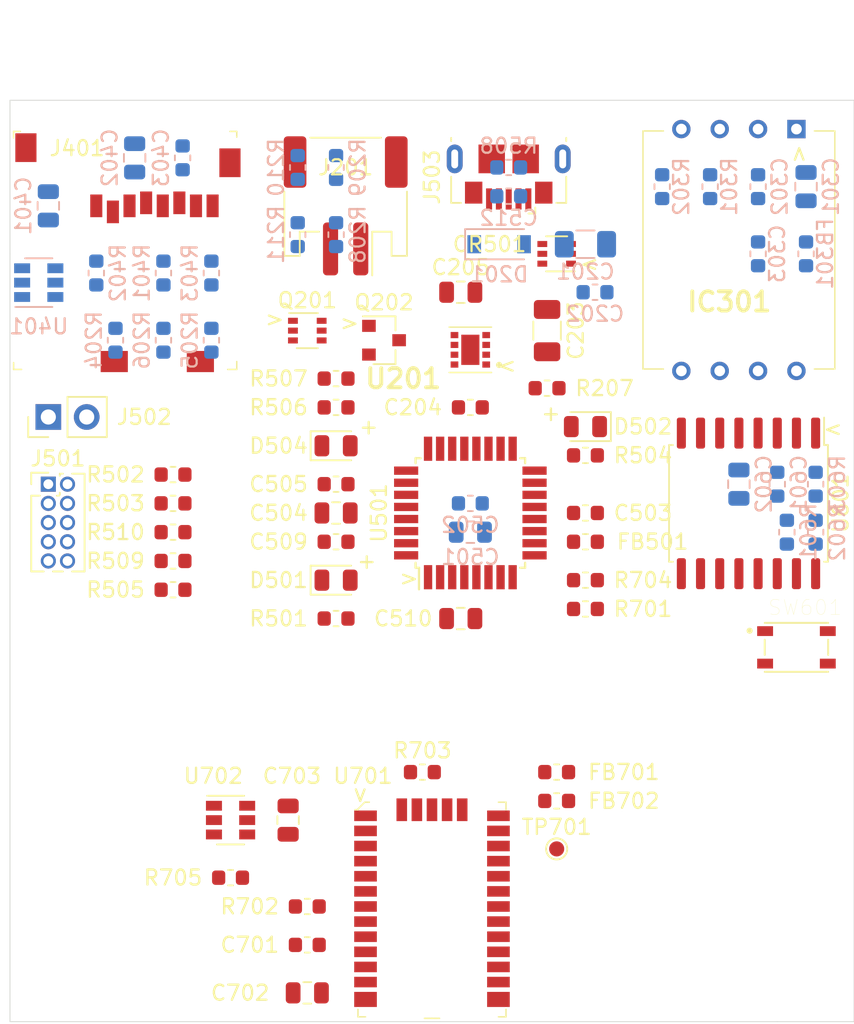
<source format=kicad_pcb>
(kicad_pcb (version 20171130) (host pcbnew "(5.1.2)-2")

  (general
    (thickness 1.6)
    (drawings 24)
    (tracks 0)
    (zones 0)
    (modules 80)
    (nets 77)
  )

  (page A4)
  (layers
    (0 F.Cu signal)
    (1 In1.Cu signal hide)
    (2 In2.Cu signal hide)
    (31 B.Cu signal hide)
    (32 B.Adhes user hide)
    (33 F.Adhes user hide)
    (34 B.Paste user hide)
    (35 F.Paste user)
    (36 B.SilkS user hide)
    (37 F.SilkS user)
    (38 B.Mask user hide)
    (39 F.Mask user)
    (40 Dwgs.User user hide)
    (41 Cmts.User user hide)
    (42 Eco1.User user hide)
    (43 Eco2.User user hide)
    (44 Edge.Cuts user)
    (45 Margin user hide)
    (46 B.CrtYd user hide)
    (47 F.CrtYd user)
    (48 B.Fab user hide)
    (49 F.Fab user hide)
  )

  (setup
    (last_trace_width 0.25)
    (trace_clearance 0.2)
    (zone_clearance 0.508)
    (zone_45_only no)
    (trace_min 0.2)
    (via_size 0.8)
    (via_drill 0.4)
    (via_min_size 0.4)
    (via_min_drill 0.3)
    (uvia_size 0.3)
    (uvia_drill 0.1)
    (uvias_allowed no)
    (uvia_min_size 0.2)
    (uvia_min_drill 0.1)
    (edge_width 0.05)
    (segment_width 0.2)
    (pcb_text_width 0.3)
    (pcb_text_size 1.5 1.5)
    (mod_edge_width 0.12)
    (mod_text_size 1 1)
    (mod_text_width 0.15)
    (pad_size 1.524 1.524)
    (pad_drill 0.762)
    (pad_to_mask_clearance 0.051)
    (solder_mask_min_width 0.25)
    (aux_axis_origin 0 0)
    (grid_origin 76.2 66.04)
    (visible_elements FFFFE77F)
    (pcbplotparams
      (layerselection 0x010fc_ffffffff)
      (usegerberextensions false)
      (usegerberattributes false)
      (usegerberadvancedattributes false)
      (creategerberjobfile false)
      (excludeedgelayer true)
      (linewidth 0.100000)
      (plotframeref false)
      (viasonmask false)
      (mode 1)
      (useauxorigin false)
      (hpglpennumber 1)
      (hpglpenspeed 20)
      (hpglpendiameter 15.000000)
      (psnegative false)
      (psa4output false)
      (plotreference true)
      (plotvalue true)
      (plotinvisibletext false)
      (padsonsilk false)
      (subtractmaskfromsilk false)
      (outputformat 1)
      (mirror false)
      (drillshape 1)
      (scaleselection 1)
      (outputdirectory ""))
  )

  (net 0 "")
  (net 1 GND)
  (net 2 /SapphireMini_Proc/VBUS)
  (net 3 "Net-(C203-Pad1)")
  (net 4 "Net-(C204-Pad1)")
  (net 5 /P3V3)
  (net 6 "Net-(C303-Pad1)")
  (net 7 "Net-(C402-Pad1)")
  (net 8 "Net-(C503-Pad1)")
  (net 9 "Net-(C504-Pad1)")
  (net 10 /SapphireMini_Proc/AREF)
  (net 11 "Net-(C512-Pad1)")
  (net 12 "Net-(C701-Pad1)")
  (net 13 /SapphireMini_Proc/D+)
  (net 14 "Net-(CR501-Pad4)")
  (net 15 "Net-(CR501-Pad5)")
  (net 16 /SapphireMini_Proc/D-)
  (net 17 /SapphireMini_Proc/RED_LED)
  (net 18 "Net-(D501-Pad1)")
  (net 19 /SapphireMini_Proc/RED_LED2)
  (net 20 "Net-(D502-Pad1)")
  (net 21 /SapphireMini_Proc/GREEN_LED)
  (net 22 "Net-(D504-Pad1)")
  (net 23 "Net-(FB701-Pad2)")
  (net 24 "Net-(FB701-Pad1)")
  (net 25 "Net-(FB702-Pad2)")
  (net 26 "Net-(FB702-Pad1)")
  (net 27 "Net-(IC301-Pad7)")
  (net 28 "Net-(IC301-Pad6)")
  (net 29 /SapphireMini_DLHR/DLHR_EOC)
  (net 30 "Net-(IC301-Pad4)")
  (net 31 "Net-(IC301-Pad3)")
  (net 32 /SapphireMini_Power/VBAT)
  (net 33 "Net-(J401-Pad9)")
  (net 34 /SapphireMini_Proc/SD_CD)
  (net 35 "Net-(J401-Pad8)")
  (net 36 /SapphireMini_Proc/SPI_MISO)
  (net 37 /SapphireMini_Proc/SPI_SCK)
  (net 38 /SapphireMini_Proc/SPI_MOSI)
  (net 39 /SapphireMini_Proc/SD_CS)
  (net 40 "Net-(J401-Pad1)")
  (net 41 /SapphireMini_DS3231/RESET)
  (net 42 "Net-(J501-Pad8)")
  (net 43 "Net-(J501-Pad7)")
  (net 44 "Net-(J501-Pad6)")
  (net 45 /SapphireMini_Proc/SWCLK)
  (net 46 /SapphireMini_Proc/SWDIO)
  (net 47 /SapphireMini_Proc/RS232_RXD5)
  (net 48 /SapphireMini_GNSS/RS232_RXD)
  (net 49 /SapphireMini_Proc/VBAT_MON)
  (net 50 /SapphireMini_Power/PWR_GOOD)
  (net 51 /SapphireMini_Proc/LOCAL_PPS)
  (net 52 /SapphireMini_DS3231/32KHz)
  (net 53 /SapphireMini_GNSS/TIMEMARK)
  (net 54 /SapphireMini_GNSS/GNSS_PWR)
  (net 55 /SapphireMini_Proc/SD_PWR)
  (net 56 /SapphireMini_DLHR/I2C_SCL)
  (net 57 /SapphireMini_DLHR/I2C_SDA)
  (net 58 /SapphireMini_Power/VBAT_EN)
  (net 59 /SapphireMini_GNSS/~GNSS_GO2SLEEP)
  (net 60 "Net-(Q201-Pad6)")
  (net 61 "Net-(Q201-Pad2)")
  (net 62 "Net-(R205-Pad2)")
  (net 63 "Net-(R208-Pad2)")
  (net 64 "Net-(R209-Pad2)")
  (net 65 "Net-(R210-Pad2)")
  (net 66 "Net-(R505-Pad2)")
  (net 67 "Net-(R702-Pad1)")
  (net 68 "Net-(R703-Pad2)")
  (net 69 "Net-(TP701-Pad1)")
  (net 70 "Net-(U701-Pad28)")
  (net 71 "Net-(U701-Pad23)")
  (net 72 "Net-(U701-Pad20)")
  (net 73 "Net-(U701-Pad16)")
  (net 74 "Net-(U701-Pad6)")
  (net 75 "Net-(U701-Pad3)")
  (net 76 "Net-(U701-Pad2)")

  (net_class Default "This is the default net class."
    (clearance 0.2)
    (trace_width 0.25)
    (via_dia 0.8)
    (via_drill 0.4)
    (uvia_dia 0.3)
    (uvia_drill 0.1)
    (add_net /P3V3)
    (add_net /SapphireMini_DLHR/DLHR_EOC)
    (add_net /SapphireMini_DLHR/I2C_SCL)
    (add_net /SapphireMini_DLHR/I2C_SDA)
    (add_net /SapphireMini_DS3231/32KHz)
    (add_net /SapphireMini_DS3231/RESET)
    (add_net /SapphireMini_GNSS/GNSS_PWR)
    (add_net /SapphireMini_GNSS/RS232_RXD)
    (add_net /SapphireMini_GNSS/TIMEMARK)
    (add_net /SapphireMini_GNSS/~GNSS_GO2SLEEP)
    (add_net /SapphireMini_Power/PWR_GOOD)
    (add_net /SapphireMini_Power/VBAT)
    (add_net /SapphireMini_Power/VBAT_EN)
    (add_net /SapphireMini_Proc/AREF)
    (add_net /SapphireMini_Proc/D+)
    (add_net /SapphireMini_Proc/D-)
    (add_net /SapphireMini_Proc/GREEN_LED)
    (add_net /SapphireMini_Proc/LOCAL_PPS)
    (add_net /SapphireMini_Proc/RED_LED)
    (add_net /SapphireMini_Proc/RED_LED2)
    (add_net /SapphireMini_Proc/RS232_RXD5)
    (add_net /SapphireMini_Proc/SD_CD)
    (add_net /SapphireMini_Proc/SD_CS)
    (add_net /SapphireMini_Proc/SD_PWR)
    (add_net /SapphireMini_Proc/SPI_MISO)
    (add_net /SapphireMini_Proc/SPI_MOSI)
    (add_net /SapphireMini_Proc/SPI_SCK)
    (add_net /SapphireMini_Proc/SWCLK)
    (add_net /SapphireMini_Proc/SWDIO)
    (add_net /SapphireMini_Proc/VBAT_MON)
    (add_net /SapphireMini_Proc/VBUS)
    (add_net GND)
    (add_net "Net-(C203-Pad1)")
    (add_net "Net-(C204-Pad1)")
    (add_net "Net-(C303-Pad1)")
    (add_net "Net-(C402-Pad1)")
    (add_net "Net-(C503-Pad1)")
    (add_net "Net-(C504-Pad1)")
    (add_net "Net-(C512-Pad1)")
    (add_net "Net-(C701-Pad1)")
    (add_net "Net-(CR501-Pad4)")
    (add_net "Net-(CR501-Pad5)")
    (add_net "Net-(D501-Pad1)")
    (add_net "Net-(D502-Pad1)")
    (add_net "Net-(D504-Pad1)")
    (add_net "Net-(FB701-Pad1)")
    (add_net "Net-(FB701-Pad2)")
    (add_net "Net-(FB702-Pad1)")
    (add_net "Net-(FB702-Pad2)")
    (add_net "Net-(IC301-Pad3)")
    (add_net "Net-(IC301-Pad4)")
    (add_net "Net-(IC301-Pad6)")
    (add_net "Net-(IC301-Pad7)")
    (add_net "Net-(J401-Pad1)")
    (add_net "Net-(J401-Pad8)")
    (add_net "Net-(J401-Pad9)")
    (add_net "Net-(J501-Pad6)")
    (add_net "Net-(J501-Pad7)")
    (add_net "Net-(J501-Pad8)")
    (add_net "Net-(Q201-Pad2)")
    (add_net "Net-(Q201-Pad6)")
    (add_net "Net-(R205-Pad2)")
    (add_net "Net-(R208-Pad2)")
    (add_net "Net-(R209-Pad2)")
    (add_net "Net-(R210-Pad2)")
    (add_net "Net-(R505-Pad2)")
    (add_net "Net-(R702-Pad1)")
    (add_net "Net-(R703-Pad2)")
    (add_net "Net-(TP701-Pad1)")
    (add_net "Net-(U701-Pad16)")
    (add_net "Net-(U701-Pad2)")
    (add_net "Net-(U701-Pad20)")
    (add_net "Net-(U701-Pad23)")
    (add_net "Net-(U701-Pad28)")
    (add_net "Net-(U701-Pad3)")
    (add_net "Net-(U701-Pad6)")
  )

  (module Capacitor_SMD:C_0603_1608Metric (layer B.Cu) (tedit 5B301BBE) (tstamp 5E405637)
    (at 125.73 76.2 90)
    (descr "Capacitor SMD 0603 (1608 Metric), square (rectangular) end terminal, IPC_7351 nominal, (Body size source: http://www.tortai-tech.com/upload/download/2011102023233369053.pdf), generated with kicad-footprint-generator")
    (tags capacitor)
    (path /5E3FE689/5E450FB8)
    (attr smd)
    (fp_text reference C303 (at 0 1.27 -90) (layer B.SilkS)
      (effects (font (size 1 1) (thickness 0.15)) (justify mirror))
    )
    (fp_text value 100nF (at 0 -1.43 -90) (layer B.Fab)
      (effects (font (size 1 1) (thickness 0.15)) (justify mirror))
    )
    (fp_text user %R (at 0 0 -90) (layer B.Fab)
      (effects (font (size 0.4 0.4) (thickness 0.06)) (justify mirror))
    )
    (fp_line (start 1.48 -0.73) (end -1.48 -0.73) (layer B.CrtYd) (width 0.05))
    (fp_line (start 1.48 0.73) (end 1.48 -0.73) (layer B.CrtYd) (width 0.05))
    (fp_line (start -1.48 0.73) (end 1.48 0.73) (layer B.CrtYd) (width 0.05))
    (fp_line (start -1.48 -0.73) (end -1.48 0.73) (layer B.CrtYd) (width 0.05))
    (fp_line (start -0.162779 -0.51) (end 0.162779 -0.51) (layer B.SilkS) (width 0.12))
    (fp_line (start -0.162779 0.51) (end 0.162779 0.51) (layer B.SilkS) (width 0.12))
    (fp_line (start 0.8 -0.4) (end -0.8 -0.4) (layer B.Fab) (width 0.1))
    (fp_line (start 0.8 0.4) (end 0.8 -0.4) (layer B.Fab) (width 0.1))
    (fp_line (start -0.8 0.4) (end 0.8 0.4) (layer B.Fab) (width 0.1))
    (fp_line (start -0.8 -0.4) (end -0.8 0.4) (layer B.Fab) (width 0.1))
    (pad 2 smd roundrect (at 0.7875 0 90) (size 0.875 0.95) (layers B.Cu B.Paste B.Mask) (roundrect_rratio 0.25)
      (net 1 GND))
    (pad 1 smd roundrect (at -0.7875 0 90) (size 0.875 0.95) (layers B.Cu B.Paste B.Mask) (roundrect_rratio 0.25)
      (net 6 "Net-(C303-Pad1)"))
    (model ${KISYS3DMOD}/Capacitor_SMD.3dshapes/C_0603_1608Metric.wrl
      (at (xyz 0 0 0))
      (scale (xyz 1 1 1))
      (rotate (xyz 0 0 0))
    )
  )

  (module TestPoint:TestPoint_Pad_D1.0mm (layer F.Cu) (tedit 5A0F774F) (tstamp 5E3EF55B)
    (at 112.395 115.57)
    (descr "SMD pad as test Point, diameter 1.0mm")
    (tags "test point SMD pad")
    (path /5E3FE93A/5E72C5AE)
    (attr virtual)
    (fp_text reference TP701 (at 0 -1.448) (layer F.SilkS)
      (effects (font (size 1 1) (thickness 0.15)))
    )
    (fp_text value SAFEBOOT (at 0 1.55) (layer F.Fab)
      (effects (font (size 1 1) (thickness 0.15)))
    )
    (fp_circle (center 0 0) (end 0 0.7) (layer F.SilkS) (width 0.12))
    (fp_circle (center 0 0) (end 1 0) (layer F.CrtYd) (width 0.05))
    (fp_text user %R (at 0 -1.45) (layer F.Fab)
      (effects (font (size 1 1) (thickness 0.15)))
    )
    (pad 1 smd circle (at 0 0) (size 1 1) (layers F.Cu F.Mask)
      (net 69 "Net-(TP701-Pad1)"))
  )

  (module Connector_PinHeader_2.54mm:PinHeader_1x02_P2.54mm_Vertical placed (layer F.Cu) (tedit 59FED5CC) (tstamp 5E3F6D0D)
    (at 78.74 86.995 90)
    (descr "Through hole straight pin header, 1x02, 2.54mm pitch, single row")
    (tags "Through hole pin header THT 1x02 2.54mm single row")
    (path /5E41DEF4/5E7A0F5F)
    (fp_text reference J502 (at 0 6.35 180) (layer F.SilkS)
      (effects (font (size 1 1) (thickness 0.15)))
    )
    (fp_text value Conn_01x02_Male (at 0 4.87 90) (layer F.Fab)
      (effects (font (size 1 1) (thickness 0.15)))
    )
    (fp_text user %R (at 0 1.27) (layer F.Fab)
      (effects (font (size 1 1) (thickness 0.15)))
    )
    (fp_line (start 1.8 -1.8) (end -1.8 -1.8) (layer F.CrtYd) (width 0.05))
    (fp_line (start 1.8 4.35) (end 1.8 -1.8) (layer F.CrtYd) (width 0.05))
    (fp_line (start -1.8 4.35) (end 1.8 4.35) (layer F.CrtYd) (width 0.05))
    (fp_line (start -1.8 -1.8) (end -1.8 4.35) (layer F.CrtYd) (width 0.05))
    (fp_line (start -1.33 -1.33) (end 0 -1.33) (layer F.SilkS) (width 0.12))
    (fp_line (start -1.33 0) (end -1.33 -1.33) (layer F.SilkS) (width 0.12))
    (fp_line (start -1.33 1.27) (end 1.33 1.27) (layer F.SilkS) (width 0.12))
    (fp_line (start 1.33 1.27) (end 1.33 3.87) (layer F.SilkS) (width 0.12))
    (fp_line (start -1.33 1.27) (end -1.33 3.87) (layer F.SilkS) (width 0.12))
    (fp_line (start -1.33 3.87) (end 1.33 3.87) (layer F.SilkS) (width 0.12))
    (fp_line (start -1.27 -0.635) (end -0.635 -1.27) (layer F.Fab) (width 0.1))
    (fp_line (start -1.27 3.81) (end -1.27 -0.635) (layer F.Fab) (width 0.1))
    (fp_line (start 1.27 3.81) (end -1.27 3.81) (layer F.Fab) (width 0.1))
    (fp_line (start 1.27 -1.27) (end 1.27 3.81) (layer F.Fab) (width 0.1))
    (fp_line (start -0.635 -1.27) (end 1.27 -1.27) (layer F.Fab) (width 0.1))
    (pad 2 thru_hole oval (at 0 2.54 90) (size 1.7 1.7) (drill 1) (layers *.Cu *.Mask)
      (net 1 GND))
    (pad 1 thru_hole rect (at 0 0 90) (size 1.7 1.7) (drill 1) (layers *.Cu *.Mask)
      (net 58 /SapphireMini_Power/VBAT_EN))
    (model ${KISYS3DMOD}/Connector_PinHeader_2.54mm.3dshapes/PinHeader_1x02_P2.54mm_Vertical.wrl
      (at (xyz 0 0 0))
      (scale (xyz 1 1 1))
      (rotate (xyz 0 0 0))
    )
  )

  (module Package_TO_SOT_SMD:SOT-23-6 placed (layer F.Cu) (tedit 5A02FF57) (tstamp 5E3EF70C)
    (at 90.805 113.665)
    (descr "6-pin SOT-23 package")
    (tags SOT-23-6)
    (path /5E3FE93A/5E7154CB)
    (attr smd)
    (fp_text reference U702 (at -1.143 -2.921) (layer F.SilkS)
      (effects (font (size 1 1) (thickness 0.15)))
    )
    (fp_text value TPS22929D (at 0 2.9) (layer F.Fab)
      (effects (font (size 1 1) (thickness 0.15)))
    )
    (fp_line (start 0.9 -1.55) (end 0.9 1.55) (layer F.Fab) (width 0.1))
    (fp_line (start 0.9 1.55) (end -0.9 1.55) (layer F.Fab) (width 0.1))
    (fp_line (start -0.9 -0.9) (end -0.9 1.55) (layer F.Fab) (width 0.1))
    (fp_line (start 0.9 -1.55) (end -0.25 -1.55) (layer F.Fab) (width 0.1))
    (fp_line (start -0.9 -0.9) (end -0.25 -1.55) (layer F.Fab) (width 0.1))
    (fp_line (start -1.9 -1.8) (end -1.9 1.8) (layer F.CrtYd) (width 0.05))
    (fp_line (start -1.9 1.8) (end 1.9 1.8) (layer F.CrtYd) (width 0.05))
    (fp_line (start 1.9 1.8) (end 1.9 -1.8) (layer F.CrtYd) (width 0.05))
    (fp_line (start 1.9 -1.8) (end -1.9 -1.8) (layer F.CrtYd) (width 0.05))
    (fp_line (start 0.9 -1.61) (end -1.55 -1.61) (layer F.SilkS) (width 0.12))
    (fp_line (start -0.9 1.61) (end 0.9 1.61) (layer F.SilkS) (width 0.12))
    (fp_text user %R (at 0 0 90) (layer F.Fab)
      (effects (font (size 0.5 0.5) (thickness 0.075)))
    )
    (pad 5 smd rect (at 1.1 0) (size 1.06 0.65) (layers F.Cu F.Paste F.Mask)
      (net 1 GND))
    (pad 6 smd rect (at 1.1 -0.95) (size 1.06 0.65) (layers F.Cu F.Paste F.Mask)
      (net 5 /P3V3))
    (pad 4 smd rect (at 1.1 0.95) (size 1.06 0.65) (layers F.Cu F.Paste F.Mask)
      (net 5 /P3V3))
    (pad 3 smd rect (at -1.1 0.95) (size 1.06 0.65) (layers F.Cu F.Paste F.Mask)
      (net 54 /SapphireMini_GNSS/GNSS_PWR))
    (pad 2 smd rect (at -1.1 0) (size 1.06 0.65) (layers F.Cu F.Paste F.Mask)
      (net 1 GND))
    (pad 1 smd rect (at -1.1 -0.95) (size 1.06 0.65) (layers F.Cu F.Paste F.Mask)
      (net 12 "Net-(C701-Pad1)"))
    (model ${KISYS3DMOD}/Package_TO_SOT_SMD.3dshapes/SOT-23-6.wrl
      (at (xyz 0 0 0))
      (scale (xyz 1 1 1))
      (rotate (xyz 0 0 0))
    )
  )

  (module digikey-footprints:GPS_Module_CAM-M8C-0 locked (layer F.Cu) (tedit 5D288F51) (tstamp 5E4036CB)
    (at 104.14 119.38)
    (path /5E3FE93A/5E46DD5F)
    (attr smd)
    (fp_text reference U701 (at -4.572 -8.636) (layer F.SilkS)
      (effects (font (size 1 1) (thickness 0.15)))
    )
    (fp_text value CAM-M8C-0-10 (at 0 8.57) (layer F.Fab)
      (effects (font (size 1 1) (thickness 0.15)))
    )
    (fp_line (start 4.8 -6.8) (end 4.8 7.2) (layer F.Fab) (width 0.1))
    (fp_line (start -4.8 7.2) (end 4.8 7.2) (layer F.Fab) (width 0.1))
    (fp_text user %R (at 0 0) (layer F.Fab)
      (effects (font (size 1 1) (thickness 0.15)))
    )
    (fp_line (start 4.9 -6.9) (end 4.4 -6.9) (layer F.SilkS) (width 0.1))
    (fp_line (start 4.9 -6.9) (end 4.9 -6.4) (layer F.SilkS) (width 0.1))
    (fp_line (start 4.9 7.3) (end 4.4 7.3) (layer F.SilkS) (width 0.1))
    (fp_line (start 4.9 7.3) (end 4.9 6.8) (layer F.SilkS) (width 0.1))
    (fp_line (start -4.9 7.3) (end -4.4 7.3) (layer F.SilkS) (width 0.1))
    (fp_line (start -4.9 7.3) (end -4.9 6.8) (layer F.SilkS) (width 0.1))
    (fp_line (start 0 7.4) (end 0.5 7.4) (layer F.SilkS) (width 0.1))
    (fp_line (start 0 7.4) (end -0.5 7.4) (layer F.SilkS) (width 0.1))
    (fp_line (start 5.4 -7.4) (end 5.4 7.45) (layer F.CrtYd) (width 0.05))
    (fp_line (start 5.4 -7.4) (end -5.4 -7.4) (layer F.CrtYd) (width 0.05))
    (fp_line (start -5.4 -7.4) (end -5.4 7.45) (layer F.CrtYd) (width 0.05))
    (fp_line (start 5.4 7.45) (end -5.4 7.45) (layer F.CrtYd) (width 0.05))
    (fp_line (start -4.8 -6.4) (end -4.4 -6.8) (layer F.Fab) (width 0.1))
    (fp_line (start -4.4 -6.8) (end 4.8 -6.8) (layer F.Fab) (width 0.1))
    (fp_line (start -4.8 -6.4) (end -4.8 7.2) (layer F.Fab) (width 0.1))
    (fp_line (start -4.9 -6.4) (end -5.1 -6.4) (layer F.SilkS) (width 0.1))
    (fp_line (start -4.9 -6.45) (end -4.9 -6.4) (layer F.SilkS) (width 0.1))
    (fp_line (start -4.45 -6.9) (end -4.9 -6.45) (layer F.SilkS) (width 0.1))
    (fp_line (start -4.15 -6.9) (end -4.45 -6.9) (layer F.SilkS) (width 0.1))
    (pad 31 smd rect (at -2 -6.4) (size 0.7 1.5) (layers F.Cu F.Paste F.Mask)
      (net 1 GND))
    (pad 30 smd rect (at -1 -6.4) (size 0.7 1.5) (layers F.Cu F.Paste F.Mask)
      (net 1 GND))
    (pad 29 smd rect (at 0 -6.4) (size 0.7 1.5) (layers F.Cu F.Paste F.Mask)
      (net 68 "Net-(R703-Pad2)"))
    (pad 28 smd rect (at 1 -6.4) (size 0.7 1.5) (layers F.Cu F.Paste F.Mask)
      (net 70 "Net-(U701-Pad28)"))
    (pad 27 smd rect (at 2 -6.4) (size 0.7 1.5) (layers F.Cu F.Paste F.Mask)
      (net 1 GND))
    (pad 26 smd rect (at 4.4 -6) (size 1.5 0.7) (layers F.Cu F.Paste F.Mask)
      (net 24 "Net-(FB701-Pad1)"))
    (pad 25 smd rect (at 4.4 -5) (size 1.5 0.7) (layers F.Cu F.Paste F.Mask)
      (net 25 "Net-(FB702-Pad2)"))
    (pad 24 smd rect (at 4.4 -4) (size 1.5 0.7) (layers F.Cu F.Paste F.Mask)
      (net 69 "Net-(TP701-Pad1)"))
    (pad 23 smd rect (at 4.4 -3) (size 1.5 0.7) (layers F.Cu F.Paste F.Mask)
      (net 71 "Net-(U701-Pad23)"))
    (pad 22 smd rect (at 4.4 -2) (size 1.5 0.7) (layers F.Cu F.Paste F.Mask)
      (net 1 GND))
    (pad 21 smd rect (at 4.4 -1) (size 1.5 0.7) (layers F.Cu F.Paste F.Mask)
      (net 1 GND))
    (pad 20 smd rect (at 4.4 0) (size 1.5 0.7) (layers F.Cu F.Paste F.Mask)
      (net 72 "Net-(U701-Pad20)"))
    (pad 19 smd rect (at 4.4 1) (size 1.5 0.7) (layers F.Cu F.Paste F.Mask)
      (net 1 GND))
    (pad 18 smd rect (at 4.4 2) (size 1.5 0.7) (layers F.Cu F.Paste F.Mask)
      (net 1 GND))
    (pad 17 smd rect (at 4.4 3) (size 1.5 0.7) (layers F.Cu F.Paste F.Mask)
      (net 73 "Net-(U701-Pad16)"))
    (pad 16 smd rect (at 4.4 4) (size 1.5 0.7) (layers F.Cu F.Paste F.Mask)
      (net 73 "Net-(U701-Pad16)"))
    (pad 15 smd rect (at 4.4 5) (size 1.5 0.7) (layers F.Cu F.Paste F.Mask)
      (net 1 GND))
    (pad 14 smd rect (at 4.4 6.15) (size 1.5 1) (layers F.Cu F.Paste F.Mask)
      (net 1 GND))
    (pad 13 smd rect (at -4.4 6.15) (size 1.5 1) (layers F.Cu F.Paste F.Mask)
      (net 1 GND))
    (pad 12 smd rect (at -4.4 5) (size 1.5 0.7) (layers F.Cu F.Paste F.Mask)
      (net 1 GND))
    (pad 11 smd rect (at -4.4 4) (size 1.5 0.7) (layers F.Cu F.Paste F.Mask)
      (net 1 GND))
    (pad 10 smd rect (at -4.4 3) (size 1.5 0.7) (layers F.Cu F.Paste F.Mask)
      (net 1 GND))
    (pad 9 smd rect (at -4.4 2) (size 1.5 0.7) (layers F.Cu F.Paste F.Mask)
      (net 12 "Net-(C701-Pad1)"))
    (pad 8 smd rect (at -4.4 1) (size 1.5 0.7) (layers F.Cu F.Paste F.Mask)
      (net 12 "Net-(C701-Pad1)"))
    (pad 7 smd rect (at -4.4 0) (size 1.5 0.7) (layers F.Cu F.Paste F.Mask)
      (net 67 "Net-(R702-Pad1)"))
    (pad 6 smd rect (at -4.4 -1) (size 1.5 0.7) (layers F.Cu F.Paste F.Mask)
      (net 74 "Net-(U701-Pad6)"))
    (pad 5 smd rect (at -4.4 -2) (size 1.5 0.7) (layers F.Cu F.Paste F.Mask)
      (net 1 GND))
    (pad 4 smd rect (at -4.4 -3) (size 1.5 0.7) (layers F.Cu F.Paste F.Mask)
      (net 1 GND))
    (pad 3 smd rect (at -4.4 -4) (size 1.5 0.7) (layers F.Cu F.Paste F.Mask)
      (net 75 "Net-(U701-Pad3)"))
    (pad 2 smd rect (at -4.4 -5) (size 1.5 0.7) (layers F.Cu F.Paste F.Mask)
      (net 76 "Net-(U701-Pad2)"))
    (pad 1 smd rect (at -4.4 -6) (size 1.5 0.7) (layers F.Cu F.Paste F.Mask)
      (net 12 "Net-(C701-Pad1)"))
    (model :Mini:CAM-M8Q-0--3DModel-STEP-56544.stp
      (offset (xyz 0 -0.2032 0))
      (scale (xyz 1 1 1))
      (rotate (xyz -90 0 180))
    )
  )

  (module Package_SO:SOIC-16W_7.5x10.3mm_P1.27mm placed (layer F.Cu) (tedit 5C97300E) (tstamp 5E3EF75C)
    (at 125.095 92.71 270)
    (descr "SOIC, 16 Pin (JEDEC MS-013AA, https://www.analog.com/media/en/package-pcb-resources/package/pkg_pdf/soic_wide-rw/rw_16.pdf), generated with kicad-footprint-generator ipc_gullwing_generator.py")
    (tags "SOIC SO")
    (path /5E3FEC19/5E3F8A74)
    (attr smd)
    (fp_text reference U601 (at 0 -6.1 90) (layer F.SilkS)
      (effects (font (size 1 1) (thickness 0.15)))
    )
    (fp_text value DS3231S (at 0 6.1 90) (layer F.Fab)
      (effects (font (size 1 1) (thickness 0.15)))
    )
    (fp_text user %R (at 0 0 90) (layer F.Fab)
      (effects (font (size 1 1) (thickness 0.15)))
    )
    (fp_line (start 5.93 -5.4) (end -5.93 -5.4) (layer F.CrtYd) (width 0.05))
    (fp_line (start 5.93 5.4) (end 5.93 -5.4) (layer F.CrtYd) (width 0.05))
    (fp_line (start -5.93 5.4) (end 5.93 5.4) (layer F.CrtYd) (width 0.05))
    (fp_line (start -5.93 -5.4) (end -5.93 5.4) (layer F.CrtYd) (width 0.05))
    (fp_line (start -3.75 -4.15) (end -2.75 -5.15) (layer F.Fab) (width 0.1))
    (fp_line (start -3.75 5.15) (end -3.75 -4.15) (layer F.Fab) (width 0.1))
    (fp_line (start 3.75 5.15) (end -3.75 5.15) (layer F.Fab) (width 0.1))
    (fp_line (start 3.75 -5.15) (end 3.75 5.15) (layer F.Fab) (width 0.1))
    (fp_line (start -2.75 -5.15) (end 3.75 -5.15) (layer F.Fab) (width 0.1))
    (fp_line (start -3.86 -5.005) (end -5.675 -5.005) (layer F.SilkS) (width 0.12))
    (fp_line (start -3.86 -5.26) (end -3.86 -5.005) (layer F.SilkS) (width 0.12))
    (fp_line (start 0 -5.26) (end -3.86 -5.26) (layer F.SilkS) (width 0.12))
    (fp_line (start 3.86 -5.26) (end 3.86 -5.005) (layer F.SilkS) (width 0.12))
    (fp_line (start 0 -5.26) (end 3.86 -5.26) (layer F.SilkS) (width 0.12))
    (fp_line (start -3.86 5.26) (end -3.86 5.005) (layer F.SilkS) (width 0.12))
    (fp_line (start 0 5.26) (end -3.86 5.26) (layer F.SilkS) (width 0.12))
    (fp_line (start 3.86 5.26) (end 3.86 5.005) (layer F.SilkS) (width 0.12))
    (fp_line (start 0 5.26) (end 3.86 5.26) (layer F.SilkS) (width 0.12))
    (pad 16 smd roundrect (at 4.65 -4.445 270) (size 2.05 0.6) (layers F.Cu F.Paste F.Mask) (roundrect_rratio 0.25)
      (net 56 /SapphireMini_DLHR/I2C_SCL))
    (pad 15 smd roundrect (at 4.65 -3.175 270) (size 2.05 0.6) (layers F.Cu F.Paste F.Mask) (roundrect_rratio 0.25)
      (net 57 /SapphireMini_DLHR/I2C_SDA))
    (pad 14 smd roundrect (at 4.65 -1.905 270) (size 2.05 0.6) (layers F.Cu F.Paste F.Mask) (roundrect_rratio 0.25)
      (net 1 GND))
    (pad 13 smd roundrect (at 4.65 -0.635 270) (size 2.05 0.6) (layers F.Cu F.Paste F.Mask) (roundrect_rratio 0.25)
      (net 1 GND))
    (pad 12 smd roundrect (at 4.65 0.635 270) (size 2.05 0.6) (layers F.Cu F.Paste F.Mask) (roundrect_rratio 0.25)
      (net 1 GND))
    (pad 11 smd roundrect (at 4.65 1.905 270) (size 2.05 0.6) (layers F.Cu F.Paste F.Mask) (roundrect_rratio 0.25)
      (net 1 GND))
    (pad 10 smd roundrect (at 4.65 3.175 270) (size 2.05 0.6) (layers F.Cu F.Paste F.Mask) (roundrect_rratio 0.25)
      (net 1 GND))
    (pad 9 smd roundrect (at 4.65 4.445 270) (size 2.05 0.6) (layers F.Cu F.Paste F.Mask) (roundrect_rratio 0.25)
      (net 1 GND))
    (pad 8 smd roundrect (at -4.65 4.445 270) (size 2.05 0.6) (layers F.Cu F.Paste F.Mask) (roundrect_rratio 0.25)
      (net 1 GND))
    (pad 7 smd roundrect (at -4.65 3.175 270) (size 2.05 0.6) (layers F.Cu F.Paste F.Mask) (roundrect_rratio 0.25)
      (net 1 GND))
    (pad 6 smd roundrect (at -4.65 1.905 270) (size 2.05 0.6) (layers F.Cu F.Paste F.Mask) (roundrect_rratio 0.25)
      (net 1 GND))
    (pad 5 smd roundrect (at -4.65 0.635 270) (size 2.05 0.6) (layers F.Cu F.Paste F.Mask) (roundrect_rratio 0.25)
      (net 1 GND))
    (pad 4 smd roundrect (at -4.65 -0.635 270) (size 2.05 0.6) (layers F.Cu F.Paste F.Mask) (roundrect_rratio 0.25)
      (net 41 /SapphireMini_DS3231/RESET))
    (pad 3 smd roundrect (at -4.65 -1.905 270) (size 2.05 0.6) (layers F.Cu F.Paste F.Mask) (roundrect_rratio 0.25)
      (net 51 /SapphireMini_Proc/LOCAL_PPS))
    (pad 2 smd roundrect (at -4.65 -3.175 270) (size 2.05 0.6) (layers F.Cu F.Paste F.Mask) (roundrect_rratio 0.25)
      (net 5 /P3V3))
    (pad 1 smd roundrect (at -4.65 -4.445 270) (size 2.05 0.6) (layers F.Cu F.Paste F.Mask) (roundrect_rratio 0.25)
      (net 52 /SapphireMini_DS3231/32KHz))
    (model ${KISYS3DMOD}/Package_SO.3dshapes/SOIC-16W_7.5x10.3mm_P1.27mm.wrl
      (at (xyz 0 0 0))
      (scale (xyz 1 1 1))
      (rotate (xyz 0 0 0))
    )
  )

  (module Package_QFP:TQFP-32_7x7mm_P0.8mm (layer F.Cu) (tedit 5A02F146) (tstamp 5E3EF5FB)
    (at 106.68 93.345 90)
    (descr "32-Lead Plastic Thin Quad Flatpack (PT) - 7x7x1.0 mm Body, 2.00 mm [TQFP] (see Microchip Packaging Specification 00000049BS.pdf)")
    (tags "QFP 0.8")
    (path /5E41DEF4/5E5AFF57)
    (attr smd)
    (fp_text reference U501 (at 0 -6.05 90) (layer F.SilkS)
      (effects (font (size 1 1) (thickness 0.15)))
    )
    (fp_text value ATSAMD21E18A-AUT (at 0 6.05 90) (layer F.Fab)
      (effects (font (size 1 1) (thickness 0.15)))
    )
    (fp_line (start -3.625 -3.4) (end -5.05 -3.4) (layer F.SilkS) (width 0.15))
    (fp_line (start 3.625 -3.625) (end 3.3 -3.625) (layer F.SilkS) (width 0.15))
    (fp_line (start 3.625 3.625) (end 3.3 3.625) (layer F.SilkS) (width 0.15))
    (fp_line (start -3.625 3.625) (end -3.3 3.625) (layer F.SilkS) (width 0.15))
    (fp_line (start -3.625 -3.625) (end -3.3 -3.625) (layer F.SilkS) (width 0.15))
    (fp_line (start -3.625 3.625) (end -3.625 3.3) (layer F.SilkS) (width 0.15))
    (fp_line (start 3.625 3.625) (end 3.625 3.3) (layer F.SilkS) (width 0.15))
    (fp_line (start 3.625 -3.625) (end 3.625 -3.3) (layer F.SilkS) (width 0.15))
    (fp_line (start -3.625 -3.625) (end -3.625 -3.4) (layer F.SilkS) (width 0.15))
    (fp_line (start -5.3 5.3) (end 5.3 5.3) (layer F.CrtYd) (width 0.05))
    (fp_line (start -5.3 -5.3) (end 5.3 -5.3) (layer F.CrtYd) (width 0.05))
    (fp_line (start 5.3 -5.3) (end 5.3 5.3) (layer F.CrtYd) (width 0.05))
    (fp_line (start -5.3 -5.3) (end -5.3 5.3) (layer F.CrtYd) (width 0.05))
    (fp_line (start -3.5 -2.5) (end -2.5 -3.5) (layer F.Fab) (width 0.15))
    (fp_line (start -3.5 3.5) (end -3.5 -2.5) (layer F.Fab) (width 0.15))
    (fp_line (start 3.5 3.5) (end -3.5 3.5) (layer F.Fab) (width 0.15))
    (fp_line (start 3.5 -3.5) (end 3.5 3.5) (layer F.Fab) (width 0.15))
    (fp_line (start -2.5 -3.5) (end 3.5 -3.5) (layer F.Fab) (width 0.15))
    (fp_text user %R (at 0 0 90) (layer F.Fab)
      (effects (font (size 1 1) (thickness 0.15)))
    )
    (pad 32 smd rect (at -2.8 -4.25 180) (size 1.6 0.55) (layers F.Cu F.Paste F.Mask)
      (net 46 /SapphireMini_Proc/SWDIO))
    (pad 31 smd rect (at -2 -4.25 180) (size 1.6 0.55) (layers F.Cu F.Paste F.Mask)
      (net 45 /SapphireMini_Proc/SWCLK))
    (pad 30 smd rect (at -1.2 -4.25 180) (size 1.6 0.55) (layers F.Cu F.Paste F.Mask)
      (net 5 /P3V3))
    (pad 29 smd rect (at -0.4 -4.25 180) (size 1.6 0.55) (layers F.Cu F.Paste F.Mask)
      (net 9 "Net-(C504-Pad1)"))
    (pad 28 smd rect (at 0.4 -4.25 180) (size 1.6 0.55) (layers F.Cu F.Paste F.Mask)
      (net 1 GND))
    (pad 27 smd rect (at 1.2 -4.25 180) (size 1.6 0.55) (layers F.Cu F.Paste F.Mask)
      (net 21 /SapphireMini_Proc/GREEN_LED))
    (pad 26 smd rect (at 2 -4.25 180) (size 1.6 0.55) (layers F.Cu F.Paste F.Mask)
      (net 41 /SapphireMini_DS3231/RESET))
    (pad 25 smd rect (at 2.8 -4.25 180) (size 1.6 0.55) (layers F.Cu F.Paste F.Mask)
      (net 59 /SapphireMini_GNSS/~GNSS_GO2SLEEP))
    (pad 24 smd rect (at 4.25 -2.8 90) (size 1.6 0.55) (layers F.Cu F.Paste F.Mask)
      (net 13 /SapphireMini_Proc/D+))
    (pad 23 smd rect (at 4.25 -2 90) (size 1.6 0.55) (layers F.Cu F.Paste F.Mask)
      (net 16 /SapphireMini_Proc/D-))
    (pad 22 smd rect (at 4.25 -1.2 90) (size 1.6 0.55) (layers F.Cu F.Paste F.Mask)
      (net 56 /SapphireMini_DLHR/I2C_SCL))
    (pad 21 smd rect (at 4.25 -0.4 90) (size 1.6 0.55) (layers F.Cu F.Paste F.Mask)
      (net 57 /SapphireMini_DLHR/I2C_SDA))
    (pad 20 smd rect (at 4.25 0.4 90) (size 1.6 0.55) (layers F.Cu F.Paste F.Mask)
      (net 36 /SapphireMini_Proc/SPI_MISO))
    (pad 19 smd rect (at 4.25 1.2 90) (size 1.6 0.55) (layers F.Cu F.Paste F.Mask)
      (net 29 /SapphireMini_DLHR/DLHR_EOC))
    (pad 18 smd rect (at 4.25 2 90) (size 1.6 0.55) (layers F.Cu F.Paste F.Mask)
      (net 37 /SapphireMini_Proc/SPI_SCK))
    (pad 17 smd rect (at 4.25 2.8 90) (size 1.6 0.55) (layers F.Cu F.Paste F.Mask)
      (net 38 /SapphireMini_Proc/SPI_MOSI))
    (pad 16 smd rect (at 2.8 4.25 180) (size 1.6 0.55) (layers F.Cu F.Paste F.Mask)
      (net 19 /SapphireMini_Proc/RED_LED2))
    (pad 15 smd rect (at 2 4.25 180) (size 1.6 0.55) (layers F.Cu F.Paste F.Mask)
      (net 53 /SapphireMini_GNSS/TIMEMARK))
    (pad 14 smd rect (at 1.2 4.25 180) (size 1.6 0.55) (layers F.Cu F.Paste F.Mask)
      (net 54 /SapphireMini_GNSS/GNSS_PWR))
    (pad 13 smd rect (at 0.4 4.25 180) (size 1.6 0.55) (layers F.Cu F.Paste F.Mask)
      (net 55 /SapphireMini_Proc/SD_PWR))
    (pad 12 smd rect (at -0.4 4.25 180) (size 1.6 0.55) (layers F.Cu F.Paste F.Mask)
      (net 34 /SapphireMini_Proc/SD_CD))
    (pad 11 smd rect (at -1.2 4.25 180) (size 1.6 0.55) (layers F.Cu F.Paste F.Mask)
      (net 39 /SapphireMini_Proc/SD_CS))
    (pad 10 smd rect (at -2 4.25 180) (size 1.6 0.55) (layers F.Cu F.Paste F.Mask)
      (net 1 GND))
    (pad 9 smd rect (at -2.8 4.25 180) (size 1.6 0.55) (layers F.Cu F.Paste F.Mask)
      (net 8 "Net-(C503-Pad1)"))
    (pad 8 smd rect (at -4.25 2.8 90) (size 1.6 0.55) (layers F.Cu F.Paste F.Mask)
      (net 47 /SapphireMini_Proc/RS232_RXD5))
    (pad 7 smd rect (at -4.25 2 90) (size 1.6 0.55) (layers F.Cu F.Paste F.Mask)
      (net 48 /SapphireMini_GNSS/RS232_RXD))
    (pad 6 smd rect (at -4.25 1.2 90) (size 1.6 0.55) (layers F.Cu F.Paste F.Mask)
      (net 49 /SapphireMini_Proc/VBAT_MON))
    (pad 5 smd rect (at -4.25 0.4 90) (size 1.6 0.55) (layers F.Cu F.Paste F.Mask)
      (net 50 /SapphireMini_Power/PWR_GOOD))
    (pad 4 smd rect (at -4.25 -0.4 90) (size 1.6 0.55) (layers F.Cu F.Paste F.Mask)
      (net 10 /SapphireMini_Proc/AREF))
    (pad 3 smd rect (at -4.25 -1.2 90) (size 1.6 0.55) (layers F.Cu F.Paste F.Mask)
      (net 17 /SapphireMini_Proc/RED_LED))
    (pad 2 smd rect (at -4.25 -2 90) (size 1.6 0.55) (layers F.Cu F.Paste F.Mask)
      (net 51 /SapphireMini_Proc/LOCAL_PPS))
    (pad 1 smd rect (at -4.25 -2.8 90) (size 1.6 0.55) (layers F.Cu F.Paste F.Mask)
      (net 52 /SapphireMini_DS3231/32KHz))
    (model ${KISYS3DMOD}/Package_QFP.3dshapes/TQFP-32_7x7mm_P0.8mm.wrl
      (at (xyz 0 0 0))
      (scale (xyz 1 1 1))
      (rotate (xyz 0 0 0))
    )
  )

  (module Package_TO_SOT_SMD:SOT-23-6 placed (layer B.Cu) (tedit 5A02FF57) (tstamp 5E3EF8F5)
    (at 78.105 78.105)
    (descr "6-pin SOT-23 package")
    (tags SOT-23-6)
    (path /5E3FEED8/5E657797)
    (attr smd)
    (fp_text reference U401 (at 0 2.9) (layer B.SilkS)
      (effects (font (size 1 1) (thickness 0.15)) (justify mirror))
    )
    (fp_text value TPS22929D (at 0 -2.9) (layer B.Fab)
      (effects (font (size 1 1) (thickness 0.15)) (justify mirror))
    )
    (fp_line (start 0.9 1.55) (end 0.9 -1.55) (layer B.Fab) (width 0.1))
    (fp_line (start 0.9 -1.55) (end -0.9 -1.55) (layer B.Fab) (width 0.1))
    (fp_line (start -0.9 0.9) (end -0.9 -1.55) (layer B.Fab) (width 0.1))
    (fp_line (start 0.9 1.55) (end -0.25 1.55) (layer B.Fab) (width 0.1))
    (fp_line (start -0.9 0.9) (end -0.25 1.55) (layer B.Fab) (width 0.1))
    (fp_line (start -1.9 1.8) (end -1.9 -1.8) (layer B.CrtYd) (width 0.05))
    (fp_line (start -1.9 -1.8) (end 1.9 -1.8) (layer B.CrtYd) (width 0.05))
    (fp_line (start 1.9 -1.8) (end 1.9 1.8) (layer B.CrtYd) (width 0.05))
    (fp_line (start 1.9 1.8) (end -1.9 1.8) (layer B.CrtYd) (width 0.05))
    (fp_line (start 0.9 1.61) (end -1.55 1.61) (layer B.SilkS) (width 0.12))
    (fp_line (start -0.9 -1.61) (end 0.9 -1.61) (layer B.SilkS) (width 0.12))
    (fp_text user %R (at 0 0 -90) (layer B.Fab)
      (effects (font (size 0.5 0.5) (thickness 0.075)) (justify mirror))
    )
    (pad 5 smd rect (at 1.1 0) (size 1.06 0.65) (layers B.Cu B.Paste B.Mask)
      (net 1 GND))
    (pad 6 smd rect (at 1.1 0.95) (size 1.06 0.65) (layers B.Cu B.Paste B.Mask)
      (net 5 /P3V3))
    (pad 4 smd rect (at 1.1 -0.95) (size 1.06 0.65) (layers B.Cu B.Paste B.Mask)
      (net 5 /P3V3))
    (pad 3 smd rect (at -1.1 -0.95) (size 1.06 0.65) (layers B.Cu B.Paste B.Mask)
      (net 55 /SapphireMini_Proc/SD_PWR))
    (pad 2 smd rect (at -1.1 0) (size 1.06 0.65) (layers B.Cu B.Paste B.Mask)
      (net 1 GND))
    (pad 1 smd rect (at -1.1 0.95) (size 1.06 0.65) (layers B.Cu B.Paste B.Mask)
      (net 7 "Net-(C402-Pad1)"))
    (model ${KISYS3DMOD}/Package_TO_SOT_SMD.3dshapes/SOT-23-6.wrl
      (at (xyz 0 0 0))
      (scale (xyz 1 1 1))
      (rotate (xyz 0 0 0))
    )
  )

  (module geo_sci_SMU:TPS82130SILT placed (layer F.Cu) (tedit 0) (tstamp 5E3EF93A)
    (at 106.68 82.55 180)
    (descr SIL0008D_1)
    (tags "Integrated Circuit")
    (path /5E3FE3DD/5E41CA3E)
    (attr smd)
    (fp_text reference U201 (at 4.445 -1.905) (layer F.SilkS)
      (effects (font (size 1.27 1.27) (thickness 0.254)))
    )
    (fp_text value TPS82150 (at -0.3 0) (layer F.SilkS) hide
      (effects (font (size 1.27 1.27) (thickness 0.254)))
    )
    (fp_arc (start -1.9 -1) (end -1.9 -0.9) (angle 180) (layer F.SilkS) (width 0.2))
    (fp_arc (start -1.9 -1) (end -1.9 -1.1) (angle 180) (layer F.SilkS) (width 0.2))
    (fp_line (start -1.9 -0.9) (end -1.9 -0.9) (layer F.SilkS) (width 0.2))
    (fp_line (start -1.9 -1.1) (end -1.9 -1.1) (layer F.SilkS) (width 0.2))
    (fp_line (start -1.4 1.5) (end 1.4 1.5) (layer F.SilkS) (width 0.1))
    (fp_line (start -1.4 -1.5) (end 1.4 -1.5) (layer F.SilkS) (width 0.1))
    (fp_line (start -3 2.5) (end -3 -2.5) (layer F.CrtYd) (width 0.1))
    (fp_line (start 2.4 2.5) (end -3 2.5) (layer F.CrtYd) (width 0.1))
    (fp_line (start 2.4 -2.5) (end 2.4 2.5) (layer F.CrtYd) (width 0.1))
    (fp_line (start -3 -2.5) (end 2.4 -2.5) (layer F.CrtYd) (width 0.1))
    (fp_line (start -1.4 1.5) (end -1.4 -1.5) (layer F.Fab) (width 0.2))
    (fp_line (start 1.4 1.5) (end -1.4 1.5) (layer F.Fab) (width 0.2))
    (fp_line (start 1.4 -1.5) (end 1.4 1.5) (layer F.Fab) (width 0.2))
    (fp_line (start -1.4 -1.5) (end 1.4 -1.5) (layer F.Fab) (width 0.2))
    (fp_text user %R (at -0.3 0) (layer F.Fab)
      (effects (font (size 1.27 1.27) (thickness 0.254)))
    )
    (pad 9 smd rect (at 0 0 180) (size 1.2 2) (layers F.Cu F.Paste F.Mask)
      (net 1 GND))
    (pad 8 smd rect (at 1.05 -0.975 270) (size 0.41 0.51) (layers F.Cu F.Paste F.Mask)
      (net 4 "Net-(C204-Pad1)"))
    (pad 7 smd rect (at 1.05 -0.325 270) (size 0.41 0.51) (layers F.Cu F.Paste F.Mask)
      (net 50 /SapphireMini_Power/PWR_GOOD))
    (pad 6 smd rect (at 1.05 0.325 270) (size 0.41 0.51) (layers F.Cu F.Paste F.Mask)
      (net 65 "Net-(R210-Pad2)"))
    (pad 5 smd rect (at 1.05 0.975 270) (size 0.41 0.51) (layers F.Cu F.Paste F.Mask)
      (net 5 /P3V3))
    (pad 4 smd rect (at -1.05 0.975 270) (size 0.41 0.51) (layers F.Cu F.Paste F.Mask)
      (net 5 /P3V3))
    (pad 3 smd rect (at -1.05 0.325 270) (size 0.41 0.51) (layers F.Cu F.Paste F.Mask)
      (net 1 GND))
    (pad 2 smd rect (at -1.05 -0.325 270) (size 0.41 0.51) (layers F.Cu F.Paste F.Mask)
      (net 3 "Net-(C203-Pad1)"))
    (pad 1 smd rect (at -1.05 -0.975 270) (size 0.41 0.51) (layers F.Cu F.Paste F.Mask)
      (net 58 /SapphireMini_Power/VBAT_EN))
    (model TPS82150SILR.stp
      (at (xyz 0 0 0))
      (scale (xyz 1 1 1))
      (rotate (xyz 0 0 0))
    )
  )

  (module SapphineMinimal:SW_PTS810_SJM_250_SMTR_LFS placed (layer F.Cu) (tedit 5E3C6D80) (tstamp 5E3EF985)
    (at 128.27 102.235)
    (path /5E3FEC19/5E45E504)
    (fp_text reference SW601 (at 0.575 -2.635) (layer F.SilkS)
      (effects (font (size 1 1) (thickness 0.015)))
    )
    (fp_text value SW_Push_Dual (at 13.91 2.665) (layer F.Fab)
      (effects (font (size 1 1) (thickness 0.015)))
    )
    (fp_line (start -2.85 1.85) (end -2.85 -1.85) (layer F.CrtYd) (width 0.05))
    (fp_line (start 2.85 1.85) (end -2.85 1.85) (layer F.CrtYd) (width 0.05))
    (fp_line (start 2.85 -1.85) (end 2.85 1.85) (layer F.CrtYd) (width 0.05))
    (fp_line (start -2.85 -1.85) (end 2.85 -1.85) (layer F.CrtYd) (width 0.05))
    (fp_circle (center -3.1 -1.1) (end -3 -1.1) (layer F.Fab) (width 0.2))
    (fp_circle (center -3.1 -1.1) (end -3 -1.1) (layer F.SilkS) (width 0.2))
    (fp_line (start 2.1 0.5) (end 2.1 -0.5) (layer F.SilkS) (width 0.127))
    (fp_line (start -2.1 0.5) (end -2.1 -0.5) (layer F.SilkS) (width 0.127))
    (fp_line (start 2.1 1.62) (end -2.1 1.62) (layer F.SilkS) (width 0.127))
    (fp_line (start -2.1 -1.62) (end 2.1 -1.62) (layer F.SilkS) (width 0.127))
    (fp_line (start -2.1 1.6) (end -2.1 -1.6) (layer F.Fab) (width 0.127))
    (fp_line (start 2.1 1.6) (end -2.1 1.6) (layer F.Fab) (width 0.127))
    (fp_line (start 2.1 -1.6) (end 2.1 1.6) (layer F.Fab) (width 0.127))
    (fp_line (start -2.1 -1.6) (end 2.1 -1.6) (layer F.Fab) (width 0.127))
    (pad 4 smd rect (at 2.075 1.075) (size 1.05 0.65) (layers F.Cu F.Paste F.Mask)
      (net 41 /SapphireMini_DS3231/RESET))
    (pad 3 smd rect (at -2.075 1.075) (size 1.05 0.65) (layers F.Cu F.Paste F.Mask)
      (net 1 GND))
    (pad 2 smd rect (at 2.075 -1.075) (size 1.05 0.65) (layers F.Cu F.Paste F.Mask)
      (net 41 /SapphireMini_DS3231/RESET))
    (pad 1 smd rect (at -2.075 -1.075) (size 1.05 0.65) (layers F.Cu F.Paste F.Mask)
      (net 1 GND))
    (model :Mini:PTS810SJK250SMTRLFS--3DModel-STEP-56544.stp
      (at (xyz 0 0 0))
      (scale (xyz 1 1 1))
      (rotate (xyz -90 0 0))
    )
  )

  (module Resistor_SMD:R_0603_1608Metric placed (layer F.Cu) (tedit 5B301BBD) (tstamp 5E3EFA7F)
    (at 90.805 117.475 180)
    (descr "Resistor SMD 0603 (1608 Metric), square (rectangular) end terminal, IPC_7351 nominal, (Body size source: http://www.tortai-tech.com/upload/download/2011102023233369053.pdf), generated with kicad-footprint-generator")
    (tags resistor)
    (path /5E3FE93A/5E7276B6)
    (attr smd)
    (fp_text reference R705 (at 3.81 0) (layer F.SilkS)
      (effects (font (size 1 1) (thickness 0.15)))
    )
    (fp_text value 100K (at 0 1.43) (layer F.Fab)
      (effects (font (size 1 1) (thickness 0.15)))
    )
    (fp_text user %R (at 0 0) (layer F.Fab)
      (effects (font (size 0.4 0.4) (thickness 0.06)))
    )
    (fp_line (start 1.48 0.73) (end -1.48 0.73) (layer F.CrtYd) (width 0.05))
    (fp_line (start 1.48 -0.73) (end 1.48 0.73) (layer F.CrtYd) (width 0.05))
    (fp_line (start -1.48 -0.73) (end 1.48 -0.73) (layer F.CrtYd) (width 0.05))
    (fp_line (start -1.48 0.73) (end -1.48 -0.73) (layer F.CrtYd) (width 0.05))
    (fp_line (start -0.162779 0.51) (end 0.162779 0.51) (layer F.SilkS) (width 0.12))
    (fp_line (start -0.162779 -0.51) (end 0.162779 -0.51) (layer F.SilkS) (width 0.12))
    (fp_line (start 0.8 0.4) (end -0.8 0.4) (layer F.Fab) (width 0.1))
    (fp_line (start 0.8 -0.4) (end 0.8 0.4) (layer F.Fab) (width 0.1))
    (fp_line (start -0.8 -0.4) (end 0.8 -0.4) (layer F.Fab) (width 0.1))
    (fp_line (start -0.8 0.4) (end -0.8 -0.4) (layer F.Fab) (width 0.1))
    (pad 2 smd roundrect (at 0.7875 0 180) (size 0.875 0.95) (layers F.Cu F.Paste F.Mask) (roundrect_rratio 0.25)
      (net 54 /SapphireMini_GNSS/GNSS_PWR))
    (pad 1 smd roundrect (at -0.7875 0 180) (size 0.875 0.95) (layers F.Cu F.Paste F.Mask) (roundrect_rratio 0.25)
      (net 1 GND))
    (model ${KISYS3DMOD}/Resistor_SMD.3dshapes/R_0603_1608Metric.wrl
      (at (xyz 0 0 0))
      (scale (xyz 1 1 1))
      (rotate (xyz 0 0 0))
    )
  )

  (module Resistor_SMD:R_0603_1608Metric placed (layer F.Cu) (tedit 5B301BBD) (tstamp 5E3EF890)
    (at 114.3 97.79)
    (descr "Resistor SMD 0603 (1608 Metric), square (rectangular) end terminal, IPC_7351 nominal, (Body size source: http://www.tortai-tech.com/upload/download/2011102023233369053.pdf), generated with kicad-footprint-generator")
    (tags resistor)
    (path /5E3FE93A/5E47EC07)
    (attr smd)
    (fp_text reference R704 (at 3.81 0) (layer F.SilkS)
      (effects (font (size 1 1) (thickness 0.15)))
    )
    (fp_text value 51R1 (at 0 1.43) (layer F.Fab)
      (effects (font (size 1 1) (thickness 0.15)))
    )
    (fp_text user %R (at 0 0) (layer F.Fab)
      (effects (font (size 0.4 0.4) (thickness 0.06)))
    )
    (fp_line (start 1.48 0.73) (end -1.48 0.73) (layer F.CrtYd) (width 0.05))
    (fp_line (start 1.48 -0.73) (end 1.48 0.73) (layer F.CrtYd) (width 0.05))
    (fp_line (start -1.48 -0.73) (end 1.48 -0.73) (layer F.CrtYd) (width 0.05))
    (fp_line (start -1.48 0.73) (end -1.48 -0.73) (layer F.CrtYd) (width 0.05))
    (fp_line (start -0.162779 0.51) (end 0.162779 0.51) (layer F.SilkS) (width 0.12))
    (fp_line (start -0.162779 -0.51) (end 0.162779 -0.51) (layer F.SilkS) (width 0.12))
    (fp_line (start 0.8 0.4) (end -0.8 0.4) (layer F.Fab) (width 0.1))
    (fp_line (start 0.8 -0.4) (end 0.8 0.4) (layer F.Fab) (width 0.1))
    (fp_line (start -0.8 -0.4) (end 0.8 -0.4) (layer F.Fab) (width 0.1))
    (fp_line (start -0.8 0.4) (end -0.8 -0.4) (layer F.Fab) (width 0.1))
    (pad 2 smd roundrect (at 0.7875 0) (size 0.875 0.95) (layers F.Cu F.Paste F.Mask) (roundrect_rratio 0.25)
      (net 26 "Net-(FB702-Pad1)"))
    (pad 1 smd roundrect (at -0.7875 0) (size 0.875 0.95) (layers F.Cu F.Paste F.Mask) (roundrect_rratio 0.25)
      (net 47 /SapphireMini_Proc/RS232_RXD5))
    (model ${KISYS3DMOD}/Resistor_SMD.3dshapes/R_0603_1608Metric.wrl
      (at (xyz 0 0 0))
      (scale (xyz 1 1 1))
      (rotate (xyz 0 0 0))
    )
  )

  (module Resistor_SMD:R_0603_1608Metric placed (layer F.Cu) (tedit 5B301BBD) (tstamp 5E3EFAAF)
    (at 103.505 110.49)
    (descr "Resistor SMD 0603 (1608 Metric), square (rectangular) end terminal, IPC_7351 nominal, (Body size source: http://www.tortai-tech.com/upload/download/2011102023233369053.pdf), generated with kicad-footprint-generator")
    (tags resistor)
    (path /5E3FE93A/5E48C1BE)
    (attr smd)
    (fp_text reference R703 (at 0 -1.43) (layer F.SilkS)
      (effects (font (size 1 1) (thickness 0.15)))
    )
    (fp_text value 51R1 (at 0 1.43) (layer F.Fab)
      (effects (font (size 1 1) (thickness 0.15)))
    )
    (fp_text user %R (at 0 0) (layer F.Fab)
      (effects (font (size 0.4 0.4) (thickness 0.06)))
    )
    (fp_line (start 1.48 0.73) (end -1.48 0.73) (layer F.CrtYd) (width 0.05))
    (fp_line (start 1.48 -0.73) (end 1.48 0.73) (layer F.CrtYd) (width 0.05))
    (fp_line (start -1.48 -0.73) (end 1.48 -0.73) (layer F.CrtYd) (width 0.05))
    (fp_line (start -1.48 0.73) (end -1.48 -0.73) (layer F.CrtYd) (width 0.05))
    (fp_line (start -0.162779 0.51) (end 0.162779 0.51) (layer F.SilkS) (width 0.12))
    (fp_line (start -0.162779 -0.51) (end 0.162779 -0.51) (layer F.SilkS) (width 0.12))
    (fp_line (start 0.8 0.4) (end -0.8 0.4) (layer F.Fab) (width 0.1))
    (fp_line (start 0.8 -0.4) (end 0.8 0.4) (layer F.Fab) (width 0.1))
    (fp_line (start -0.8 -0.4) (end 0.8 -0.4) (layer F.Fab) (width 0.1))
    (fp_line (start -0.8 0.4) (end -0.8 -0.4) (layer F.Fab) (width 0.1))
    (pad 2 smd roundrect (at 0.7875 0) (size 0.875 0.95) (layers F.Cu F.Paste F.Mask) (roundrect_rratio 0.25)
      (net 68 "Net-(R703-Pad2)"))
    (pad 1 smd roundrect (at -0.7875 0) (size 0.875 0.95) (layers F.Cu F.Paste F.Mask) (roundrect_rratio 0.25)
      (net 53 /SapphireMini_GNSS/TIMEMARK))
    (model ${KISYS3DMOD}/Resistor_SMD.3dshapes/R_0603_1608Metric.wrl
      (at (xyz 0 0 0))
      (scale (xyz 1 1 1))
      (rotate (xyz 0 0 0))
    )
  )

  (module Resistor_SMD:R_0603_1608Metric placed (layer F.Cu) (tedit 5B301BBD) (tstamp 5E3EFB0F)
    (at 95.885 119.38 180)
    (descr "Resistor SMD 0603 (1608 Metric), square (rectangular) end terminal, IPC_7351 nominal, (Body size source: http://www.tortai-tech.com/upload/download/2011102023233369053.pdf), generated with kicad-footprint-generator")
    (tags resistor)
    (path /5E3FE93A/5E48D6D8)
    (attr smd)
    (fp_text reference R702 (at 3.81 0) (layer F.SilkS)
      (effects (font (size 1 1) (thickness 0.15)))
    )
    (fp_text value 51R1 (at 0 1.43) (layer F.Fab)
      (effects (font (size 1 1) (thickness 0.15)))
    )
    (fp_text user %R (at 0 0) (layer F.Fab)
      (effects (font (size 0.4 0.4) (thickness 0.06)))
    )
    (fp_line (start 1.48 0.73) (end -1.48 0.73) (layer F.CrtYd) (width 0.05))
    (fp_line (start 1.48 -0.73) (end 1.48 0.73) (layer F.CrtYd) (width 0.05))
    (fp_line (start -1.48 -0.73) (end 1.48 -0.73) (layer F.CrtYd) (width 0.05))
    (fp_line (start -1.48 0.73) (end -1.48 -0.73) (layer F.CrtYd) (width 0.05))
    (fp_line (start -0.162779 0.51) (end 0.162779 0.51) (layer F.SilkS) (width 0.12))
    (fp_line (start -0.162779 -0.51) (end 0.162779 -0.51) (layer F.SilkS) (width 0.12))
    (fp_line (start 0.8 0.4) (end -0.8 0.4) (layer F.Fab) (width 0.1))
    (fp_line (start 0.8 -0.4) (end 0.8 0.4) (layer F.Fab) (width 0.1))
    (fp_line (start -0.8 -0.4) (end 0.8 -0.4) (layer F.Fab) (width 0.1))
    (fp_line (start -0.8 0.4) (end -0.8 -0.4) (layer F.Fab) (width 0.1))
    (pad 2 smd roundrect (at 0.7875 0 180) (size 0.875 0.95) (layers F.Cu F.Paste F.Mask) (roundrect_rratio 0.25)
      (net 59 /SapphireMini_GNSS/~GNSS_GO2SLEEP))
    (pad 1 smd roundrect (at -0.7875 0 180) (size 0.875 0.95) (layers F.Cu F.Paste F.Mask) (roundrect_rratio 0.25)
      (net 67 "Net-(R702-Pad1)"))
    (model ${KISYS3DMOD}/Resistor_SMD.3dshapes/R_0603_1608Metric.wrl
      (at (xyz 0 0 0))
      (scale (xyz 1 1 1))
      (rotate (xyz 0 0 0))
    )
  )

  (module Resistor_SMD:R_0603_1608Metric placed (layer F.Cu) (tedit 5B301BBD) (tstamp 5E3EFA4F)
    (at 114.3 99.695 180)
    (descr "Resistor SMD 0603 (1608 Metric), square (rectangular) end terminal, IPC_7351 nominal, (Body size source: http://www.tortai-tech.com/upload/download/2011102023233369053.pdf), generated with kicad-footprint-generator")
    (tags resistor)
    (path /5E3FE93A/5E483733)
    (attr smd)
    (fp_text reference R701 (at -3.81 0) (layer F.SilkS)
      (effects (font (size 1 1) (thickness 0.15)))
    )
    (fp_text value 51R1 (at 0 1.43) (layer F.Fab)
      (effects (font (size 1 1) (thickness 0.15)))
    )
    (fp_text user %R (at 0 0) (layer F.Fab)
      (effects (font (size 0.4 0.4) (thickness 0.06)))
    )
    (fp_line (start 1.48 0.73) (end -1.48 0.73) (layer F.CrtYd) (width 0.05))
    (fp_line (start 1.48 -0.73) (end 1.48 0.73) (layer F.CrtYd) (width 0.05))
    (fp_line (start -1.48 -0.73) (end 1.48 -0.73) (layer F.CrtYd) (width 0.05))
    (fp_line (start -1.48 0.73) (end -1.48 -0.73) (layer F.CrtYd) (width 0.05))
    (fp_line (start -0.162779 0.51) (end 0.162779 0.51) (layer F.SilkS) (width 0.12))
    (fp_line (start -0.162779 -0.51) (end 0.162779 -0.51) (layer F.SilkS) (width 0.12))
    (fp_line (start 0.8 0.4) (end -0.8 0.4) (layer F.Fab) (width 0.1))
    (fp_line (start 0.8 -0.4) (end 0.8 0.4) (layer F.Fab) (width 0.1))
    (fp_line (start -0.8 -0.4) (end 0.8 -0.4) (layer F.Fab) (width 0.1))
    (fp_line (start -0.8 0.4) (end -0.8 -0.4) (layer F.Fab) (width 0.1))
    (pad 2 smd roundrect (at 0.7875 0 180) (size 0.875 0.95) (layers F.Cu F.Paste F.Mask) (roundrect_rratio 0.25)
      (net 48 /SapphireMini_GNSS/RS232_RXD))
    (pad 1 smd roundrect (at -0.7875 0 180) (size 0.875 0.95) (layers F.Cu F.Paste F.Mask) (roundrect_rratio 0.25)
      (net 23 "Net-(FB701-Pad2)"))
    (model ${KISYS3DMOD}/Resistor_SMD.3dshapes/R_0603_1608Metric.wrl
      (at (xyz 0 0 0))
      (scale (xyz 1 1 1))
      (rotate (xyz 0 0 0))
    )
  )

  (module Resistor_SMD:R_0603_1608Metric placed (layer B.Cu) (tedit 5B301BBD) (tstamp 5E3EF575)
    (at 129.54 91.44 90)
    (descr "Resistor SMD 0603 (1608 Metric), square (rectangular) end terminal, IPC_7351 nominal, (Body size source: http://www.tortai-tech.com/upload/download/2011102023233369053.pdf), generated with kicad-footprint-generator")
    (tags resistor)
    (path /5E3FEC19/5E45B03D)
    (attr smd)
    (fp_text reference R603 (at 0 1.43 -90) (layer B.SilkS)
      (effects (font (size 1 1) (thickness 0.15)) (justify mirror))
    )
    (fp_text value 47K5 (at 0 -1.43 -90) (layer B.Fab)
      (effects (font (size 1 1) (thickness 0.15)) (justify mirror))
    )
    (fp_text user %R (at 0 0 -90) (layer B.Fab)
      (effects (font (size 0.4 0.4) (thickness 0.06)) (justify mirror))
    )
    (fp_line (start 1.48 -0.73) (end -1.48 -0.73) (layer B.CrtYd) (width 0.05))
    (fp_line (start 1.48 0.73) (end 1.48 -0.73) (layer B.CrtYd) (width 0.05))
    (fp_line (start -1.48 0.73) (end 1.48 0.73) (layer B.CrtYd) (width 0.05))
    (fp_line (start -1.48 -0.73) (end -1.48 0.73) (layer B.CrtYd) (width 0.05))
    (fp_line (start -0.162779 -0.51) (end 0.162779 -0.51) (layer B.SilkS) (width 0.12))
    (fp_line (start -0.162779 0.51) (end 0.162779 0.51) (layer B.SilkS) (width 0.12))
    (fp_line (start 0.8 -0.4) (end -0.8 -0.4) (layer B.Fab) (width 0.1))
    (fp_line (start 0.8 0.4) (end 0.8 -0.4) (layer B.Fab) (width 0.1))
    (fp_line (start -0.8 0.4) (end 0.8 0.4) (layer B.Fab) (width 0.1))
    (fp_line (start -0.8 -0.4) (end -0.8 0.4) (layer B.Fab) (width 0.1))
    (pad 2 smd roundrect (at 0.7875 0 90) (size 0.875 0.95) (layers B.Cu B.Paste B.Mask) (roundrect_rratio 0.25)
      (net 52 /SapphireMini_DS3231/32KHz))
    (pad 1 smd roundrect (at -0.7875 0 90) (size 0.875 0.95) (layers B.Cu B.Paste B.Mask) (roundrect_rratio 0.25)
      (net 5 /P3V3))
    (model ${KISYS3DMOD}/Resistor_SMD.3dshapes/R_0603_1608Metric.wrl
      (at (xyz 0 0 0))
      (scale (xyz 1 1 1))
      (rotate (xyz 0 0 0))
    )
  )

  (module Resistor_SMD:R_0603_1608Metric placed (layer B.Cu) (tedit 5B301BBD) (tstamp 5E3EF6A7)
    (at 129.54 94.615 90)
    (descr "Resistor SMD 0603 (1608 Metric), square (rectangular) end terminal, IPC_7351 nominal, (Body size source: http://www.tortai-tech.com/upload/download/2011102023233369053.pdf), generated with kicad-footprint-generator")
    (tags resistor)
    (path /5E3FEC19/5E4593BF)
    (attr smd)
    (fp_text reference R602 (at 0 1.43 -90) (layer B.SilkS)
      (effects (font (size 1 1) (thickness 0.15)) (justify mirror))
    )
    (fp_text value 47K5 (at 0 -1.43 -90) (layer B.Fab)
      (effects (font (size 1 1) (thickness 0.15)) (justify mirror))
    )
    (fp_text user %R (at 0 0 -90) (layer B.Fab)
      (effects (font (size 0.4 0.4) (thickness 0.06)) (justify mirror))
    )
    (fp_line (start 1.48 -0.73) (end -1.48 -0.73) (layer B.CrtYd) (width 0.05))
    (fp_line (start 1.48 0.73) (end 1.48 -0.73) (layer B.CrtYd) (width 0.05))
    (fp_line (start -1.48 0.73) (end 1.48 0.73) (layer B.CrtYd) (width 0.05))
    (fp_line (start -1.48 -0.73) (end -1.48 0.73) (layer B.CrtYd) (width 0.05))
    (fp_line (start -0.162779 -0.51) (end 0.162779 -0.51) (layer B.SilkS) (width 0.12))
    (fp_line (start -0.162779 0.51) (end 0.162779 0.51) (layer B.SilkS) (width 0.12))
    (fp_line (start 0.8 -0.4) (end -0.8 -0.4) (layer B.Fab) (width 0.1))
    (fp_line (start 0.8 0.4) (end 0.8 -0.4) (layer B.Fab) (width 0.1))
    (fp_line (start -0.8 0.4) (end 0.8 0.4) (layer B.Fab) (width 0.1))
    (fp_line (start -0.8 -0.4) (end -0.8 0.4) (layer B.Fab) (width 0.1))
    (pad 2 smd roundrect (at 0.7875 0 90) (size 0.875 0.95) (layers B.Cu B.Paste B.Mask) (roundrect_rratio 0.25)
      (net 56 /SapphireMini_DLHR/I2C_SCL))
    (pad 1 smd roundrect (at -0.7875 0 90) (size 0.875 0.95) (layers B.Cu B.Paste B.Mask) (roundrect_rratio 0.25)
      (net 5 /P3V3))
    (model ${KISYS3DMOD}/Resistor_SMD.3dshapes/R_0603_1608Metric.wrl
      (at (xyz 0 0 0))
      (scale (xyz 1 1 1))
      (rotate (xyz 0 0 0))
    )
  )

  (module Resistor_SMD:R_0603_1608Metric placed (layer B.Cu) (tedit 5B301BBD) (tstamp 5E3EF4D6)
    (at 127.635 94.615 90)
    (descr "Resistor SMD 0603 (1608 Metric), square (rectangular) end terminal, IPC_7351 nominal, (Body size source: http://www.tortai-tech.com/upload/download/2011102023233369053.pdf), generated with kicad-footprint-generator")
    (tags resistor)
    (path /5E3FEC19/5E459D5A)
    (attr smd)
    (fp_text reference R601 (at 0 1.43 -90) (layer B.SilkS)
      (effects (font (size 1 1) (thickness 0.15)) (justify mirror))
    )
    (fp_text value 47K5 (at 0 -1.43 -90) (layer B.Fab)
      (effects (font (size 1 1) (thickness 0.15)) (justify mirror))
    )
    (fp_text user %R (at 0 0 -90) (layer B.Fab)
      (effects (font (size 0.4 0.4) (thickness 0.06)) (justify mirror))
    )
    (fp_line (start 1.48 -0.73) (end -1.48 -0.73) (layer B.CrtYd) (width 0.05))
    (fp_line (start 1.48 0.73) (end 1.48 -0.73) (layer B.CrtYd) (width 0.05))
    (fp_line (start -1.48 0.73) (end 1.48 0.73) (layer B.CrtYd) (width 0.05))
    (fp_line (start -1.48 -0.73) (end -1.48 0.73) (layer B.CrtYd) (width 0.05))
    (fp_line (start -0.162779 -0.51) (end 0.162779 -0.51) (layer B.SilkS) (width 0.12))
    (fp_line (start -0.162779 0.51) (end 0.162779 0.51) (layer B.SilkS) (width 0.12))
    (fp_line (start 0.8 -0.4) (end -0.8 -0.4) (layer B.Fab) (width 0.1))
    (fp_line (start 0.8 0.4) (end 0.8 -0.4) (layer B.Fab) (width 0.1))
    (fp_line (start -0.8 0.4) (end 0.8 0.4) (layer B.Fab) (width 0.1))
    (fp_line (start -0.8 -0.4) (end -0.8 0.4) (layer B.Fab) (width 0.1))
    (pad 2 smd roundrect (at 0.7875 0 90) (size 0.875 0.95) (layers B.Cu B.Paste B.Mask) (roundrect_rratio 0.25)
      (net 57 /SapphireMini_DLHR/I2C_SDA))
    (pad 1 smd roundrect (at -0.7875 0 90) (size 0.875 0.95) (layers B.Cu B.Paste B.Mask) (roundrect_rratio 0.25)
      (net 5 /P3V3))
    (model ${KISYS3DMOD}/Resistor_SMD.3dshapes/R_0603_1608Metric.wrl
      (at (xyz 0 0 0))
      (scale (xyz 1 1 1))
      (rotate (xyz 0 0 0))
    )
  )

  (module Resistor_SMD:R_0603_1608Metric placed (layer F.Cu) (tedit 5B301BBD) (tstamp 5E3EF9EF)
    (at 86.995 94.615)
    (descr "Resistor SMD 0603 (1608 Metric), square (rectangular) end terminal, IPC_7351 nominal, (Body size source: http://www.tortai-tech.com/upload/download/2011102023233369053.pdf), generated with kicad-footprint-generator")
    (tags resistor)
    (path /5E41DEF4/5E64E911)
    (attr smd)
    (fp_text reference R510 (at -3.81 0) (layer F.SilkS)
      (effects (font (size 1 1) (thickness 0.15)))
    )
    (fp_text value 47K5 (at 0 1.43) (layer F.Fab)
      (effects (font (size 1 1) (thickness 0.15)))
    )
    (fp_text user %R (at 0 0) (layer F.Fab)
      (effects (font (size 0.4 0.4) (thickness 0.06)))
    )
    (fp_line (start 1.48 0.73) (end -1.48 0.73) (layer F.CrtYd) (width 0.05))
    (fp_line (start 1.48 -0.73) (end 1.48 0.73) (layer F.CrtYd) (width 0.05))
    (fp_line (start -1.48 -0.73) (end 1.48 -0.73) (layer F.CrtYd) (width 0.05))
    (fp_line (start -1.48 0.73) (end -1.48 -0.73) (layer F.CrtYd) (width 0.05))
    (fp_line (start -0.162779 0.51) (end 0.162779 0.51) (layer F.SilkS) (width 0.12))
    (fp_line (start -0.162779 -0.51) (end 0.162779 -0.51) (layer F.SilkS) (width 0.12))
    (fp_line (start 0.8 0.4) (end -0.8 0.4) (layer F.Fab) (width 0.1))
    (fp_line (start 0.8 -0.4) (end 0.8 0.4) (layer F.Fab) (width 0.1))
    (fp_line (start -0.8 -0.4) (end 0.8 -0.4) (layer F.Fab) (width 0.1))
    (fp_line (start -0.8 0.4) (end -0.8 -0.4) (layer F.Fab) (width 0.1))
    (pad 2 smd roundrect (at 0.7875 0) (size 0.875 0.95) (layers F.Cu F.Paste F.Mask) (roundrect_rratio 0.25)
      (net 1 GND))
    (pad 1 smd roundrect (at -0.7875 0) (size 0.875 0.95) (layers F.Cu F.Paste F.Mask) (roundrect_rratio 0.25)
      (net 49 /SapphireMini_Proc/VBAT_MON))
    (model ${KISYS3DMOD}/Resistor_SMD.3dshapes/R_0603_1608Metric.wrl
      (at (xyz 0 0 0))
      (scale (xyz 1 1 1))
      (rotate (xyz 0 0 0))
    )
  )

  (module Resistor_SMD:R_0603_1608Metric placed (layer F.Cu) (tedit 5B301BBD) (tstamp 5E3EFA1F)
    (at 86.995 96.52)
    (descr "Resistor SMD 0603 (1608 Metric), square (rectangular) end terminal, IPC_7351 nominal, (Body size source: http://www.tortai-tech.com/upload/download/2011102023233369053.pdf), generated with kicad-footprint-generator")
    (tags resistor)
    (path /5E41DEF4/5E648A2E)
    (attr smd)
    (fp_text reference R509 (at -3.81 0) (layer F.SilkS)
      (effects (font (size 1 1) (thickness 0.15)))
    )
    (fp_text value 100k (at 0 1.43) (layer F.Fab)
      (effects (font (size 1 1) (thickness 0.15)))
    )
    (fp_text user %R (at 0 0) (layer F.Fab)
      (effects (font (size 0.4 0.4) (thickness 0.06)))
    )
    (fp_line (start 1.48 0.73) (end -1.48 0.73) (layer F.CrtYd) (width 0.05))
    (fp_line (start 1.48 -0.73) (end 1.48 0.73) (layer F.CrtYd) (width 0.05))
    (fp_line (start -1.48 -0.73) (end 1.48 -0.73) (layer F.CrtYd) (width 0.05))
    (fp_line (start -1.48 0.73) (end -1.48 -0.73) (layer F.CrtYd) (width 0.05))
    (fp_line (start -0.162779 0.51) (end 0.162779 0.51) (layer F.SilkS) (width 0.12))
    (fp_line (start -0.162779 -0.51) (end 0.162779 -0.51) (layer F.SilkS) (width 0.12))
    (fp_line (start 0.8 0.4) (end -0.8 0.4) (layer F.Fab) (width 0.1))
    (fp_line (start 0.8 -0.4) (end 0.8 0.4) (layer F.Fab) (width 0.1))
    (fp_line (start -0.8 -0.4) (end 0.8 -0.4) (layer F.Fab) (width 0.1))
    (fp_line (start -0.8 0.4) (end -0.8 -0.4) (layer F.Fab) (width 0.1))
    (pad 2 smd roundrect (at 0.7875 0) (size 0.875 0.95) (layers F.Cu F.Paste F.Mask) (roundrect_rratio 0.25)
      (net 49 /SapphireMini_Proc/VBAT_MON))
    (pad 1 smd roundrect (at -0.7875 0) (size 0.875 0.95) (layers F.Cu F.Paste F.Mask) (roundrect_rratio 0.25)
      (net 66 "Net-(R505-Pad2)"))
    (model ${KISYS3DMOD}/Resistor_SMD.3dshapes/R_0603_1608Metric.wrl
      (at (xyz 0 0 0))
      (scale (xyz 1 1 1))
      (rotate (xyz 0 0 0))
    )
  )

  (module Resistor_SMD:R_0603_1608Metric placed (layer B.Cu) (tedit 5B301BBD) (tstamp 5E3EF536)
    (at 109.22 70.485 180)
    (descr "Resistor SMD 0603 (1608 Metric), square (rectangular) end terminal, IPC_7351 nominal, (Body size source: http://www.tortai-tech.com/upload/download/2011102023233369053.pdf), generated with kicad-footprint-generator")
    (tags resistor)
    (path /5E41DEF4/5E441BA1)
    (attr smd)
    (fp_text reference R508 (at 0 1.43) (layer B.SilkS)
      (effects (font (size 1 1) (thickness 0.15)) (justify mirror))
    )
    (fp_text value 4K75 (at 0 -1.43) (layer B.Fab)
      (effects (font (size 1 1) (thickness 0.15)) (justify mirror))
    )
    (fp_text user %R (at 0 0) (layer B.Fab)
      (effects (font (size 0.4 0.4) (thickness 0.06)) (justify mirror))
    )
    (fp_line (start 1.48 -0.73) (end -1.48 -0.73) (layer B.CrtYd) (width 0.05))
    (fp_line (start 1.48 0.73) (end 1.48 -0.73) (layer B.CrtYd) (width 0.05))
    (fp_line (start -1.48 0.73) (end 1.48 0.73) (layer B.CrtYd) (width 0.05))
    (fp_line (start -1.48 -0.73) (end -1.48 0.73) (layer B.CrtYd) (width 0.05))
    (fp_line (start -0.162779 -0.51) (end 0.162779 -0.51) (layer B.SilkS) (width 0.12))
    (fp_line (start -0.162779 0.51) (end 0.162779 0.51) (layer B.SilkS) (width 0.12))
    (fp_line (start 0.8 -0.4) (end -0.8 -0.4) (layer B.Fab) (width 0.1))
    (fp_line (start 0.8 0.4) (end 0.8 -0.4) (layer B.Fab) (width 0.1))
    (fp_line (start -0.8 0.4) (end 0.8 0.4) (layer B.Fab) (width 0.1))
    (fp_line (start -0.8 -0.4) (end -0.8 0.4) (layer B.Fab) (width 0.1))
    (pad 2 smd roundrect (at 0.7875 0 180) (size 0.875 0.95) (layers B.Cu B.Paste B.Mask) (roundrect_rratio 0.25)
      (net 11 "Net-(C512-Pad1)"))
    (pad 1 smd roundrect (at -0.7875 0 180) (size 0.875 0.95) (layers B.Cu B.Paste B.Mask) (roundrect_rratio 0.25)
      (net 1 GND))
    (model ${KISYS3DMOD}/Resistor_SMD.3dshapes/R_0603_1608Metric.wrl
      (at (xyz 0 0 0))
      (scale (xyz 1 1 1))
      (rotate (xyz 0 0 0))
    )
  )

  (module Resistor_SMD:R_0603_1608Metric placed (layer F.Cu) (tedit 5B301BBD) (tstamp 5E3EF6D7)
    (at 97.79 84.455 180)
    (descr "Resistor SMD 0603 (1608 Metric), square (rectangular) end terminal, IPC_7351 nominal, (Body size source: http://www.tortai-tech.com/upload/download/2011102023233369053.pdf), generated with kicad-footprint-generator")
    (tags resistor)
    (path /5E41DEF4/5E6B27FC)
    (attr smd)
    (fp_text reference R507 (at 3.81 0) (layer F.SilkS)
      (effects (font (size 1 1) (thickness 0.15)))
    )
    (fp_text value 2k (at 0 1.43) (layer F.Fab)
      (effects (font (size 1 1) (thickness 0.15)))
    )
    (fp_text user %R (at 0 24.71) (layer F.Fab)
      (effects (font (size 0.4 0.4) (thickness 0.06)))
    )
    (fp_line (start 1.48 0.73) (end -1.48 0.73) (layer F.CrtYd) (width 0.05))
    (fp_line (start 1.48 -0.73) (end 1.48 0.73) (layer F.CrtYd) (width 0.05))
    (fp_line (start -1.48 -0.73) (end 1.48 -0.73) (layer F.CrtYd) (width 0.05))
    (fp_line (start -1.48 0.73) (end -1.48 -0.73) (layer F.CrtYd) (width 0.05))
    (fp_line (start -0.162779 0.51) (end 0.162779 0.51) (layer F.SilkS) (width 0.12))
    (fp_line (start -0.162779 -0.51) (end 0.162779 -0.51) (layer F.SilkS) (width 0.12))
    (fp_line (start 0.8 0.4) (end -0.8 0.4) (layer F.Fab) (width 0.1))
    (fp_line (start 0.8 -0.4) (end 0.8 0.4) (layer F.Fab) (width 0.1))
    (fp_line (start -0.8 -0.4) (end 0.8 -0.4) (layer F.Fab) (width 0.1))
    (fp_line (start -0.8 0.4) (end -0.8 -0.4) (layer F.Fab) (width 0.1))
    (pad 2 smd roundrect (at 0.7875 0 180) (size 0.875 0.95) (layers F.Cu F.Paste F.Mask) (roundrect_rratio 0.25)
      (net 1 GND))
    (pad 1 smd roundrect (at -0.7875 0 180) (size 0.875 0.95) (layers F.Cu F.Paste F.Mask) (roundrect_rratio 0.25)
      (net 22 "Net-(D504-Pad1)"))
    (model ${KISYS3DMOD}/Resistor_SMD.3dshapes/R_0603_1608Metric.wrl
      (at (xyz 0 0 0))
      (scale (xyz 1 1 1))
      (rotate (xyz 0 0 0))
    )
  )

  (module Resistor_SMD:R_0603_1608Metric placed (layer F.Cu) (tedit 5B301BBD) (tstamp 5E3EF9BF)
    (at 97.79 86.36 180)
    (descr "Resistor SMD 0603 (1608 Metric), square (rectangular) end terminal, IPC_7351 nominal, (Body size source: http://www.tortai-tech.com/upload/download/2011102023233369053.pdf), generated with kicad-footprint-generator")
    (tags resistor)
    (path /5E41DEF4/5E3E9625)
    (attr smd)
    (fp_text reference R506 (at 3.81 0) (layer F.SilkS)
      (effects (font (size 1 1) (thickness 0.15)))
    )
    (fp_text value 2k (at 0 1.43) (layer F.Fab)
      (effects (font (size 1 1) (thickness 0.15)))
    )
    (fp_text user %R (at 0 0) (layer F.Fab)
      (effects (font (size 0.4 0.4) (thickness 0.06)))
    )
    (fp_line (start 1.48 0.73) (end -1.48 0.73) (layer F.CrtYd) (width 0.05))
    (fp_line (start 1.48 -0.73) (end 1.48 0.73) (layer F.CrtYd) (width 0.05))
    (fp_line (start -1.48 -0.73) (end 1.48 -0.73) (layer F.CrtYd) (width 0.05))
    (fp_line (start -1.48 0.73) (end -1.48 -0.73) (layer F.CrtYd) (width 0.05))
    (fp_line (start -0.162779 0.51) (end 0.162779 0.51) (layer F.SilkS) (width 0.12))
    (fp_line (start -0.162779 -0.51) (end 0.162779 -0.51) (layer F.SilkS) (width 0.12))
    (fp_line (start 0.8 0.4) (end -0.8 0.4) (layer F.Fab) (width 0.1))
    (fp_line (start 0.8 -0.4) (end 0.8 0.4) (layer F.Fab) (width 0.1))
    (fp_line (start -0.8 -0.4) (end 0.8 -0.4) (layer F.Fab) (width 0.1))
    (fp_line (start -0.8 0.4) (end -0.8 -0.4) (layer F.Fab) (width 0.1))
    (pad 2 smd roundrect (at 0.7875 0 180) (size 0.875 0.95) (layers F.Cu F.Paste F.Mask) (roundrect_rratio 0.25)
      (net 1 GND))
    (pad 1 smd roundrect (at -0.7875 0 180) (size 0.875 0.95) (layers F.Cu F.Paste F.Mask) (roundrect_rratio 0.25)
      (net 22 "Net-(D504-Pad1)"))
    (model ${KISYS3DMOD}/Resistor_SMD.3dshapes/R_0603_1608Metric.wrl
      (at (xyz 0 0 0))
      (scale (xyz 1 1 1))
      (rotate (xyz 0 0 0))
    )
  )

  (module Resistor_SMD:R_0603_1608Metric placed (layer F.Cu) (tedit 5B301BBD) (tstamp 5E3EF7B8)
    (at 86.995 98.425)
    (descr "Resistor SMD 0603 (1608 Metric), square (rectangular) end terminal, IPC_7351 nominal, (Body size source: http://www.tortai-tech.com/upload/download/2011102023233369053.pdf), generated with kicad-footprint-generator")
    (tags resistor)
    (path /5E41DEF4/5E64158B)
    (attr smd)
    (fp_text reference R505 (at -3.81 0) (layer F.SilkS)
      (effects (font (size 1 1) (thickness 0.15)))
    )
    (fp_text value 100k (at 0 1.43) (layer F.Fab)
      (effects (font (size 1 1) (thickness 0.15)))
    )
    (fp_text user %R (at 0 0) (layer F.Fab)
      (effects (font (size 0.4 0.4) (thickness 0.06)))
    )
    (fp_line (start 1.48 0.73) (end -1.48 0.73) (layer F.CrtYd) (width 0.05))
    (fp_line (start 1.48 -0.73) (end 1.48 0.73) (layer F.CrtYd) (width 0.05))
    (fp_line (start -1.48 -0.73) (end 1.48 -0.73) (layer F.CrtYd) (width 0.05))
    (fp_line (start -1.48 0.73) (end -1.48 -0.73) (layer F.CrtYd) (width 0.05))
    (fp_line (start -0.162779 0.51) (end 0.162779 0.51) (layer F.SilkS) (width 0.12))
    (fp_line (start -0.162779 -0.51) (end 0.162779 -0.51) (layer F.SilkS) (width 0.12))
    (fp_line (start 0.8 0.4) (end -0.8 0.4) (layer F.Fab) (width 0.1))
    (fp_line (start 0.8 -0.4) (end 0.8 0.4) (layer F.Fab) (width 0.1))
    (fp_line (start -0.8 -0.4) (end 0.8 -0.4) (layer F.Fab) (width 0.1))
    (fp_line (start -0.8 0.4) (end -0.8 -0.4) (layer F.Fab) (width 0.1))
    (pad 2 smd roundrect (at 0.7875 0) (size 0.875 0.95) (layers F.Cu F.Paste F.Mask) (roundrect_rratio 0.25)
      (net 66 "Net-(R505-Pad2)"))
    (pad 1 smd roundrect (at -0.7875 0) (size 0.875 0.95) (layers F.Cu F.Paste F.Mask) (roundrect_rratio 0.25)
      (net 32 /SapphireMini_Power/VBAT))
    (model ${KISYS3DMOD}/Resistor_SMD.3dshapes/R_0603_1608Metric.wrl
      (at (xyz 0 0 0))
      (scale (xyz 1 1 1))
      (rotate (xyz 0 0 0))
    )
  )

  (module Resistor_SMD:R_0603_1608Metric placed (layer F.Cu) (tedit 5B301BBD) (tstamp 5E3EF5A5)
    (at 114.3 89.535)
    (descr "Resistor SMD 0603 (1608 Metric), square (rectangular) end terminal, IPC_7351 nominal, (Body size source: http://www.tortai-tech.com/upload/download/2011102023233369053.pdf), generated with kicad-footprint-generator")
    (tags resistor)
    (path /5E41DEF4/5E6B2385)
    (attr smd)
    (fp_text reference R504 (at 3.81 0) (layer F.SilkS)
      (effects (font (size 1 1) (thickness 0.15)))
    )
    (fp_text value 2k (at 0 1.43) (layer F.Fab)
      (effects (font (size 1 1) (thickness 0.15)))
    )
    (fp_text user %R (at 0 0) (layer F.Fab)
      (effects (font (size 0.4 0.4) (thickness 0.06)))
    )
    (fp_line (start 1.48 0.73) (end -1.48 0.73) (layer F.CrtYd) (width 0.05))
    (fp_line (start 1.48 -0.73) (end 1.48 0.73) (layer F.CrtYd) (width 0.05))
    (fp_line (start -1.48 -0.73) (end 1.48 -0.73) (layer F.CrtYd) (width 0.05))
    (fp_line (start -1.48 0.73) (end -1.48 -0.73) (layer F.CrtYd) (width 0.05))
    (fp_line (start -0.162779 0.51) (end 0.162779 0.51) (layer F.SilkS) (width 0.12))
    (fp_line (start -0.162779 -0.51) (end 0.162779 -0.51) (layer F.SilkS) (width 0.12))
    (fp_line (start 0.8 0.4) (end -0.8 0.4) (layer F.Fab) (width 0.1))
    (fp_line (start 0.8 -0.4) (end 0.8 0.4) (layer F.Fab) (width 0.1))
    (fp_line (start -0.8 -0.4) (end 0.8 -0.4) (layer F.Fab) (width 0.1))
    (fp_line (start -0.8 0.4) (end -0.8 -0.4) (layer F.Fab) (width 0.1))
    (pad 2 smd roundrect (at 0.7875 0) (size 0.875 0.95) (layers F.Cu F.Paste F.Mask) (roundrect_rratio 0.25)
      (net 1 GND))
    (pad 1 smd roundrect (at -0.7875 0) (size 0.875 0.95) (layers F.Cu F.Paste F.Mask) (roundrect_rratio 0.25)
      (net 20 "Net-(D502-Pad1)"))
    (model ${KISYS3DMOD}/Resistor_SMD.3dshapes/R_0603_1608Metric.wrl
      (at (xyz 0 0 0))
      (scale (xyz 1 1 1))
      (rotate (xyz 0 0 0))
    )
  )

  (module Resistor_SMD:R_0603_1608Metric placed (layer F.Cu) (tedit 5B301BBD) (tstamp 5E3EF506)
    (at 86.995 92.71 180)
    (descr "Resistor SMD 0603 (1608 Metric), square (rectangular) end terminal, IPC_7351 nominal, (Body size source: http://www.tortai-tech.com/upload/download/2011102023233369053.pdf), generated with kicad-footprint-generator")
    (tags resistor)
    (path /5E41DEF4/5E4C9178)
    (attr smd)
    (fp_text reference R503 (at 3.81 0) (layer F.SilkS)
      (effects (font (size 1 1) (thickness 0.15)))
    )
    (fp_text value 47K5 (at 0 1.43) (layer F.Fab)
      (effects (font (size 1 1) (thickness 0.15)))
    )
    (fp_text user %R (at 0 0) (layer F.Fab)
      (effects (font (size 0.4 0.4) (thickness 0.06)))
    )
    (fp_line (start 1.48 0.73) (end -1.48 0.73) (layer F.CrtYd) (width 0.05))
    (fp_line (start 1.48 -0.73) (end 1.48 0.73) (layer F.CrtYd) (width 0.05))
    (fp_line (start -1.48 -0.73) (end 1.48 -0.73) (layer F.CrtYd) (width 0.05))
    (fp_line (start -1.48 0.73) (end -1.48 -0.73) (layer F.CrtYd) (width 0.05))
    (fp_line (start -0.162779 0.51) (end 0.162779 0.51) (layer F.SilkS) (width 0.12))
    (fp_line (start -0.162779 -0.51) (end 0.162779 -0.51) (layer F.SilkS) (width 0.12))
    (fp_line (start 0.8 0.4) (end -0.8 0.4) (layer F.Fab) (width 0.1))
    (fp_line (start 0.8 -0.4) (end 0.8 0.4) (layer F.Fab) (width 0.1))
    (fp_line (start -0.8 -0.4) (end 0.8 -0.4) (layer F.Fab) (width 0.1))
    (fp_line (start -0.8 0.4) (end -0.8 -0.4) (layer F.Fab) (width 0.1))
    (pad 2 smd roundrect (at 0.7875 0 180) (size 0.875 0.95) (layers F.Cu F.Paste F.Mask) (roundrect_rratio 0.25)
      (net 5 /P3V3))
    (pad 1 smd roundrect (at -0.7875 0 180) (size 0.875 0.95) (layers F.Cu F.Paste F.Mask) (roundrect_rratio 0.25)
      (net 45 /SapphireMini_Proc/SWCLK))
    (model ${KISYS3DMOD}/Resistor_SMD.3dshapes/R_0603_1608Metric.wrl
      (at (xyz 0 0 0))
      (scale (xyz 1 1 1))
      (rotate (xyz 0 0 0))
    )
  )

  (module Resistor_SMD:R_0603_1608Metric placed (layer F.Cu) (tedit 5B301BBD) (tstamp 5E3EF8C0)
    (at 86.995 90.805 180)
    (descr "Resistor SMD 0603 (1608 Metric), square (rectangular) end terminal, IPC_7351 nominal, (Body size source: http://www.tortai-tech.com/upload/download/2011102023233369053.pdf), generated with kicad-footprint-generator")
    (tags resistor)
    (path /5E41DEF4/5E4C8B21)
    (attr smd)
    (fp_text reference R502 (at 3.81 0) (layer F.SilkS)
      (effects (font (size 1 1) (thickness 0.15)))
    )
    (fp_text value 47K5 (at 0 1.43) (layer F.Fab)
      (effects (font (size 1 1) (thickness 0.15)))
    )
    (fp_text user %R (at 0 0) (layer F.Fab)
      (effects (font (size 0.4 0.4) (thickness 0.06)))
    )
    (fp_line (start 1.48 0.73) (end -1.48 0.73) (layer F.CrtYd) (width 0.05))
    (fp_line (start 1.48 -0.73) (end 1.48 0.73) (layer F.CrtYd) (width 0.05))
    (fp_line (start -1.48 -0.73) (end 1.48 -0.73) (layer F.CrtYd) (width 0.05))
    (fp_line (start -1.48 0.73) (end -1.48 -0.73) (layer F.CrtYd) (width 0.05))
    (fp_line (start -0.162779 0.51) (end 0.162779 0.51) (layer F.SilkS) (width 0.12))
    (fp_line (start -0.162779 -0.51) (end 0.162779 -0.51) (layer F.SilkS) (width 0.12))
    (fp_line (start 0.8 0.4) (end -0.8 0.4) (layer F.Fab) (width 0.1))
    (fp_line (start 0.8 -0.4) (end 0.8 0.4) (layer F.Fab) (width 0.1))
    (fp_line (start -0.8 -0.4) (end 0.8 -0.4) (layer F.Fab) (width 0.1))
    (fp_line (start -0.8 0.4) (end -0.8 -0.4) (layer F.Fab) (width 0.1))
    (pad 2 smd roundrect (at 0.7875 0 180) (size 0.875 0.95) (layers F.Cu F.Paste F.Mask) (roundrect_rratio 0.25)
      (net 5 /P3V3))
    (pad 1 smd roundrect (at -0.7875 0 180) (size 0.875 0.95) (layers F.Cu F.Paste F.Mask) (roundrect_rratio 0.25)
      (net 46 /SapphireMini_Proc/SWDIO))
    (model ${KISYS3DMOD}/Resistor_SMD.3dshapes/R_0603_1608Metric.wrl
      (at (xyz 0 0 0))
      (scale (xyz 1 1 1))
      (rotate (xyz 0 0 0))
    )
  )

  (module Resistor_SMD:R_0603_1608Metric placed (layer F.Cu) (tedit 5B301BBD) (tstamp 5E3EFADF)
    (at 97.79 100.33)
    (descr "Resistor SMD 0603 (1608 Metric), square (rectangular) end terminal, IPC_7351 nominal, (Body size source: http://www.tortai-tech.com/upload/download/2011102023233369053.pdf), generated with kicad-footprint-generator")
    (tags resistor)
    (path /5E41DEF4/5E424DB1)
    (attr smd)
    (fp_text reference R501 (at -3.81 0) (layer F.SilkS)
      (effects (font (size 1 1) (thickness 0.15)))
    )
    (fp_text value 2k (at 0 1.43) (layer F.Fab)
      (effects (font (size 1 1) (thickness 0.15)))
    )
    (fp_text user %R (at 0 0) (layer F.Fab)
      (effects (font (size 0.4 0.4) (thickness 0.06)))
    )
    (fp_line (start 1.48 0.73) (end -1.48 0.73) (layer F.CrtYd) (width 0.05))
    (fp_line (start 1.48 -0.73) (end 1.48 0.73) (layer F.CrtYd) (width 0.05))
    (fp_line (start -1.48 -0.73) (end 1.48 -0.73) (layer F.CrtYd) (width 0.05))
    (fp_line (start -1.48 0.73) (end -1.48 -0.73) (layer F.CrtYd) (width 0.05))
    (fp_line (start -0.162779 0.51) (end 0.162779 0.51) (layer F.SilkS) (width 0.12))
    (fp_line (start -0.162779 -0.51) (end 0.162779 -0.51) (layer F.SilkS) (width 0.12))
    (fp_line (start 0.8 0.4) (end -0.8 0.4) (layer F.Fab) (width 0.1))
    (fp_line (start 0.8 -0.4) (end 0.8 0.4) (layer F.Fab) (width 0.1))
    (fp_line (start -0.8 -0.4) (end 0.8 -0.4) (layer F.Fab) (width 0.1))
    (fp_line (start -0.8 0.4) (end -0.8 -0.4) (layer F.Fab) (width 0.1))
    (pad 2 smd roundrect (at 0.7875 0) (size 0.875 0.95) (layers F.Cu F.Paste F.Mask) (roundrect_rratio 0.25)
      (net 1 GND))
    (pad 1 smd roundrect (at -0.7875 0) (size 0.875 0.95) (layers F.Cu F.Paste F.Mask) (roundrect_rratio 0.25)
      (net 18 "Net-(D501-Pad1)"))
    (model ${KISYS3DMOD}/Resistor_SMD.3dshapes/R_0603_1608Metric.wrl
      (at (xyz 0 0 0))
      (scale (xyz 1 1 1))
      (rotate (xyz 0 0 0))
    )
  )

  (module Resistor_SMD:R_0603_1608Metric placed (layer B.Cu) (tedit 5B301BBD) (tstamp 5E3EF677)
    (at 89.535 77.47 270)
    (descr "Resistor SMD 0603 (1608 Metric), square (rectangular) end terminal, IPC_7351 nominal, (Body size source: http://www.tortai-tech.com/upload/download/2011102023233369053.pdf), generated with kicad-footprint-generator")
    (tags resistor)
    (path /5E3FEED8/5E467629)
    (attr smd)
    (fp_text reference R403 (at 0 1.43 270) (layer B.SilkS)
      (effects (font (size 1 1) (thickness 0.15)) (justify mirror))
    )
    (fp_text value 100k (at 0 -1.43 270) (layer B.Fab)
      (effects (font (size 1 1) (thickness 0.15)) (justify mirror))
    )
    (fp_text user %R (at 0 0 270) (layer B.Fab)
      (effects (font (size 0.4 0.4) (thickness 0.06)) (justify mirror))
    )
    (fp_line (start 1.48 -0.73) (end -1.48 -0.73) (layer B.CrtYd) (width 0.05))
    (fp_line (start 1.48 0.73) (end 1.48 -0.73) (layer B.CrtYd) (width 0.05))
    (fp_line (start -1.48 0.73) (end 1.48 0.73) (layer B.CrtYd) (width 0.05))
    (fp_line (start -1.48 -0.73) (end -1.48 0.73) (layer B.CrtYd) (width 0.05))
    (fp_line (start -0.162779 -0.51) (end 0.162779 -0.51) (layer B.SilkS) (width 0.12))
    (fp_line (start -0.162779 0.51) (end 0.162779 0.51) (layer B.SilkS) (width 0.12))
    (fp_line (start 0.8 -0.4) (end -0.8 -0.4) (layer B.Fab) (width 0.1))
    (fp_line (start 0.8 0.4) (end 0.8 -0.4) (layer B.Fab) (width 0.1))
    (fp_line (start -0.8 0.4) (end 0.8 0.4) (layer B.Fab) (width 0.1))
    (fp_line (start -0.8 -0.4) (end -0.8 0.4) (layer B.Fab) (width 0.1))
    (pad 2 smd roundrect (at 0.7875 0 270) (size 0.875 0.95) (layers B.Cu B.Paste B.Mask) (roundrect_rratio 0.25)
      (net 35 "Net-(J401-Pad8)"))
    (pad 1 smd roundrect (at -0.7875 0 270) (size 0.875 0.95) (layers B.Cu B.Paste B.Mask) (roundrect_rratio 0.25)
      (net 7 "Net-(C402-Pad1)"))
    (model ${KISYS3DMOD}/Resistor_SMD.3dshapes/R_0603_1608Metric.wrl
      (at (xyz 0 0 0))
      (scale (xyz 1 1 1))
      (rotate (xyz 0 0 0))
    )
  )

  (module Resistor_SMD:R_0603_1608Metric placed (layer B.Cu) (tedit 5B301BBD) (tstamp 5E3EF4A6)
    (at 81.915 77.47 90)
    (descr "Resistor SMD 0603 (1608 Metric), square (rectangular) end terminal, IPC_7351 nominal, (Body size source: http://www.tortai-tech.com/upload/download/2011102023233369053.pdf), generated with kicad-footprint-generator")
    (tags resistor)
    (path /5E3FEED8/5E46697C)
    (attr smd)
    (fp_text reference R402 (at 0 1.43 -90) (layer B.SilkS)
      (effects (font (size 1 1) (thickness 0.15)) (justify mirror))
    )
    (fp_text value 100k (at 0 -1.43 -90) (layer B.Fab)
      (effects (font (size 1 1) (thickness 0.15)) (justify mirror))
    )
    (fp_text user %R (at 0 0 -90) (layer B.Fab)
      (effects (font (size 0.4 0.4) (thickness 0.06)) (justify mirror))
    )
    (fp_line (start 1.48 -0.73) (end -1.48 -0.73) (layer B.CrtYd) (width 0.05))
    (fp_line (start 1.48 0.73) (end 1.48 -0.73) (layer B.CrtYd) (width 0.05))
    (fp_line (start -1.48 0.73) (end 1.48 0.73) (layer B.CrtYd) (width 0.05))
    (fp_line (start -1.48 -0.73) (end -1.48 0.73) (layer B.CrtYd) (width 0.05))
    (fp_line (start -0.162779 -0.51) (end 0.162779 -0.51) (layer B.SilkS) (width 0.12))
    (fp_line (start -0.162779 0.51) (end 0.162779 0.51) (layer B.SilkS) (width 0.12))
    (fp_line (start 0.8 -0.4) (end -0.8 -0.4) (layer B.Fab) (width 0.1))
    (fp_line (start 0.8 0.4) (end 0.8 -0.4) (layer B.Fab) (width 0.1))
    (fp_line (start -0.8 0.4) (end 0.8 0.4) (layer B.Fab) (width 0.1))
    (fp_line (start -0.8 -0.4) (end -0.8 0.4) (layer B.Fab) (width 0.1))
    (pad 2 smd roundrect (at 0.7875 0 90) (size 0.875 0.95) (layers B.Cu B.Paste B.Mask) (roundrect_rratio 0.25)
      (net 7 "Net-(C402-Pad1)"))
    (pad 1 smd roundrect (at -0.7875 0 90) (size 0.875 0.95) (layers B.Cu B.Paste B.Mask) (roundrect_rratio 0.25)
      (net 40 "Net-(J401-Pad1)"))
    (model ${KISYS3DMOD}/Resistor_SMD.3dshapes/R_0603_1608Metric.wrl
      (at (xyz 0 0 0))
      (scale (xyz 1 1 1))
      (rotate (xyz 0 0 0))
    )
  )

  (module Resistor_SMD:R_0603_1608Metric placed (layer B.Cu) (tedit 5B301BBD) (tstamp 5E3EFEF0)
    (at 86.36 77.47 270)
    (descr "Resistor SMD 0603 (1608 Metric), square (rectangular) end terminal, IPC_7351 nominal, (Body size source: http://www.tortai-tech.com/upload/download/2011102023233369053.pdf), generated with kicad-footprint-generator")
    (tags resistor)
    (path /5E3FEED8/5E666217)
    (attr smd)
    (fp_text reference R401 (at 0 1.43 270) (layer B.SilkS)
      (effects (font (size 1 1) (thickness 0.15)) (justify mirror))
    )
    (fp_text value 100k (at 0 -1.43 270) (layer B.Fab)
      (effects (font (size 1 1) (thickness 0.15)) (justify mirror))
    )
    (fp_text user %R (at 0 0 270) (layer B.Fab)
      (effects (font (size 0.4 0.4) (thickness 0.06)) (justify mirror))
    )
    (fp_line (start 1.48 -0.73) (end -1.48 -0.73) (layer B.CrtYd) (width 0.05))
    (fp_line (start 1.48 0.73) (end 1.48 -0.73) (layer B.CrtYd) (width 0.05))
    (fp_line (start -1.48 0.73) (end 1.48 0.73) (layer B.CrtYd) (width 0.05))
    (fp_line (start -1.48 -0.73) (end -1.48 0.73) (layer B.CrtYd) (width 0.05))
    (fp_line (start -0.162779 -0.51) (end 0.162779 -0.51) (layer B.SilkS) (width 0.12))
    (fp_line (start -0.162779 0.51) (end 0.162779 0.51) (layer B.SilkS) (width 0.12))
    (fp_line (start 0.8 -0.4) (end -0.8 -0.4) (layer B.Fab) (width 0.1))
    (fp_line (start 0.8 0.4) (end 0.8 -0.4) (layer B.Fab) (width 0.1))
    (fp_line (start -0.8 0.4) (end 0.8 0.4) (layer B.Fab) (width 0.1))
    (fp_line (start -0.8 -0.4) (end -0.8 0.4) (layer B.Fab) (width 0.1))
    (pad 2 smd roundrect (at 0.7875 0 270) (size 0.875 0.95) (layers B.Cu B.Paste B.Mask) (roundrect_rratio 0.25)
      (net 55 /SapphireMini_Proc/SD_PWR))
    (pad 1 smd roundrect (at -0.7875 0 270) (size 0.875 0.95) (layers B.Cu B.Paste B.Mask) (roundrect_rratio 0.25)
      (net 5 /P3V3))
    (model ${KISYS3DMOD}/Resistor_SMD.3dshapes/R_0603_1608Metric.wrl
      (at (xyz 0 0 0))
      (scale (xyz 1 1 1))
      (rotate (xyz 0 0 0))
    )
  )

  (module Resistor_SMD:R_0603_1608Metric placed (layer B.Cu) (tedit 5B301BBD) (tstamp 5E3EFC5F)
    (at 119.38 71.755 90)
    (descr "Resistor SMD 0603 (1608 Metric), square (rectangular) end terminal, IPC_7351 nominal, (Body size source: http://www.tortai-tech.com/upload/download/2011102023233369053.pdf), generated with kicad-footprint-generator")
    (tags resistor)
    (path /5E3FE689/5E452B03)
    (attr smd)
    (fp_text reference R302 (at 0 1.27 -90) (layer B.SilkS)
      (effects (font (size 1 1) (thickness 0.15)) (justify mirror))
    )
    (fp_text value 51R1 (at 0 -1.43 -90) (layer B.Fab)
      (effects (font (size 1 1) (thickness 0.15)) (justify mirror))
    )
    (fp_text user %R (at 0 0 -90) (layer B.Fab)
      (effects (font (size 0.4 0.4) (thickness 0.06)) (justify mirror))
    )
    (fp_line (start 1.48 -0.73) (end -1.48 -0.73) (layer B.CrtYd) (width 0.05))
    (fp_line (start 1.48 0.73) (end 1.48 -0.73) (layer B.CrtYd) (width 0.05))
    (fp_line (start -1.48 0.73) (end 1.48 0.73) (layer B.CrtYd) (width 0.05))
    (fp_line (start -1.48 -0.73) (end -1.48 0.73) (layer B.CrtYd) (width 0.05))
    (fp_line (start -0.162779 -0.51) (end 0.162779 -0.51) (layer B.SilkS) (width 0.12))
    (fp_line (start -0.162779 0.51) (end 0.162779 0.51) (layer B.SilkS) (width 0.12))
    (fp_line (start 0.8 -0.4) (end -0.8 -0.4) (layer B.Fab) (width 0.1))
    (fp_line (start 0.8 0.4) (end 0.8 -0.4) (layer B.Fab) (width 0.1))
    (fp_line (start -0.8 0.4) (end 0.8 0.4) (layer B.Fab) (width 0.1))
    (fp_line (start -0.8 -0.4) (end -0.8 0.4) (layer B.Fab) (width 0.1))
    (pad 2 smd roundrect (at 0.7875 0 90) (size 0.875 0.95) (layers B.Cu B.Paste B.Mask) (roundrect_rratio 0.25)
      (net 56 /SapphireMini_DLHR/I2C_SCL))
    (pad 1 smd roundrect (at -0.7875 0 90) (size 0.875 0.95) (layers B.Cu B.Paste B.Mask) (roundrect_rratio 0.25)
      (net 30 "Net-(IC301-Pad4)"))
    (model ${KISYS3DMOD}/Resistor_SMD.3dshapes/R_0603_1608Metric.wrl
      (at (xyz 0 0 0))
      (scale (xyz 1 1 1))
      (rotate (xyz 0 0 0))
    )
  )

  (module Resistor_SMD:R_0603_1608Metric placed (layer B.Cu) (tedit 5B301BBD) (tstamp 5E3EFF20)
    (at 122.555 71.755 90)
    (descr "Resistor SMD 0603 (1608 Metric), square (rectangular) end terminal, IPC_7351 nominal, (Body size source: http://www.tortai-tech.com/upload/download/2011102023233369053.pdf), generated with kicad-footprint-generator")
    (tags resistor)
    (path /5E3FE689/5E452071)
    (attr smd)
    (fp_text reference R301 (at 0 1.27 -90) (layer B.SilkS)
      (effects (font (size 1 1) (thickness 0.15)) (justify mirror))
    )
    (fp_text value 51R1 (at 0 -1.43 -90) (layer B.Fab)
      (effects (font (size 1 1) (thickness 0.15)) (justify mirror))
    )
    (fp_text user %R (at 0 0 -90) (layer B.Fab)
      (effects (font (size 0.4 0.4) (thickness 0.06)) (justify mirror))
    )
    (fp_line (start 1.48 -0.73) (end -1.48 -0.73) (layer B.CrtYd) (width 0.05))
    (fp_line (start 1.48 0.73) (end 1.48 -0.73) (layer B.CrtYd) (width 0.05))
    (fp_line (start -1.48 0.73) (end 1.48 0.73) (layer B.CrtYd) (width 0.05))
    (fp_line (start -1.48 -0.73) (end -1.48 0.73) (layer B.CrtYd) (width 0.05))
    (fp_line (start -0.162779 -0.51) (end 0.162779 -0.51) (layer B.SilkS) (width 0.12))
    (fp_line (start -0.162779 0.51) (end 0.162779 0.51) (layer B.SilkS) (width 0.12))
    (fp_line (start 0.8 -0.4) (end -0.8 -0.4) (layer B.Fab) (width 0.1))
    (fp_line (start 0.8 0.4) (end 0.8 -0.4) (layer B.Fab) (width 0.1))
    (fp_line (start -0.8 0.4) (end 0.8 0.4) (layer B.Fab) (width 0.1))
    (fp_line (start -0.8 -0.4) (end -0.8 0.4) (layer B.Fab) (width 0.1))
    (pad 2 smd roundrect (at 0.7875 0 90) (size 0.875 0.95) (layers B.Cu B.Paste B.Mask) (roundrect_rratio 0.25)
      (net 57 /SapphireMini_DLHR/I2C_SDA))
    (pad 1 smd roundrect (at -0.7875 0 90) (size 0.875 0.95) (layers B.Cu B.Paste B.Mask) (roundrect_rratio 0.25)
      (net 31 "Net-(IC301-Pad3)"))
    (model ${KISYS3DMOD}/Resistor_SMD.3dshapes/R_0603_1608Metric.wrl
      (at (xyz 0 0 0))
      (scale (xyz 1 1 1))
      (rotate (xyz 0 0 0))
    )
  )

  (module Resistor_SMD:R_0603_1608Metric placed (layer B.Cu) (tedit 5B301BBD) (tstamp 5E3EFF50)
    (at 95.25 74.93 270)
    (descr "Resistor SMD 0603 (1608 Metric), square (rectangular) end terminal, IPC_7351 nominal, (Body size source: http://www.tortai-tech.com/upload/download/2011102023233369053.pdf), generated with kicad-footprint-generator")
    (tags resistor)
    (path /5E3FE3DD/5E41CA5A)
    (attr smd)
    (fp_text reference R211 (at 0 1.43 270) (layer B.SilkS)
      (effects (font (size 1 1) (thickness 0.15)) (justify mirror))
    )
    (fp_text value 100k (at 0 -1.43 270) (layer B.Fab)
      (effects (font (size 1 1) (thickness 0.15)) (justify mirror))
    )
    (fp_text user %R (at 0 0 270) (layer B.Fab)
      (effects (font (size 0.4 0.4) (thickness 0.06)) (justify mirror))
    )
    (fp_line (start 1.48 -0.73) (end -1.48 -0.73) (layer B.CrtYd) (width 0.05))
    (fp_line (start 1.48 0.73) (end 1.48 -0.73) (layer B.CrtYd) (width 0.05))
    (fp_line (start -1.48 0.73) (end 1.48 0.73) (layer B.CrtYd) (width 0.05))
    (fp_line (start -1.48 -0.73) (end -1.48 0.73) (layer B.CrtYd) (width 0.05))
    (fp_line (start -0.162779 -0.51) (end 0.162779 -0.51) (layer B.SilkS) (width 0.12))
    (fp_line (start -0.162779 0.51) (end 0.162779 0.51) (layer B.SilkS) (width 0.12))
    (fp_line (start 0.8 -0.4) (end -0.8 -0.4) (layer B.Fab) (width 0.1))
    (fp_line (start 0.8 0.4) (end 0.8 -0.4) (layer B.Fab) (width 0.1))
    (fp_line (start -0.8 0.4) (end 0.8 0.4) (layer B.Fab) (width 0.1))
    (fp_line (start -0.8 -0.4) (end -0.8 0.4) (layer B.Fab) (width 0.1))
    (pad 2 smd roundrect (at 0.7875 0 270) (size 0.875 0.95) (layers B.Cu B.Paste B.Mask) (roundrect_rratio 0.25)
      (net 1 GND))
    (pad 1 smd roundrect (at -0.7875 0 270) (size 0.875 0.95) (layers B.Cu B.Paste B.Mask) (roundrect_rratio 0.25)
      (net 65 "Net-(R210-Pad2)"))
    (model ${KISYS3DMOD}/Resistor_SMD.3dshapes/R_0603_1608Metric.wrl
      (at (xyz 0 0 0))
      (scale (xyz 1 1 1))
      (rotate (xyz 0 0 0))
    )
  )

  (module Resistor_SMD:R_0603_1608Metric placed (layer B.Cu) (tedit 5B301BBD) (tstamp 5E3EFCE0)
    (at 95.25 70.485 270)
    (descr "Resistor SMD 0603 (1608 Metric), square (rectangular) end terminal, IPC_7351 nominal, (Body size source: http://www.tortai-tech.com/upload/download/2011102023233369053.pdf), generated with kicad-footprint-generator")
    (tags resistor)
    (path /5E3FE3DD/5E7A0BEB)
    (attr smd)
    (fp_text reference R210 (at 0 1.43 270) (layer B.SilkS)
      (effects (font (size 1 1) (thickness 0.15)) (justify mirror))
    )
    (fp_text value 100k (at 0 -1.43 270) (layer B.Fab)
      (effects (font (size 1 1) (thickness 0.15)) (justify mirror))
    )
    (fp_text user %R (at 0 0 270) (layer B.Fab)
      (effects (font (size 0.4 0.4) (thickness 0.06)) (justify mirror))
    )
    (fp_line (start 1.48 -0.73) (end -1.48 -0.73) (layer B.CrtYd) (width 0.05))
    (fp_line (start 1.48 0.73) (end 1.48 -0.73) (layer B.CrtYd) (width 0.05))
    (fp_line (start -1.48 0.73) (end 1.48 0.73) (layer B.CrtYd) (width 0.05))
    (fp_line (start -1.48 -0.73) (end -1.48 0.73) (layer B.CrtYd) (width 0.05))
    (fp_line (start -0.162779 -0.51) (end 0.162779 -0.51) (layer B.SilkS) (width 0.12))
    (fp_line (start -0.162779 0.51) (end 0.162779 0.51) (layer B.SilkS) (width 0.12))
    (fp_line (start 0.8 -0.4) (end -0.8 -0.4) (layer B.Fab) (width 0.1))
    (fp_line (start 0.8 0.4) (end 0.8 -0.4) (layer B.Fab) (width 0.1))
    (fp_line (start -0.8 0.4) (end 0.8 0.4) (layer B.Fab) (width 0.1))
    (fp_line (start -0.8 -0.4) (end -0.8 0.4) (layer B.Fab) (width 0.1))
    (pad 2 smd roundrect (at 0.7875 0 270) (size 0.875 0.95) (layers B.Cu B.Paste B.Mask) (roundrect_rratio 0.25)
      (net 65 "Net-(R210-Pad2)"))
    (pad 1 smd roundrect (at -0.7875 0 270) (size 0.875 0.95) (layers B.Cu B.Paste B.Mask) (roundrect_rratio 0.25)
      (net 64 "Net-(R209-Pad2)"))
    (model ${KISYS3DMOD}/Resistor_SMD.3dshapes/R_0603_1608Metric.wrl
      (at (xyz 0 0 0))
      (scale (xyz 1 1 1))
      (rotate (xyz 0 0 0))
    )
  )

  (module Resistor_SMD:R_0603_1608Metric placed (layer B.Cu) (tedit 5B301BBD) (tstamp 5E3EFB3F)
    (at 97.79 70.485 90)
    (descr "Resistor SMD 0603 (1608 Metric), square (rectangular) end terminal, IPC_7351 nominal, (Body size source: http://www.tortai-tech.com/upload/download/2011102023233369053.pdf), generated with kicad-footprint-generator")
    (tags resistor)
    (path /5E3FE3DD/5E7A0570)
    (attr smd)
    (fp_text reference R209 (at 0 1.43 -90) (layer B.SilkS)
      (effects (font (size 1 1) (thickness 0.15)) (justify mirror))
    )
    (fp_text value 100k (at 0 -1.43 -90) (layer B.Fab)
      (effects (font (size 1 1) (thickness 0.15)) (justify mirror))
    )
    (fp_text user %R (at 0 0 -90) (layer B.Fab)
      (effects (font (size 0.4 0.4) (thickness 0.06)) (justify mirror))
    )
    (fp_line (start 1.48 -0.73) (end -1.48 -0.73) (layer B.CrtYd) (width 0.05))
    (fp_line (start 1.48 0.73) (end 1.48 -0.73) (layer B.CrtYd) (width 0.05))
    (fp_line (start -1.48 0.73) (end 1.48 0.73) (layer B.CrtYd) (width 0.05))
    (fp_line (start -1.48 -0.73) (end -1.48 0.73) (layer B.CrtYd) (width 0.05))
    (fp_line (start -0.162779 -0.51) (end 0.162779 -0.51) (layer B.SilkS) (width 0.12))
    (fp_line (start -0.162779 0.51) (end 0.162779 0.51) (layer B.SilkS) (width 0.12))
    (fp_line (start 0.8 -0.4) (end -0.8 -0.4) (layer B.Fab) (width 0.1))
    (fp_line (start 0.8 0.4) (end 0.8 -0.4) (layer B.Fab) (width 0.1))
    (fp_line (start -0.8 0.4) (end 0.8 0.4) (layer B.Fab) (width 0.1))
    (fp_line (start -0.8 -0.4) (end -0.8 0.4) (layer B.Fab) (width 0.1))
    (pad 2 smd roundrect (at 0.7875 0 90) (size 0.875 0.95) (layers B.Cu B.Paste B.Mask) (roundrect_rratio 0.25)
      (net 64 "Net-(R209-Pad2)"))
    (pad 1 smd roundrect (at -0.7875 0 90) (size 0.875 0.95) (layers B.Cu B.Paste B.Mask) (roundrect_rratio 0.25)
      (net 63 "Net-(R208-Pad2)"))
    (model ${KISYS3DMOD}/Resistor_SMD.3dshapes/R_0603_1608Metric.wrl
      (at (xyz 0 0 0))
      (scale (xyz 1 1 1))
      (rotate (xyz 0 0 0))
    )
  )

  (module Resistor_SMD:R_0603_1608Metric placed (layer B.Cu) (tedit 5B301BBD) (tstamp 5E3EFB6F)
    (at 97.79 74.93 90)
    (descr "Resistor SMD 0603 (1608 Metric), square (rectangular) end terminal, IPC_7351 nominal, (Body size source: http://www.tortai-tech.com/upload/download/2011102023233369053.pdf), generated with kicad-footprint-generator")
    (tags resistor)
    (path /5E3FE3DD/5E7A0177)
    (attr smd)
    (fp_text reference R208 (at 0 1.43 270) (layer B.SilkS)
      (effects (font (size 1 1) (thickness 0.15)) (justify mirror))
    )
    (fp_text value 100k (at 0 -1.43 270) (layer B.Fab)
      (effects (font (size 1 1) (thickness 0.15)) (justify mirror))
    )
    (fp_text user %R (at 0 0 270) (layer B.Fab)
      (effects (font (size 0.4 0.4) (thickness 0.06)) (justify mirror))
    )
    (fp_line (start 1.48 -0.73) (end -1.48 -0.73) (layer B.CrtYd) (width 0.05))
    (fp_line (start 1.48 0.73) (end 1.48 -0.73) (layer B.CrtYd) (width 0.05))
    (fp_line (start -1.48 0.73) (end 1.48 0.73) (layer B.CrtYd) (width 0.05))
    (fp_line (start -1.48 -0.73) (end -1.48 0.73) (layer B.CrtYd) (width 0.05))
    (fp_line (start -0.162779 -0.51) (end 0.162779 -0.51) (layer B.SilkS) (width 0.12))
    (fp_line (start -0.162779 0.51) (end 0.162779 0.51) (layer B.SilkS) (width 0.12))
    (fp_line (start 0.8 -0.4) (end -0.8 -0.4) (layer B.Fab) (width 0.1))
    (fp_line (start 0.8 0.4) (end 0.8 -0.4) (layer B.Fab) (width 0.1))
    (fp_line (start -0.8 0.4) (end 0.8 0.4) (layer B.Fab) (width 0.1))
    (fp_line (start -0.8 -0.4) (end -0.8 0.4) (layer B.Fab) (width 0.1))
    (pad 2 smd roundrect (at 0.7875 0 90) (size 0.875 0.95) (layers B.Cu B.Paste B.Mask) (roundrect_rratio 0.25)
      (net 63 "Net-(R208-Pad2)"))
    (pad 1 smd roundrect (at -0.7875 0 90) (size 0.875 0.95) (layers B.Cu B.Paste B.Mask) (roundrect_rratio 0.25)
      (net 5 /P3V3))
    (model ${KISYS3DMOD}/Resistor_SMD.3dshapes/R_0603_1608Metric.wrl
      (at (xyz 0 0 0))
      (scale (xyz 1 1 1))
      (rotate (xyz 0 0 0))
    )
  )

  (module Resistor_SMD:R_0603_1608Metric placed (layer F.Cu) (tedit 5B301BBD) (tstamp 5E3EFD10)
    (at 111.76 85.09)
    (descr "Resistor SMD 0603 (1608 Metric), square (rectangular) end terminal, IPC_7351 nominal, (Body size source: http://www.tortai-tech.com/upload/download/2011102023233369053.pdf), generated with kicad-footprint-generator")
    (tags resistor)
    (path /5E3FE3DD/5E623E98)
    (attr smd)
    (fp_text reference R207 (at 3.81 0) (layer F.SilkS)
      (effects (font (size 1 1) (thickness 0.15)))
    )
    (fp_text value 100k (at 0 1.43) (layer F.Fab)
      (effects (font (size 1 1) (thickness 0.15)))
    )
    (fp_text user %R (at 0 0) (layer F.Fab)
      (effects (font (size 0.4 0.4) (thickness 0.06)))
    )
    (fp_line (start 1.48 0.73) (end -1.48 0.73) (layer F.CrtYd) (width 0.05))
    (fp_line (start 1.48 -0.73) (end 1.48 0.73) (layer F.CrtYd) (width 0.05))
    (fp_line (start -1.48 -0.73) (end 1.48 -0.73) (layer F.CrtYd) (width 0.05))
    (fp_line (start -1.48 0.73) (end -1.48 -0.73) (layer F.CrtYd) (width 0.05))
    (fp_line (start -0.162779 0.51) (end 0.162779 0.51) (layer F.SilkS) (width 0.12))
    (fp_line (start -0.162779 -0.51) (end 0.162779 -0.51) (layer F.SilkS) (width 0.12))
    (fp_line (start 0.8 0.4) (end -0.8 0.4) (layer F.Fab) (width 0.1))
    (fp_line (start 0.8 -0.4) (end 0.8 0.4) (layer F.Fab) (width 0.1))
    (fp_line (start -0.8 -0.4) (end 0.8 -0.4) (layer F.Fab) (width 0.1))
    (fp_line (start -0.8 0.4) (end -0.8 -0.4) (layer F.Fab) (width 0.1))
    (pad 2 smd roundrect (at 0.7875 0) (size 0.875 0.95) (layers F.Cu F.Paste F.Mask) (roundrect_rratio 0.25)
      (net 5 /P3V3))
    (pad 1 smd roundrect (at -0.7875 0) (size 0.875 0.95) (layers F.Cu F.Paste F.Mask) (roundrect_rratio 0.25)
      (net 58 /SapphireMini_Power/VBAT_EN))
    (model ${KISYS3DMOD}/Resistor_SMD.3dshapes/R_0603_1608Metric.wrl
      (at (xyz 0 0 0))
      (scale (xyz 1 1 1))
      (rotate (xyz 0 0 0))
    )
  )

  (module Resistor_SMD:R_0603_1608Metric placed (layer B.Cu) (tedit 5B301BBD) (tstamp 5E3EFB9F)
    (at 86.36 81.915 270)
    (descr "Resistor SMD 0603 (1608 Metric), square (rectangular) end terminal, IPC_7351 nominal, (Body size source: http://www.tortai-tech.com/upload/download/2011102023233369053.pdf), generated with kicad-footprint-generator")
    (tags resistor)
    (path /5E3FE3DD/5E638642)
    (attr smd)
    (fp_text reference R206 (at 0 1.43 270) (layer B.SilkS)
      (effects (font (size 1 1) (thickness 0.15)) (justify mirror))
    )
    (fp_text value 47K5 (at 0 -1.43 270) (layer B.Fab)
      (effects (font (size 1 1) (thickness 0.15)) (justify mirror))
    )
    (fp_text user %R (at 0 0 270) (layer B.Fab)
      (effects (font (size 0.4 0.4) (thickness 0.06)) (justify mirror))
    )
    (fp_line (start 1.48 -0.73) (end -1.48 -0.73) (layer B.CrtYd) (width 0.05))
    (fp_line (start 1.48 0.73) (end 1.48 -0.73) (layer B.CrtYd) (width 0.05))
    (fp_line (start -1.48 0.73) (end 1.48 0.73) (layer B.CrtYd) (width 0.05))
    (fp_line (start -1.48 -0.73) (end -1.48 0.73) (layer B.CrtYd) (width 0.05))
    (fp_line (start -0.162779 -0.51) (end 0.162779 -0.51) (layer B.SilkS) (width 0.12))
    (fp_line (start -0.162779 0.51) (end 0.162779 0.51) (layer B.SilkS) (width 0.12))
    (fp_line (start 0.8 -0.4) (end -0.8 -0.4) (layer B.Fab) (width 0.1))
    (fp_line (start 0.8 0.4) (end 0.8 -0.4) (layer B.Fab) (width 0.1))
    (fp_line (start -0.8 0.4) (end 0.8 0.4) (layer B.Fab) (width 0.1))
    (fp_line (start -0.8 -0.4) (end -0.8 0.4) (layer B.Fab) (width 0.1))
    (pad 2 smd roundrect (at 0.7875 0 270) (size 0.875 0.95) (layers B.Cu B.Paste B.Mask) (roundrect_rratio 0.25)
      (net 1 GND))
    (pad 1 smd roundrect (at -0.7875 0 270) (size 0.875 0.95) (layers B.Cu B.Paste B.Mask) (roundrect_rratio 0.25)
      (net 62 "Net-(R205-Pad2)"))
    (model ${KISYS3DMOD}/Resistor_SMD.3dshapes/R_0603_1608Metric.wrl
      (at (xyz 0 0 0))
      (scale (xyz 1 1 1))
      (rotate (xyz 0 0 0))
    )
  )

  (module Resistor_SMD:R_0603_1608Metric placed (layer B.Cu) (tedit 5B301BBD) (tstamp 5E3EFDAC)
    (at 89.535 81.915 270)
    (descr "Resistor SMD 0603 (1608 Metric), square (rectangular) end terminal, IPC_7351 nominal, (Body size source: http://www.tortai-tech.com/upload/download/2011102023233369053.pdf), generated with kicad-footprint-generator")
    (tags resistor)
    (path /5E3FE3DD/5E41CAEA)
    (attr smd)
    (fp_text reference R205 (at 0 1.43 90) (layer B.SilkS)
      (effects (font (size 1 1) (thickness 0.15)) (justify mirror))
    )
    (fp_text value 100k (at 0 -1.43 90) (layer B.Fab)
      (effects (font (size 1 1) (thickness 0.15)) (justify mirror))
    )
    (fp_text user %R (at 0 0 90) (layer B.Fab)
      (effects (font (size 0.4 0.4) (thickness 0.06)) (justify mirror))
    )
    (fp_line (start 1.48 -0.73) (end -1.48 -0.73) (layer B.CrtYd) (width 0.05))
    (fp_line (start 1.48 0.73) (end 1.48 -0.73) (layer B.CrtYd) (width 0.05))
    (fp_line (start -1.48 0.73) (end 1.48 0.73) (layer B.CrtYd) (width 0.05))
    (fp_line (start -1.48 -0.73) (end -1.48 0.73) (layer B.CrtYd) (width 0.05))
    (fp_line (start -0.162779 -0.51) (end 0.162779 -0.51) (layer B.SilkS) (width 0.12))
    (fp_line (start -0.162779 0.51) (end 0.162779 0.51) (layer B.SilkS) (width 0.12))
    (fp_line (start 0.8 -0.4) (end -0.8 -0.4) (layer B.Fab) (width 0.1))
    (fp_line (start 0.8 0.4) (end 0.8 -0.4) (layer B.Fab) (width 0.1))
    (fp_line (start -0.8 0.4) (end 0.8 0.4) (layer B.Fab) (width 0.1))
    (fp_line (start -0.8 -0.4) (end -0.8 0.4) (layer B.Fab) (width 0.1))
    (pad 2 smd roundrect (at 0.7875 0 270) (size 0.875 0.95) (layers B.Cu B.Paste B.Mask) (roundrect_rratio 0.25)
      (net 62 "Net-(R205-Pad2)"))
    (pad 1 smd roundrect (at -0.7875 0 270) (size 0.875 0.95) (layers B.Cu B.Paste B.Mask) (roundrect_rratio 0.25)
      (net 60 "Net-(Q201-Pad6)"))
    (model ${KISYS3DMOD}/Resistor_SMD.3dshapes/R_0603_1608Metric.wrl
      (at (xyz 0 0 0))
      (scale (xyz 1 1 1))
      (rotate (xyz 0 0 0))
    )
  )

  (module Resistor_SMD:R_0603_1608Metric placed (layer B.Cu) (tedit 5B301BBD) (tstamp 5E3EFD40)
    (at 83.185 81.915 270)
    (descr "Resistor SMD 0603 (1608 Metric), square (rectangular) end terminal, IPC_7351 nominal, (Body size source: http://www.tortai-tech.com/upload/download/2011102023233369053.pdf), generated with kicad-footprint-generator")
    (tags resistor)
    (path /5E3FE3DD/5E41CAE4)
    (attr smd)
    (fp_text reference R204 (at 0 1.43 270) (layer B.SilkS)
      (effects (font (size 1 1) (thickness 0.15)) (justify mirror))
    )
    (fp_text value 100k (at 0 -1.43 270) (layer B.Fab)
      (effects (font (size 1 1) (thickness 0.15)) (justify mirror))
    )
    (fp_text user %R (at 0 0 270) (layer B.Fab)
      (effects (font (size 0.4 0.4) (thickness 0.06)) (justify mirror))
    )
    (fp_line (start 1.48 -0.73) (end -1.48 -0.73) (layer B.CrtYd) (width 0.05))
    (fp_line (start 1.48 0.73) (end 1.48 -0.73) (layer B.CrtYd) (width 0.05))
    (fp_line (start -1.48 0.73) (end 1.48 0.73) (layer B.CrtYd) (width 0.05))
    (fp_line (start -1.48 -0.73) (end -1.48 0.73) (layer B.CrtYd) (width 0.05))
    (fp_line (start -0.162779 -0.51) (end 0.162779 -0.51) (layer B.SilkS) (width 0.12))
    (fp_line (start -0.162779 0.51) (end 0.162779 0.51) (layer B.SilkS) (width 0.12))
    (fp_line (start 0.8 -0.4) (end -0.8 -0.4) (layer B.Fab) (width 0.1))
    (fp_line (start 0.8 0.4) (end 0.8 -0.4) (layer B.Fab) (width 0.1))
    (fp_line (start -0.8 0.4) (end 0.8 0.4) (layer B.Fab) (width 0.1))
    (fp_line (start -0.8 -0.4) (end -0.8 0.4) (layer B.Fab) (width 0.1))
    (pad 2 smd roundrect (at 0.7875 0 270) (size 0.875 0.95) (layers B.Cu B.Paste B.Mask) (roundrect_rratio 0.25)
      (net 1 GND))
    (pad 1 smd roundrect (at -0.7875 0 270) (size 0.875 0.95) (layers B.Cu B.Paste B.Mask) (roundrect_rratio 0.25)
      (net 61 "Net-(Q201-Pad2)"))
    (model ${KISYS3DMOD}/Resistor_SMD.3dshapes/R_0603_1608Metric.wrl
      (at (xyz 0 0 0))
      (scale (xyz 1 1 1))
      (rotate (xyz 0 0 0))
    )
  )

  (module Package_TO_SOT_SMD:SOT-23 placed (layer F.Cu) (tedit 5A02FF57) (tstamp 5E3EFD74)
    (at 100.965 81.915)
    (descr "SOT-23, Standard")
    (tags SOT-23)
    (path /5E3FE3DD/5E41CADD)
    (attr smd)
    (fp_text reference Q202 (at 0 -2.5) (layer F.SilkS)
      (effects (font (size 1 1) (thickness 0.15)))
    )
    (fp_text value IRLML6402TRPBF (at 0 2.5) (layer F.Fab)
      (effects (font (size 1 1) (thickness 0.15)))
    )
    (fp_line (start 0.76 1.58) (end -0.7 1.58) (layer F.SilkS) (width 0.12))
    (fp_line (start 0.76 -1.58) (end -1.4 -1.58) (layer F.SilkS) (width 0.12))
    (fp_line (start -1.7 1.75) (end -1.7 -1.75) (layer F.CrtYd) (width 0.05))
    (fp_line (start 1.7 1.75) (end -1.7 1.75) (layer F.CrtYd) (width 0.05))
    (fp_line (start 1.7 -1.75) (end 1.7 1.75) (layer F.CrtYd) (width 0.05))
    (fp_line (start -1.7 -1.75) (end 1.7 -1.75) (layer F.CrtYd) (width 0.05))
    (fp_line (start 0.76 -1.58) (end 0.76 -0.65) (layer F.SilkS) (width 0.12))
    (fp_line (start 0.76 1.58) (end 0.76 0.65) (layer F.SilkS) (width 0.12))
    (fp_line (start -0.7 1.52) (end 0.7 1.52) (layer F.Fab) (width 0.1))
    (fp_line (start 0.7 -1.52) (end 0.7 1.52) (layer F.Fab) (width 0.1))
    (fp_line (start -0.7 -0.95) (end -0.15 -1.52) (layer F.Fab) (width 0.1))
    (fp_line (start -0.15 -1.52) (end 0.7 -1.52) (layer F.Fab) (width 0.1))
    (fp_line (start -0.7 -0.95) (end -0.7 1.5) (layer F.Fab) (width 0.1))
    (fp_text user %R (at 0 0 90) (layer F.Fab)
      (effects (font (size 0.5 0.5) (thickness 0.075)))
    )
    (pad 3 smd rect (at 1 0) (size 0.9 0.8) (layers F.Cu F.Paste F.Mask)
      (net 32 /SapphireMini_Power/VBAT))
    (pad 2 smd rect (at -1 0.95) (size 0.9 0.8) (layers F.Cu F.Paste F.Mask)
      (net 3 "Net-(C203-Pad1)"))
    (pad 1 smd rect (at -1 -0.95) (size 0.9 0.8) (layers F.Cu F.Paste F.Mask)
      (net 60 "Net-(Q201-Pad6)"))
    (model ${KISYS3DMOD}/Package_TO_SOT_SMD.3dshapes/SOT-23.wrl
      (at (xyz 0 0 0))
      (scale (xyz 1 1 1))
      (rotate (xyz 0 0 0))
    )
  )

  (module Package_TO_SOT_SMD:SOT-363_SC-70-6 placed (layer F.Cu) (tedit 5A02FF57) (tstamp 5E3EFBD4)
    (at 95.885 81.28)
    (descr "SOT-363, SC-70-6")
    (tags "SOT-363 SC-70-6")
    (path /5E3FE3DD/5E41CAC8)
    (attr smd)
    (fp_text reference Q201 (at 0 -2) (layer F.SilkS)
      (effects (font (size 1 1) (thickness 0.15)))
    )
    (fp_text value BC857BS (at 0 2 180) (layer F.Fab)
      (effects (font (size 1 1) (thickness 0.15)))
    )
    (fp_line (start -0.175 -1.1) (end -0.675 -0.6) (layer F.Fab) (width 0.1))
    (fp_line (start 0.675 1.1) (end -0.675 1.1) (layer F.Fab) (width 0.1))
    (fp_line (start 0.675 -1.1) (end 0.675 1.1) (layer F.Fab) (width 0.1))
    (fp_line (start -1.6 1.4) (end 1.6 1.4) (layer F.CrtYd) (width 0.05))
    (fp_line (start -0.675 -0.6) (end -0.675 1.1) (layer F.Fab) (width 0.1))
    (fp_line (start 0.675 -1.1) (end -0.175 -1.1) (layer F.Fab) (width 0.1))
    (fp_line (start -1.6 -1.4) (end 1.6 -1.4) (layer F.CrtYd) (width 0.05))
    (fp_line (start -1.6 -1.4) (end -1.6 1.4) (layer F.CrtYd) (width 0.05))
    (fp_line (start 1.6 1.4) (end 1.6 -1.4) (layer F.CrtYd) (width 0.05))
    (fp_line (start -0.7 1.16) (end 0.7 1.16) (layer F.SilkS) (width 0.12))
    (fp_line (start 0.7 -1.16) (end -1.2 -1.16) (layer F.SilkS) (width 0.12))
    (fp_text user %R (at 0 0 90) (layer F.Fab)
      (effects (font (size 0.5 0.5) (thickness 0.075)))
    )
    (pad 6 smd rect (at 0.95 -0.65) (size 0.65 0.4) (layers F.Cu F.Paste F.Mask)
      (net 60 "Net-(Q201-Pad6)"))
    (pad 4 smd rect (at 0.95 0.65) (size 0.65 0.4) (layers F.Cu F.Paste F.Mask)
      (net 32 /SapphireMini_Power/VBAT))
    (pad 2 smd rect (at -0.95 0) (size 0.65 0.4) (layers F.Cu F.Paste F.Mask)
      (net 61 "Net-(Q201-Pad2)"))
    (pad 5 smd rect (at 0.95 0) (size 0.65 0.4) (layers F.Cu F.Paste F.Mask)
      (net 61 "Net-(Q201-Pad2)"))
    (pad 3 smd rect (at -0.95 0.65) (size 0.65 0.4) (layers F.Cu F.Paste F.Mask)
      (net 61 "Net-(Q201-Pad2)"))
    (pad 1 smd rect (at -0.95 -0.65) (size 0.65 0.4) (layers F.Cu F.Paste F.Mask)
      (net 3 "Net-(C203-Pad1)"))
    (model ${KISYS3DMOD}/Package_TO_SOT_SMD.3dshapes/SOT-363_SC-70-6.wrl
      (at (xyz 0 0 0))
      (scale (xyz 1 1 1))
      (rotate (xyz 0 0 0))
    )
  )

  (module Connector_USB:USB_Micro-B_GCT_USB3076-30-A placed (layer F.Cu) (tedit 5A170D03) (tstamp 5E3F19EC)
    (at 109.22 71.12 180)
    (descr "GCT Micro USB https://gct.co/files/drawings/usb3076.pdf")
    (tags "Micro-USB SMD Typ-B GCT")
    (path /5E41DEF4/5E409677)
    (attr smd)
    (fp_text reference J503 (at 5.08 0 90) (layer F.SilkS)
      (effects (font (size 1 1) (thickness 0.15)))
    )
    (fp_text value USB_B_Micro (at 0 5.2) (layer F.Fab)
      (effects (font (size 1 1) (thickness 0.15)))
    )
    (fp_line (start -1.1 -2.16) (end -1.1 -1.95) (layer F.Fab) (width 0.1))
    (fp_line (start -1.5 -2.16) (end -1.5 -1.95) (layer F.Fab) (width 0.1))
    (fp_line (start -1.5 -2.16) (end -1.1 -2.16) (layer F.Fab) (width 0.1))
    (fp_line (start -1.1 -1.95) (end -1.3 -1.75) (layer F.Fab) (width 0.1))
    (fp_line (start -1.3 -1.75) (end -1.5 -1.95) (layer F.Fab) (width 0.1))
    (fp_line (start -1.76 -2.41) (end -1.76 -2.02) (layer F.SilkS) (width 0.12))
    (fp_line (start -1.76 -2.41) (end -1.31 -2.41) (layer F.SilkS) (width 0.12))
    (fp_text user %R (at 0 0.85) (layer F.Fab)
      (effects (font (size 1 1) (thickness 0.15)))
    )
    (fp_line (start 3.81 -1.71) (end 3.16 -1.71) (layer F.SilkS) (width 0.12))
    (fp_line (start 3.81 0.02) (end 3.81 -1.71) (layer F.SilkS) (width 0.12))
    (fp_line (start -3.81 2.59) (end -3.81 2.38) (layer F.SilkS) (width 0.12))
    (fp_line (start -3.7 3.95) (end -3.7 -1.6) (layer F.Fab) (width 0.1))
    (fp_line (start -3.7 -1.6) (end 3.7 -1.6) (layer F.Fab) (width 0.1))
    (fp_line (start -3.7 3.95) (end 3.7 3.95) (layer F.Fab) (width 0.1))
    (fp_line (start -3 2.65) (end 3 2.65) (layer F.Fab) (width 0.1))
    (fp_line (start 3.7 3.95) (end 3.7 -1.6) (layer F.Fab) (width 0.1))
    (fp_line (start 3.81 2.59) (end 3.81 2.38) (layer F.SilkS) (width 0.12))
    (fp_line (start -3.81 0.02) (end -3.81 -1.71) (layer F.SilkS) (width 0.12))
    (fp_line (start -3.81 -1.71) (end -3.15 -1.71) (layer F.SilkS) (width 0.12))
    (fp_text user "PCB Edge" (at 0 2.65) (layer Dwgs.User)
      (effects (font (size 0.5 0.5) (thickness 0.08)))
    )
    (fp_line (start -4.6 4.45) (end -4.6 -2.65) (layer F.CrtYd) (width 0.05))
    (fp_line (start -4.6 -2.65) (end 4.6 -2.65) (layer F.CrtYd) (width 0.05))
    (fp_line (start 4.6 -2.65) (end 4.6 4.45) (layer F.CrtYd) (width 0.05))
    (fp_line (start -4.6 4.45) (end 4.6 4.45) (layer F.CrtYd) (width 0.05))
    (pad 6 smd rect (at -2.32 -1.03 180) (size 1.15 1.45) (layers F.Cu F.Paste F.Mask)
      (net 11 "Net-(C512-Pad1)"))
    (pad 6 smd rect (at 2.32 -1.03 180) (size 1.15 1.45) (layers F.Cu F.Paste F.Mask)
      (net 11 "Net-(C512-Pad1)"))
    (pad 6 thru_hole oval (at 3.575 1.2 180) (size 1.05 1.9) (drill oval 0.45 1.25) (layers *.Cu *.Mask)
      (net 11 "Net-(C512-Pad1)"))
    (pad 6 thru_hole oval (at -3.575 1.2) (size 1.05 1.9) (drill oval 0.45 1.25) (layers *.Cu *.Mask)
      (net 11 "Net-(C512-Pad1)"))
    (pad 6 smd rect (at -1.125 1.2 180) (size 1.75 1.9) (layers F.Cu F.Paste F.Mask)
      (net 11 "Net-(C512-Pad1)"))
    (pad 3 smd rect (at 0 -1.45 180) (size 0.4 1.4) (layers F.Cu F.Paste F.Mask)
      (net 13 /SapphireMini_Proc/D+))
    (pad 4 smd rect (at 0.65 -1.45 180) (size 0.4 1.4) (layers F.Cu F.Paste F.Mask)
      (net 14 "Net-(CR501-Pad4)"))
    (pad 5 smd rect (at 1.3 -1.45 180) (size 0.4 1.4) (layers F.Cu F.Paste F.Mask)
      (net 1 GND))
    (pad 1 smd rect (at -1.3 -1.45 180) (size 0.4 1.4) (layers F.Cu F.Paste F.Mask)
      (net 2 /SapphireMini_Proc/VBUS))
    (pad 2 smd rect (at -0.65 -1.45 180) (size 0.4 1.4) (layers F.Cu F.Paste F.Mask)
      (net 16 /SapphireMini_Proc/D-))
    (pad 6 smd rect (at 1.125 1.2 180) (size 1.75 1.9) (layers F.Cu F.Paste F.Mask)
      (net 11 "Net-(C512-Pad1)"))
    (model ${KISYS3DMOD}/Connector_USB.3dshapes/USB_Micro-B_GCT_USB3076-30-A.wrl
      (at (xyz 0 0 0))
      (scale (xyz 1 1 1))
      (rotate (xyz 90 0 0))
    )
    (model :Mini:USB3076-30-A.stp
      (offset (xyz -3.7084 -4.1402 0.2794))
      (scale (xyz 1 1 1))
      (rotate (xyz 90 180 180))
    )
  )

  (module Connector_PinHeader_1.27mm:PinHeader_2x05_P1.27mm_Vertical placed (layer F.Cu) (tedit 59FED6E3) (tstamp 5E3EFF94)
    (at 78.74 91.44)
    (descr "Through hole straight pin header, 2x05, 1.27mm pitch, double rows")
    (tags "Through hole pin header THT 2x05 1.27mm double row")
    (path /5E41DEF4/5E472BF9)
    (fp_text reference J501 (at 0.635 -1.695) (layer F.SilkS)
      (effects (font (size 1 1) (thickness 0.15)))
    )
    (fp_text value Conn_02x05_Odd_Even (at 0.635 6.775) (layer F.Fab)
      (effects (font (size 1 1) (thickness 0.15)))
    )
    (fp_line (start -0.2175 -0.635) (end 2.34 -0.635) (layer F.Fab) (width 0.1))
    (fp_line (start 2.34 -0.635) (end 2.34 5.715) (layer F.Fab) (width 0.1))
    (fp_line (start 2.34 5.715) (end -1.07 5.715) (layer F.Fab) (width 0.1))
    (fp_line (start -1.07 5.715) (end -1.07 0.2175) (layer F.Fab) (width 0.1))
    (fp_line (start -1.07 0.2175) (end -0.2175 -0.635) (layer F.Fab) (width 0.1))
    (fp_line (start -1.13 5.775) (end -0.30753 5.775) (layer F.SilkS) (width 0.12))
    (fp_line (start 1.57753 5.775) (end 2.4 5.775) (layer F.SilkS) (width 0.12))
    (fp_line (start 0.30753 5.775) (end 0.96247 5.775) (layer F.SilkS) (width 0.12))
    (fp_line (start -1.13 0.76) (end -1.13 5.775) (layer F.SilkS) (width 0.12))
    (fp_line (start 2.4 -0.695) (end 2.4 5.775) (layer F.SilkS) (width 0.12))
    (fp_line (start -1.13 0.76) (end -0.563471 0.76) (layer F.SilkS) (width 0.12))
    (fp_line (start 0.563471 0.76) (end 0.706529 0.76) (layer F.SilkS) (width 0.12))
    (fp_line (start 0.76 0.706529) (end 0.76 0.563471) (layer F.SilkS) (width 0.12))
    (fp_line (start 0.76 -0.563471) (end 0.76 -0.695) (layer F.SilkS) (width 0.12))
    (fp_line (start 0.76 -0.695) (end 0.96247 -0.695) (layer F.SilkS) (width 0.12))
    (fp_line (start 1.57753 -0.695) (end 2.4 -0.695) (layer F.SilkS) (width 0.12))
    (fp_line (start -1.13 0) (end -1.13 -0.76) (layer F.SilkS) (width 0.12))
    (fp_line (start -1.13 -0.76) (end 0 -0.76) (layer F.SilkS) (width 0.12))
    (fp_line (start -1.6 -1.15) (end -1.6 6.25) (layer F.CrtYd) (width 0.05))
    (fp_line (start -1.6 6.25) (end 2.85 6.25) (layer F.CrtYd) (width 0.05))
    (fp_line (start 2.85 6.25) (end 2.85 -1.15) (layer F.CrtYd) (width 0.05))
    (fp_line (start 2.85 -1.15) (end -1.6 -1.15) (layer F.CrtYd) (width 0.05))
    (fp_text user %R (at 0.635 2.54 90) (layer F.Fab)
      (effects (font (size 1 1) (thickness 0.15)))
    )
    (pad 1 thru_hole rect (at 0 0) (size 1 1) (drill 0.65) (layers *.Cu *.Mask)
      (net 5 /P3V3))
    (pad 2 thru_hole oval (at 1.27 0) (size 1 1) (drill 0.65) (layers *.Cu *.Mask)
      (net 46 /SapphireMini_Proc/SWDIO))
    (pad 3 thru_hole oval (at 0 1.27) (size 1 1) (drill 0.65) (layers *.Cu *.Mask)
      (net 1 GND))
    (pad 4 thru_hole oval (at 1.27 1.27) (size 1 1) (drill 0.65) (layers *.Cu *.Mask)
      (net 45 /SapphireMini_Proc/SWCLK))
    (pad 5 thru_hole oval (at 0 2.54) (size 1 1) (drill 0.65) (layers *.Cu *.Mask)
      (net 1 GND))
    (pad 6 thru_hole oval (at 1.27 2.54) (size 1 1) (drill 0.65) (layers *.Cu *.Mask)
      (net 44 "Net-(J501-Pad6)"))
    (pad 7 thru_hole oval (at 0 3.81) (size 1 1) (drill 0.65) (layers *.Cu *.Mask)
      (net 43 "Net-(J501-Pad7)"))
    (pad 8 thru_hole oval (at 1.27 3.81) (size 1 1) (drill 0.65) (layers *.Cu *.Mask)
      (net 42 "Net-(J501-Pad8)"))
    (pad 9 thru_hole oval (at 0 5.08) (size 1 1) (drill 0.65) (layers *.Cu *.Mask)
      (net 1 GND))
    (pad 10 thru_hole oval (at 1.27 5.08) (size 1 1) (drill 0.65) (layers *.Cu *.Mask)
      (net 41 /SapphireMini_DS3231/RESET))
    (model ${KISYS3DMOD}/Connector_PinHeader_1.27mm.3dshapes/PinHeader_2x05_P1.27mm_Vertical.wrl
      (at (xyz 0 0 0))
      (scale (xyz 1 1 1))
      (rotate (xyz 0 0 0))
    )
  )

  (module SapphineMinimal:MicroSD_2908-05WB-MG locked placed (layer F.Cu) (tedit 5E3EDF90) (tstamp 5E3EFFFC)
    (at 81.915 73.025)
    (path /5E3FEED8/5E464316)
    (attr smd)
    (fp_text reference J401 (at -1.27 -3.81) (layer F.SilkS)
      (effects (font (size 1 1) (thickness 0.15)))
    )
    (fp_text value "MicroSD socket w/ switch" (at 1.925 11.925) (layer F.Fab)
      (effects (font (size 1 1) (thickness 0.15)))
    )
    (fp_line (start -5.36 -4.8) (end 9.19 -4.8) (layer F.Fab) (width 0.1))
    (fp_line (start 9.19 -4.8) (end 9.19 10.7) (layer F.Fab) (width 0.1))
    (fp_line (start 9.19 10.7) (end -5.36 10.7) (layer F.Fab) (width 0.1))
    (fp_line (start -5.36 -4.8) (end -5.36 10.7) (layer F.Fab) (width 0.1))
    (fp_line (start -5.675 -5.1) (end 9.8 -5.1) (layer F.CrtYd) (width 0.05))
    (fp_line (start 9.8 -5.1) (end 9.8 11.25) (layer F.CrtYd) (width 0.05))
    (fp_line (start 9.8 11.25) (end -5.675 11.25) (layer F.CrtYd) (width 0.05))
    (fp_line (start -5.675 -5.1) (end -5.675 11.25) (layer F.CrtYd) (width 0.05))
    (fp_text user %R (at 1.95 5.575) (layer F.Fab)
      (effects (font (size 1 1) (thickness 0.15)))
    )
    (fp_line (start 9.3 -4.925) (end 9.3 -4.55) (layer F.SilkS) (width 0.1))
    (fp_line (start 8.85 -4.925) (end 9.3 -4.925) (layer F.SilkS) (width 0.1))
    (fp_line (start -5.475 -4.925) (end -5.475 -4.5) (layer F.SilkS) (width 0.1))
    (fp_line (start -5.025 -4.925) (end -5.475 -4.925) (layer F.SilkS) (width 0.1))
    (fp_line (start 9.3 10.825) (end 9.3 10.3) (layer F.SilkS) (width 0.1))
    (fp_line (start 8.7 10.825) (end 9.3 10.825) (layer F.SilkS) (width 0.1))
    (fp_line (start -5.475 10.825) (end -5.475 10.375) (layer F.SilkS) (width 0.1))
    (fp_line (start -4.95 10.825) (end -5.475 10.825) (layer F.SilkS) (width 0.1))
    (pad 11 smd rect (at -4.66 -3.85) (size 1.4 1.9) (layers F.Cu F.Paste F.Mask)
      (net 1 GND))
    (pad 11 smd rect (at 8.85 -2.85) (size 1.4 1.9) (layers F.Cu F.Paste F.Mask)
      (net 1 GND))
    (pad 9 smd rect (at 6.89 10.3) (size 1.8 1.4) (layers F.Cu F.Paste F.Mask)
      (net 33 "Net-(J401-Pad9)"))
    (pad 10 smd rect (at 1.19 10.3) (size 1.8 1.4) (layers F.Cu F.Paste F.Mask)
      (net 34 /SapphireMini_Proc/SD_CD))
    (pad 8 smd rect (at 7.7 0) (size 0.8 1.5) (layers F.Cu F.Paste F.Mask)
      (net 35 "Net-(J401-Pad8)"))
    (pad 7 smd rect (at 6.6 0) (size 0.8 1.5) (layers F.Cu F.Paste F.Mask)
      (net 36 /SapphireMini_Proc/SPI_MISO))
    (pad 6 smd rect (at 5.5 -0.2) (size 0.8 1.5) (layers F.Cu F.Paste F.Mask)
      (net 7 "Net-(C402-Pad1)"))
    (pad 5 smd rect (at 4.4 0) (size 0.8 1.5) (layers F.Cu F.Paste F.Mask)
      (net 37 /SapphireMini_Proc/SPI_SCK))
    (pad 4 smd rect (at 3.3 -0.2) (size 0.8 1.5) (layers F.Cu F.Paste F.Mask)
      (net 1 GND))
    (pad 3 smd rect (at 2.2 0) (size 0.8 1.5) (layers F.Cu F.Paste F.Mask)
      (net 38 /SapphireMini_Proc/SPI_MOSI))
    (pad 2 smd rect (at 1.1 0.4) (size 0.8 1.5) (layers F.Cu F.Paste F.Mask)
      (net 39 /SapphireMini_Proc/SD_CS))
    (pad 1 smd rect (at 0 0) (size 0.8 1.5) (layers F.Cu F.Paste F.Mask)
      (net 40 "Net-(J401-Pad1)"))
    (model :Mini:2908-05WB-MG--3DModel-STEP-56544.stp
      (offset (xyz 1.9812 -3.1496 0))
      (scale (xyz 1 1 1))
      (rotate (xyz -90 0 0))
    )
  )

  (module Connector_JST:JST_PH_S2B-PH-SM4-TB_1x02-1MP_P2.00mm_Horizontal locked placed (layer F.Cu) (tedit 5B78AD87) (tstamp 5E3F189E)
    (at 98.425 73.025 180)
    (descr "JST PH series connector, S2B-PH-SM4-TB (http://www.jst-mfg.com/product/pdf/eng/ePH.pdf), generated with kicad-footprint-generator")
    (tags "connector JST PH top entry")
    (path /5E3FE3DD/5E41CA32)
    (attr smd)
    (fp_text reference J201 (at 0 2.54 180) (layer F.SilkS)
      (effects (font (size 1 1) (thickness 0.15)))
    )
    (fp_text value JST (at 0 5.8) (layer F.Fab)
      (effects (font (size 1 1) (thickness 0.15)))
    )
    (fp_text user %R (at 0 1.5) (layer F.Fab)
      (effects (font (size 1 1) (thickness 0.15)))
    )
    (fp_line (start -1 -0.892893) (end -0.5 -1.6) (layer F.Fab) (width 0.1))
    (fp_line (start -1.5 -1.6) (end -1 -0.892893) (layer F.Fab) (width 0.1))
    (fp_line (start 4.6 -5.1) (end -4.6 -5.1) (layer F.CrtYd) (width 0.05))
    (fp_line (start 4.6 5.1) (end 4.6 -5.1) (layer F.CrtYd) (width 0.05))
    (fp_line (start -4.6 5.1) (end 4.6 5.1) (layer F.CrtYd) (width 0.05))
    (fp_line (start -4.6 -5.1) (end -4.6 5.1) (layer F.CrtYd) (width 0.05))
    (fp_line (start 3.95 -3.2) (end 3.95 4.4) (layer F.Fab) (width 0.1))
    (fp_line (start -3.95 -3.2) (end -3.95 4.4) (layer F.Fab) (width 0.1))
    (fp_line (start -3.95 4.4) (end 3.95 4.4) (layer F.Fab) (width 0.1))
    (fp_line (start -2.34 4.51) (end 2.34 4.51) (layer F.SilkS) (width 0.12))
    (fp_line (start 3.04 -1.71) (end 1.76 -1.71) (layer F.SilkS) (width 0.12))
    (fp_line (start 3.04 -3.31) (end 3.04 -1.71) (layer F.SilkS) (width 0.12))
    (fp_line (start 4.06 -3.31) (end 3.04 -3.31) (layer F.SilkS) (width 0.12))
    (fp_line (start 4.06 0.94) (end 4.06 -3.31) (layer F.SilkS) (width 0.12))
    (fp_line (start -1.76 -1.71) (end -1.76 -4.6) (layer F.SilkS) (width 0.12))
    (fp_line (start -3.04 -1.71) (end -1.76 -1.71) (layer F.SilkS) (width 0.12))
    (fp_line (start -3.04 -3.31) (end -3.04 -1.71) (layer F.SilkS) (width 0.12))
    (fp_line (start -4.06 -3.31) (end -3.04 -3.31) (layer F.SilkS) (width 0.12))
    (fp_line (start -4.06 0.94) (end -4.06 -3.31) (layer F.SilkS) (width 0.12))
    (fp_line (start 3.15 -3.2) (end 3.95 -3.2) (layer F.Fab) (width 0.1))
    (fp_line (start 3.15 -1.6) (end 3.15 -3.2) (layer F.Fab) (width 0.1))
    (fp_line (start -3.15 -1.6) (end 3.15 -1.6) (layer F.Fab) (width 0.1))
    (fp_line (start -3.15 -3.2) (end -3.15 -1.6) (layer F.Fab) (width 0.1))
    (fp_line (start -3.95 -3.2) (end -3.15 -3.2) (layer F.Fab) (width 0.1))
    (pad MP smd roundrect (at 3.35 2.9 180) (size 1.5 3.4) (layers F.Cu F.Paste F.Mask) (roundrect_rratio 0.166667))
    (pad MP smd roundrect (at -3.35 2.9 180) (size 1.5 3.4) (layers F.Cu F.Paste F.Mask) (roundrect_rratio 0.166667))
    (pad 2 smd roundrect (at 1 -2.85 180) (size 1 3.5) (layers F.Cu F.Paste F.Mask) (roundrect_rratio 0.25)
      (net 1 GND))
    (pad 1 smd roundrect (at -1 -2.85 180) (size 1 3.5) (layers F.Cu F.Paste F.Mask) (roundrect_rratio 0.25)
      (net 32 /SapphireMini_Power/VBAT))
    (model ${KISYS3DMOD}/Connector_JST.3dshapes/JST_PH_S2B-PH-SM4-TB_1x02-1MP_P2.00mm_Horizontal.wrl
      (at (xyz 0 0 0))
      (scale (xyz 1 1 1))
      (rotate (xyz 0 9 0))
    )
    (model ":Mini:S2B-PH-SM4-TB(LF)(SN)--3DModel-STEP-56544.stp"
      (offset (xyz 0 -4.5974 0))
      (scale (xyz 1 1 1))
      (rotate (xyz 90 180 180))
    )
  )

  (module SapphineMinimal:DLHRF50DE1BDCNAV8 locked placed (layer F.Cu) (tedit 5E3C8B11) (tstamp 5E3F00BC)
    (at 128.27 67.945 180)
    (descr E1BD)
    (tags "Integrated Circuit")
    (path /5E3FE689/5E66DBE9)
    (fp_text reference IC301 (at 4.445 -11.43) (layer F.SilkS)
      (effects (font (size 1.27 1.27) (thickness 0.254)))
    )
    (fp_text value DLHR-F50D-E1BD-C-NAV8 (at 4.865 -8) (layer F.SilkS) hide
      (effects (font (size 1.27 1.27) (thickness 0.254)))
    )
    (fp_line (start 12.27 -5.455) (end 10.16 -5.455) (layer F.Fab) (width 0.2))
    (fp_line (start 12.27 -7.695) (end 12.27 -5.455) (layer F.Fab) (width 0.2))
    (fp_line (start 10.16 -7.695) (end 12.27 -7.695) (layer F.Fab) (width 0.2))
    (fp_line (start 12.27 -8.805) (end 10.16 -8.805) (layer F.Fab) (width 0.2))
    (fp_line (start 12.27 -11.045) (end 12.27 -8.805) (layer F.Fab) (width 0.2))
    (fp_line (start 10.16 -11.045) (end 12.27 -11.045) (layer F.Fab) (width 0.2))
    (fp_line (start 10.16 -15.875) (end 8.81 -15.875) (layer F.SilkS) (width 0.1))
    (fp_line (start 10.16 -0.125) (end 10.16 -15.875) (layer F.SilkS) (width 0.1))
    (fp_line (start 8.81 -0.125) (end 10.16 -0.125) (layer F.SilkS) (width 0.1))
    (fp_line (start -2.54 -0.125) (end -1.19 -0.125) (layer F.SilkS) (width 0.1))
    (fp_line (start -2.54 -15.875) (end -2.54 -0.125) (layer F.SilkS) (width 0.1))
    (fp_line (start -1.19 -15.875) (end -2.54 -15.875) (layer F.SilkS) (width 0.1))
    (fp_line (start -3.54 1.609) (end -3.54 -17.609) (layer F.CrtYd) (width 0.1))
    (fp_line (start 13.27 1.609) (end -3.54 1.609) (layer F.CrtYd) (width 0.1))
    (fp_line (start 13.27 -17.609) (end 13.27 1.609) (layer F.CrtYd) (width 0.1))
    (fp_line (start -3.54 -17.609) (end 13.27 -17.609) (layer F.CrtYd) (width 0.1))
    (fp_line (start -2.54 -0.125) (end -2.54 -15.875) (layer F.Fab) (width 0.2))
    (fp_line (start 10.16 -0.125) (end -2.54 -0.125) (layer F.Fab) (width 0.2))
    (fp_line (start 10.16 -15.875) (end 10.16 -0.125) (layer F.Fab) (width 0.2))
    (fp_line (start -2.54 -15.875) (end 10.16 -15.875) (layer F.Fab) (width 0.2))
    (fp_text user %R (at 4.865 -8) (layer F.Fab)
      (effects (font (size 1.27 1.27) (thickness 0.254)))
    )
    (pad 8 thru_hole circle (at 0 -16 180) (size 1.217 1.217) (drill 0.71) (layers *.Cu *.Mask)
      (net 5 /P3V3))
    (pad 7 thru_hole circle (at 2.54 -16 180) (size 1.217 1.217) (drill 0.71) (layers *.Cu *.Mask)
      (net 27 "Net-(IC301-Pad7)"))
    (pad 6 thru_hole circle (at 5.08 -16 180) (size 1.217 1.217) (drill 0.71) (layers *.Cu *.Mask)
      (net 28 "Net-(IC301-Pad6)"))
    (pad 5 thru_hole circle (at 7.62 -16 180) (size 1.217 1.217) (drill 0.71) (layers *.Cu *.Mask)
      (net 29 /SapphireMini_DLHR/DLHR_EOC))
    (pad 4 thru_hole circle (at 7.62 0 180) (size 1.217 1.217) (drill 0.71) (layers *.Cu *.Mask)
      (net 30 "Net-(IC301-Pad4)"))
    (pad 3 thru_hole circle (at 5.08 0 180) (size 1.217 1.217) (drill 0.71) (layers *.Cu *.Mask)
      (net 31 "Net-(IC301-Pad3)"))
    (pad 2 thru_hole circle (at 2.54 0 180) (size 1.217 1.217) (drill 0.71) (layers *.Cu *.Mask)
      (net 6 "Net-(C303-Pad1)"))
    (pad 1 thru_hole rect (at 0 0 180) (size 1.217 1.217) (drill 0.71) (layers *.Cu *.Mask)
      (net 1 GND))
    (model :Mini:DLHR-F50D-E1BD-C-NAV8.mod
      (at (xyz 0 0 0))
      (scale (xyz 1 1 1))
      (rotate (xyz 0 0 0))
    )
    (model :Mini:DLHR.stp
      (offset (xyz 3.7592 7.9502 0))
      (scale (xyz 1 1 1))
      (rotate (xyz 0 0 -90))
    )
  )

  (module Resistor_SMD:R_0603_1608Metric placed (layer F.Cu) (tedit 5B301BBD) (tstamp 5E3F010C)
    (at 112.395 112.395 180)
    (descr "Resistor SMD 0603 (1608 Metric), square (rectangular) end terminal, IPC_7351 nominal, (Body size source: http://www.tortai-tech.com/upload/download/2011102023233369053.pdf), generated with kicad-footprint-generator")
    (tags resistor)
    (path /5E3FE93A/5E47E38C)
    (attr smd)
    (fp_text reference FB702 (at -4.445 0) (layer F.SilkS)
      (effects (font (size 1 1) (thickness 0.15)))
    )
    (fp_text value 600 (at 0 1.43) (layer F.Fab)
      (effects (font (size 1 1) (thickness 0.15)))
    )
    (fp_text user %R (at 0 0) (layer F.Fab)
      (effects (font (size 0.4 0.4) (thickness 0.06)))
    )
    (fp_line (start 1.48 0.73) (end -1.48 0.73) (layer F.CrtYd) (width 0.05))
    (fp_line (start 1.48 -0.73) (end 1.48 0.73) (layer F.CrtYd) (width 0.05))
    (fp_line (start -1.48 -0.73) (end 1.48 -0.73) (layer F.CrtYd) (width 0.05))
    (fp_line (start -1.48 0.73) (end -1.48 -0.73) (layer F.CrtYd) (width 0.05))
    (fp_line (start -0.162779 0.51) (end 0.162779 0.51) (layer F.SilkS) (width 0.12))
    (fp_line (start -0.162779 -0.51) (end 0.162779 -0.51) (layer F.SilkS) (width 0.12))
    (fp_line (start 0.8 0.4) (end -0.8 0.4) (layer F.Fab) (width 0.1))
    (fp_line (start 0.8 -0.4) (end 0.8 0.4) (layer F.Fab) (width 0.1))
    (fp_line (start -0.8 -0.4) (end 0.8 -0.4) (layer F.Fab) (width 0.1))
    (fp_line (start -0.8 0.4) (end -0.8 -0.4) (layer F.Fab) (width 0.1))
    (pad 2 smd roundrect (at 0.7875 0 180) (size 0.875 0.95) (layers F.Cu F.Paste F.Mask) (roundrect_rratio 0.25)
      (net 25 "Net-(FB702-Pad2)"))
    (pad 1 smd roundrect (at -0.7875 0 180) (size 0.875 0.95) (layers F.Cu F.Paste F.Mask) (roundrect_rratio 0.25)
      (net 26 "Net-(FB702-Pad1)"))
    (model ${KISYS3DMOD}/Resistor_SMD.3dshapes/R_0603_1608Metric.wrl
      (at (xyz 0 0 0))
      (scale (xyz 1 1 1))
      (rotate (xyz 0 0 0))
    )
  )

  (module Resistor_SMD:R_0603_1608Metric placed (layer F.Cu) (tedit 5B301BBD) (tstamp 5E3F013C)
    (at 112.395 110.49)
    (descr "Resistor SMD 0603 (1608 Metric), square (rectangular) end terminal, IPC_7351 nominal, (Body size source: http://www.tortai-tech.com/upload/download/2011102023233369053.pdf), generated with kicad-footprint-generator")
    (tags resistor)
    (path /5E3FE93A/5E4826A2)
    (attr smd)
    (fp_text reference FB701 (at 4.445 0) (layer F.SilkS)
      (effects (font (size 1 1) (thickness 0.15)))
    )
    (fp_text value 600 (at 0 1.43) (layer F.Fab)
      (effects (font (size 1 1) (thickness 0.15)))
    )
    (fp_text user %R (at 0 0) (layer F.Fab)
      (effects (font (size 0.4 0.4) (thickness 0.06)))
    )
    (fp_line (start 1.48 0.73) (end -1.48 0.73) (layer F.CrtYd) (width 0.05))
    (fp_line (start 1.48 -0.73) (end 1.48 0.73) (layer F.CrtYd) (width 0.05))
    (fp_line (start -1.48 -0.73) (end 1.48 -0.73) (layer F.CrtYd) (width 0.05))
    (fp_line (start -1.48 0.73) (end -1.48 -0.73) (layer F.CrtYd) (width 0.05))
    (fp_line (start -0.162779 0.51) (end 0.162779 0.51) (layer F.SilkS) (width 0.12))
    (fp_line (start -0.162779 -0.51) (end 0.162779 -0.51) (layer F.SilkS) (width 0.12))
    (fp_line (start 0.8 0.4) (end -0.8 0.4) (layer F.Fab) (width 0.1))
    (fp_line (start 0.8 -0.4) (end 0.8 0.4) (layer F.Fab) (width 0.1))
    (fp_line (start -0.8 -0.4) (end 0.8 -0.4) (layer F.Fab) (width 0.1))
    (fp_line (start -0.8 0.4) (end -0.8 -0.4) (layer F.Fab) (width 0.1))
    (pad 2 smd roundrect (at 0.7875 0) (size 0.875 0.95) (layers F.Cu F.Paste F.Mask) (roundrect_rratio 0.25)
      (net 23 "Net-(FB701-Pad2)"))
    (pad 1 smd roundrect (at -0.7875 0) (size 0.875 0.95) (layers F.Cu F.Paste F.Mask) (roundrect_rratio 0.25)
      (net 24 "Net-(FB701-Pad1)"))
    (model ${KISYS3DMOD}/Resistor_SMD.3dshapes/R_0603_1608Metric.wrl
      (at (xyz 0 0 0))
      (scale (xyz 1 1 1))
      (rotate (xyz 0 0 0))
    )
  )

  (module Resistor_SMD:R_0603_1608Metric placed (layer F.Cu) (tedit 5B301BBD) (tstamp 5E3F016C)
    (at 114.3 95.25)
    (descr "Resistor SMD 0603 (1608 Metric), square (rectangular) end terminal, IPC_7351 nominal, (Body size source: http://www.tortai-tech.com/upload/download/2011102023233369053.pdf), generated with kicad-footprint-generator")
    (tags resistor)
    (path /5E41DEF4/5E3CE3A2)
    (attr smd)
    (fp_text reference FB501 (at 4.445 0) (layer F.SilkS)
      (effects (font (size 1 1) (thickness 0.15)))
    )
    (fp_text value 600 (at 0 1.43) (layer F.Fab)
      (effects (font (size 1 1) (thickness 0.15)))
    )
    (fp_text user %R (at 0 0) (layer F.Fab)
      (effects (font (size 0.4 0.4) (thickness 0.06)))
    )
    (fp_line (start 1.48 0.73) (end -1.48 0.73) (layer F.CrtYd) (width 0.05))
    (fp_line (start 1.48 -0.73) (end 1.48 0.73) (layer F.CrtYd) (width 0.05))
    (fp_line (start -1.48 -0.73) (end 1.48 -0.73) (layer F.CrtYd) (width 0.05))
    (fp_line (start -1.48 0.73) (end -1.48 -0.73) (layer F.CrtYd) (width 0.05))
    (fp_line (start -0.162779 0.51) (end 0.162779 0.51) (layer F.SilkS) (width 0.12))
    (fp_line (start -0.162779 -0.51) (end 0.162779 -0.51) (layer F.SilkS) (width 0.12))
    (fp_line (start 0.8 0.4) (end -0.8 0.4) (layer F.Fab) (width 0.1))
    (fp_line (start 0.8 -0.4) (end 0.8 0.4) (layer F.Fab) (width 0.1))
    (fp_line (start -0.8 -0.4) (end 0.8 -0.4) (layer F.Fab) (width 0.1))
    (fp_line (start -0.8 0.4) (end -0.8 -0.4) (layer F.Fab) (width 0.1))
    (pad 2 smd roundrect (at 0.7875 0) (size 0.875 0.95) (layers F.Cu F.Paste F.Mask) (roundrect_rratio 0.25)
      (net 5 /P3V3))
    (pad 1 smd roundrect (at -0.7875 0) (size 0.875 0.95) (layers F.Cu F.Paste F.Mask) (roundrect_rratio 0.25)
      (net 8 "Net-(C503-Pad1)"))
    (model ${KISYS3DMOD}/Resistor_SMD.3dshapes/R_0603_1608Metric.wrl
      (at (xyz 0 0 0))
      (scale (xyz 1 1 1))
      (rotate (xyz 0 0 0))
    )
  )

  (module Resistor_SMD:R_0603_1608Metric placed (layer B.Cu) (tedit 5B301BBD) (tstamp 5E3F019C)
    (at 128.905 76.2 90)
    (descr "Resistor SMD 0603 (1608 Metric), square (rectangular) end terminal, IPC_7351 nominal, (Body size source: http://www.tortai-tech.com/upload/download/2011102023233369053.pdf), generated with kicad-footprint-generator")
    (tags resistor)
    (path /5E3FE689/5E450573)
    (attr smd)
    (fp_text reference FB301 (at 0 1.27 -90) (layer B.SilkS)
      (effects (font (size 1 1) (thickness 0.15)) (justify mirror))
    )
    (fp_text value 600 (at 0 -1.43 -90) (layer B.Fab)
      (effects (font (size 1 1) (thickness 0.15)) (justify mirror))
    )
    (fp_text user %R (at 0 0 -90) (layer B.Fab)
      (effects (font (size 0.4 0.4) (thickness 0.06)) (justify mirror))
    )
    (fp_line (start 1.48 -0.73) (end -1.48 -0.73) (layer B.CrtYd) (width 0.05))
    (fp_line (start 1.48 0.73) (end 1.48 -0.73) (layer B.CrtYd) (width 0.05))
    (fp_line (start -1.48 0.73) (end 1.48 0.73) (layer B.CrtYd) (width 0.05))
    (fp_line (start -1.48 -0.73) (end -1.48 0.73) (layer B.CrtYd) (width 0.05))
    (fp_line (start -0.162779 -0.51) (end 0.162779 -0.51) (layer B.SilkS) (width 0.12))
    (fp_line (start -0.162779 0.51) (end 0.162779 0.51) (layer B.SilkS) (width 0.12))
    (fp_line (start 0.8 -0.4) (end -0.8 -0.4) (layer B.Fab) (width 0.1))
    (fp_line (start 0.8 0.4) (end 0.8 -0.4) (layer B.Fab) (width 0.1))
    (fp_line (start -0.8 0.4) (end 0.8 0.4) (layer B.Fab) (width 0.1))
    (fp_line (start -0.8 -0.4) (end -0.8 0.4) (layer B.Fab) (width 0.1))
    (pad 2 smd roundrect (at 0.7875 0 90) (size 0.875 0.95) (layers B.Cu B.Paste B.Mask) (roundrect_rratio 0.25)
      (net 5 /P3V3))
    (pad 1 smd roundrect (at -0.7875 0 90) (size 0.875 0.95) (layers B.Cu B.Paste B.Mask) (roundrect_rratio 0.25)
      (net 6 "Net-(C303-Pad1)"))
    (model ${KISYS3DMOD}/Resistor_SMD.3dshapes/R_0603_1608Metric.wrl
      (at (xyz 0 0 0))
      (scale (xyz 1 1 1))
      (rotate (xyz 0 0 0))
    )
  )

  (module LED_SMD:LED_0805_2012Metric placed (layer F.Cu) (tedit 5B36C52C) (tstamp 5E3F01CE)
    (at 97.79 88.9)
    (descr "LED SMD 0805 (2012 Metric), square (rectangular) end terminal, IPC_7351 nominal, (Body size source: https://docs.google.com/spreadsheets/d/1BsfQQcO9C6DZCsRaXUlFlo91Tg2WpOkGARC1WS5S8t0/edit?usp=sharing), generated with kicad-footprint-generator")
    (tags diode)
    (path /5E41DEF4/5E3E5E69)
    (attr smd)
    (fp_text reference D504 (at -3.81 0) (layer F.SilkS)
      (effects (font (size 1 1) (thickness 0.15)))
    )
    (fp_text value "GREEN LED" (at 0 1.65) (layer F.Fab)
      (effects (font (size 1 1) (thickness 0.15)))
    )
    (fp_text user %R (at 0 0) (layer F.Fab)
      (effects (font (size 0.5 0.5) (thickness 0.08)))
    )
    (fp_line (start 1.68 0.95) (end -1.68 0.95) (layer F.CrtYd) (width 0.05))
    (fp_line (start 1.68 -0.95) (end 1.68 0.95) (layer F.CrtYd) (width 0.05))
    (fp_line (start -1.68 -0.95) (end 1.68 -0.95) (layer F.CrtYd) (width 0.05))
    (fp_line (start -1.68 0.95) (end -1.68 -0.95) (layer F.CrtYd) (width 0.05))
    (fp_line (start -1.685 0.96) (end 1 0.96) (layer F.SilkS) (width 0.12))
    (fp_line (start -1.685 -0.96) (end -1.685 0.96) (layer F.SilkS) (width 0.12))
    (fp_line (start 1 -0.96) (end -1.685 -0.96) (layer F.SilkS) (width 0.12))
    (fp_line (start 1 0.6) (end 1 -0.6) (layer F.Fab) (width 0.1))
    (fp_line (start -1 0.6) (end 1 0.6) (layer F.Fab) (width 0.1))
    (fp_line (start -1 -0.3) (end -1 0.6) (layer F.Fab) (width 0.1))
    (fp_line (start -0.7 -0.6) (end -1 -0.3) (layer F.Fab) (width 0.1))
    (fp_line (start 1 -0.6) (end -0.7 -0.6) (layer F.Fab) (width 0.1))
    (pad 2 smd roundrect (at 0.9375 0) (size 0.975 1.4) (layers F.Cu F.Paste F.Mask) (roundrect_rratio 0.25)
      (net 21 /SapphireMini_Proc/GREEN_LED))
    (pad 1 smd roundrect (at -0.9375 0) (size 0.975 1.4) (layers F.Cu F.Paste F.Mask) (roundrect_rratio 0.25)
      (net 22 "Net-(D504-Pad1)"))
    (model ${KISYS3DMOD}/LED_SMD.3dshapes/LED_0805_2012Metric.wrl
      (at (xyz 0 0 0))
      (scale (xyz 1 1 1))
      (rotate (xyz 0 0 0))
    )
  )

  (module LED_SMD:LED_0805_2012Metric placed (layer F.Cu) (tedit 5B36C52C) (tstamp 5E3F0204)
    (at 114.3 87.63 180)
    (descr "LED SMD 0805 (2012 Metric), square (rectangular) end terminal, IPC_7351 nominal, (Body size source: https://docs.google.com/spreadsheets/d/1BsfQQcO9C6DZCsRaXUlFlo91Tg2WpOkGARC1WS5S8t0/edit?usp=sharing), generated with kicad-footprint-generator")
    (tags diode)
    (path /5E41DEF4/5E3FC6E9)
    (attr smd)
    (fp_text reference D502 (at -3.81 0) (layer F.SilkS)
      (effects (font (size 1 1) (thickness 0.15)))
    )
    (fp_text value "RED LED" (at 0 1.65) (layer F.Fab)
      (effects (font (size 1 1) (thickness 0.15)))
    )
    (fp_text user %R (at 0 0) (layer F.Fab)
      (effects (font (size 0.5 0.5) (thickness 0.08)))
    )
    (fp_line (start 1.68 0.95) (end -1.68 0.95) (layer F.CrtYd) (width 0.05))
    (fp_line (start 1.68 -0.95) (end 1.68 0.95) (layer F.CrtYd) (width 0.05))
    (fp_line (start -1.68 -0.95) (end 1.68 -0.95) (layer F.CrtYd) (width 0.05))
    (fp_line (start -1.68 0.95) (end -1.68 -0.95) (layer F.CrtYd) (width 0.05))
    (fp_line (start -1.685 0.96) (end 1 0.96) (layer F.SilkS) (width 0.12))
    (fp_line (start -1.685 -0.96) (end -1.685 0.96) (layer F.SilkS) (width 0.12))
    (fp_line (start 1 -0.96) (end -1.685 -0.96) (layer F.SilkS) (width 0.12))
    (fp_line (start 1 0.6) (end 1 -0.6) (layer F.Fab) (width 0.1))
    (fp_line (start -1 0.6) (end 1 0.6) (layer F.Fab) (width 0.1))
    (fp_line (start -1 -0.3) (end -1 0.6) (layer F.Fab) (width 0.1))
    (fp_line (start -0.7 -0.6) (end -1 -0.3) (layer F.Fab) (width 0.1))
    (fp_line (start 1 -0.6) (end -0.7 -0.6) (layer F.Fab) (width 0.1))
    (pad 2 smd roundrect (at 0.9375 0 180) (size 0.975 1.4) (layers F.Cu F.Paste F.Mask) (roundrect_rratio 0.25)
      (net 19 /SapphireMini_Proc/RED_LED2))
    (pad 1 smd roundrect (at -0.9375 0 180) (size 0.975 1.4) (layers F.Cu F.Paste F.Mask) (roundrect_rratio 0.25)
      (net 20 "Net-(D502-Pad1)"))
    (model ${KISYS3DMOD}/LED_SMD.3dshapes/LED_0805_2012Metric.wrl
      (at (xyz 0 0 0))
      (scale (xyz 1 1 1))
      (rotate (xyz 0 0 0))
    )
  )

  (module LED_SMD:LED_0805_2012Metric placed (layer F.Cu) (tedit 5B36C52C) (tstamp 5E3F023A)
    (at 97.79 97.79)
    (descr "LED SMD 0805 (2012 Metric), square (rectangular) end terminal, IPC_7351 nominal, (Body size source: https://docs.google.com/spreadsheets/d/1BsfQQcO9C6DZCsRaXUlFlo91Tg2WpOkGARC1WS5S8t0/edit?usp=sharing), generated with kicad-footprint-generator")
    (tags diode)
    (path /5E41DEF4/5E424D9A)
    (attr smd)
    (fp_text reference D501 (at -3.81 0) (layer F.SilkS)
      (effects (font (size 1 1) (thickness 0.15)))
    )
    (fp_text value "RED LED" (at 0 1.65) (layer F.Fab)
      (effects (font (size 1 1) (thickness 0.15)))
    )
    (fp_text user %R (at 0 0) (layer F.Fab)
      (effects (font (size 0.5 0.5) (thickness 0.08)))
    )
    (fp_line (start 1.68 0.95) (end -1.68 0.95) (layer F.CrtYd) (width 0.05))
    (fp_line (start 1.68 -0.95) (end 1.68 0.95) (layer F.CrtYd) (width 0.05))
    (fp_line (start -1.68 -0.95) (end 1.68 -0.95) (layer F.CrtYd) (width 0.05))
    (fp_line (start -1.68 0.95) (end -1.68 -0.95) (layer F.CrtYd) (width 0.05))
    (fp_line (start -1.685 0.96) (end 1 0.96) (layer F.SilkS) (width 0.12))
    (fp_line (start -1.685 -0.96) (end -1.685 0.96) (layer F.SilkS) (width 0.12))
    (fp_line (start 1 -0.96) (end -1.685 -0.96) (layer F.SilkS) (width 0.12))
    (fp_line (start 1 0.6) (end 1 -0.6) (layer F.Fab) (width 0.1))
    (fp_line (start -1 0.6) (end 1 0.6) (layer F.Fab) (width 0.1))
    (fp_line (start -1 -0.3) (end -1 0.6) (layer F.Fab) (width 0.1))
    (fp_line (start -0.7 -0.6) (end -1 -0.3) (layer F.Fab) (width 0.1))
    (fp_line (start 1 -0.6) (end -0.7 -0.6) (layer F.Fab) (width 0.1))
    (pad 2 smd roundrect (at 0.9375 0) (size 0.975 1.4) (layers F.Cu F.Paste F.Mask) (roundrect_rratio 0.25)
      (net 17 /SapphireMini_Proc/RED_LED))
    (pad 1 smd roundrect (at -0.9375 0) (size 0.975 1.4) (layers F.Cu F.Paste F.Mask) (roundrect_rratio 0.25)
      (net 18 "Net-(D501-Pad1)"))
    (model ${KISYS3DMOD}/LED_SMD.3dshapes/LED_0805_2012Metric.wrl
      (at (xyz 0 0 0))
      (scale (xyz 1 1 1))
      (rotate (xyz 0 0 0))
    )
  )

  (module Diode_SMD:D_SOD-123 placed (layer B.Cu) (tedit 58645DC7) (tstamp 5E3F05E5)
    (at 108.585 75.565)
    (descr SOD-123)
    (tags SOD-123)
    (path /5E3FE3DD/5E41CB15)
    (attr smd)
    (fp_text reference D201 (at 0 2) (layer B.SilkS)
      (effects (font (size 1 1) (thickness 0.15)) (justify mirror))
    )
    (fp_text value MBR180 (at 0 -2.1) (layer B.Fab)
      (effects (font (size 1 1) (thickness 0.15)) (justify mirror))
    )
    (fp_line (start -2.25 1) (end 1.65 1) (layer B.SilkS) (width 0.12))
    (fp_line (start -2.25 -1) (end 1.65 -1) (layer B.SilkS) (width 0.12))
    (fp_line (start -2.35 1.15) (end -2.35 -1.15) (layer B.CrtYd) (width 0.05))
    (fp_line (start 2.35 -1.15) (end -2.35 -1.15) (layer B.CrtYd) (width 0.05))
    (fp_line (start 2.35 1.15) (end 2.35 -1.15) (layer B.CrtYd) (width 0.05))
    (fp_line (start -2.35 1.15) (end 2.35 1.15) (layer B.CrtYd) (width 0.05))
    (fp_line (start -1.4 0.9) (end 1.4 0.9) (layer B.Fab) (width 0.1))
    (fp_line (start 1.4 0.9) (end 1.4 -0.9) (layer B.Fab) (width 0.1))
    (fp_line (start 1.4 -0.9) (end -1.4 -0.9) (layer B.Fab) (width 0.1))
    (fp_line (start -1.4 -0.9) (end -1.4 0.9) (layer B.Fab) (width 0.1))
    (fp_line (start -0.75 0) (end -0.35 0) (layer B.Fab) (width 0.1))
    (fp_line (start -0.35 0) (end -0.35 0.55) (layer B.Fab) (width 0.1))
    (fp_line (start -0.35 0) (end -0.35 -0.55) (layer B.Fab) (width 0.1))
    (fp_line (start -0.35 0) (end 0.25 0.4) (layer B.Fab) (width 0.1))
    (fp_line (start 0.25 0.4) (end 0.25 -0.4) (layer B.Fab) (width 0.1))
    (fp_line (start 0.25 -0.4) (end -0.35 0) (layer B.Fab) (width 0.1))
    (fp_line (start 0.25 0) (end 0.75 0) (layer B.Fab) (width 0.1))
    (fp_line (start -2.25 1) (end -2.25 -1) (layer B.SilkS) (width 0.12))
    (fp_text user %R (at 0 2) (layer B.Fab)
      (effects (font (size 1 1) (thickness 0.15)) (justify mirror))
    )
    (pad 2 smd rect (at 1.65 0) (size 0.9 1.2) (layers B.Cu B.Paste B.Mask)
      (net 2 /SapphireMini_Proc/VBUS))
    (pad 1 smd rect (at -1.65 0) (size 0.9 1.2) (layers B.Cu B.Paste B.Mask)
      (net 3 "Net-(C203-Pad1)"))
    (model ${KISYS3DMOD}/Diode_SMD.3dshapes/D_SOD-123.wrl
      (at (xyz 0 0 0))
      (scale (xyz 1 1 1))
      (rotate (xyz 0 0 0))
    )
  )

  (module Package_TO_SOT_SMD:SOT-363_SC-70-6 placed (layer F.Cu) (tedit 5A02FF57) (tstamp 5E3F0273)
    (at 112.395 76.2 180)
    (descr "SOT-363, SC-70-6")
    (tags "SOT-363 SC-70-6")
    (path /5E41DEF4/5E586610)
    (attr smd)
    (fp_text reference CR501 (at 4.445 0.635) (layer F.SilkS)
      (effects (font (size 1 1) (thickness 0.15)))
    )
    (fp_text value TPD4E1U06DCK (at 0 2 180) (layer F.Fab)
      (effects (font (size 1 1) (thickness 0.15)))
    )
    (fp_line (start -0.175 -1.1) (end -0.675 -0.6) (layer F.Fab) (width 0.1))
    (fp_line (start 0.675 1.1) (end -0.675 1.1) (layer F.Fab) (width 0.1))
    (fp_line (start 0.675 -1.1) (end 0.675 1.1) (layer F.Fab) (width 0.1))
    (fp_line (start -1.6 1.4) (end 1.6 1.4) (layer F.CrtYd) (width 0.05))
    (fp_line (start -0.675 -0.6) (end -0.675 1.1) (layer F.Fab) (width 0.1))
    (fp_line (start 0.675 -1.1) (end -0.175 -1.1) (layer F.Fab) (width 0.1))
    (fp_line (start -1.6 -1.4) (end 1.6 -1.4) (layer F.CrtYd) (width 0.05))
    (fp_line (start -1.6 -1.4) (end -1.6 1.4) (layer F.CrtYd) (width 0.05))
    (fp_line (start 1.6 1.4) (end 1.6 -1.4) (layer F.CrtYd) (width 0.05))
    (fp_line (start -0.7 1.16) (end 0.7 1.16) (layer F.SilkS) (width 0.12))
    (fp_line (start 0.7 -1.16) (end -1.2 -1.16) (layer F.SilkS) (width 0.12))
    (fp_text user %R (at 0 0 90) (layer F.Fab)
      (effects (font (size 0.5 0.5) (thickness 0.075)))
    )
    (pad 6 smd rect (at 0.95 -0.65 180) (size 0.65 0.4) (layers F.Cu F.Paste F.Mask)
      (net 13 /SapphireMini_Proc/D+))
    (pad 4 smd rect (at 0.95 0.65 180) (size 0.65 0.4) (layers F.Cu F.Paste F.Mask)
      (net 14 "Net-(CR501-Pad4)"))
    (pad 2 smd rect (at -0.95 0 180) (size 0.65 0.4) (layers F.Cu F.Paste F.Mask)
      (net 1 GND))
    (pad 5 smd rect (at 0.95 0 180) (size 0.65 0.4) (layers F.Cu F.Paste F.Mask)
      (net 15 "Net-(CR501-Pad5)"))
    (pad 3 smd rect (at -0.95 0.65 180) (size 0.65 0.4) (layers F.Cu F.Paste F.Mask)
      (net 2 /SapphireMini_Proc/VBUS))
    (pad 1 smd rect (at -0.95 -0.65 180) (size 0.65 0.4) (layers F.Cu F.Paste F.Mask)
      (net 16 /SapphireMini_Proc/D-))
    (model ${KISYS3DMOD}/Package_TO_SOT_SMD.3dshapes/SOT-363_SC-70-6.wrl
      (at (xyz 0 0 0))
      (scale (xyz 1 1 1))
      (rotate (xyz 0 0 0))
    )
  )

  (module Capacitor_SMD:C_0805_2012Metric placed (layer F.Cu) (tedit 5B36C52B) (tstamp 5E3F0625)
    (at 94.615 113.665 270)
    (descr "Capacitor SMD 0805 (2012 Metric), square (rectangular) end terminal, IPC_7351 nominal, (Body size source: https://docs.google.com/spreadsheets/d/1BsfQQcO9C6DZCsRaXUlFlo91Tg2WpOkGARC1WS5S8t0/edit?usp=sharing), generated with kicad-footprint-generator")
    (tags capacitor)
    (path /5E3FE93A/5E475183)
    (attr smd)
    (fp_text reference C703 (at -2.921 -0.254 180) (layer F.SilkS)
      (effects (font (size 1 1) (thickness 0.15)))
    )
    (fp_text value 22uF (at 0 1.65 90) (layer F.Fab)
      (effects (font (size 1 1) (thickness 0.15)))
    )
    (fp_text user %R (at 0 0 90) (layer F.Fab)
      (effects (font (size 0.5 0.5) (thickness 0.08)))
    )
    (fp_line (start 1.68 0.95) (end -1.68 0.95) (layer F.CrtYd) (width 0.05))
    (fp_line (start 1.68 -0.95) (end 1.68 0.95) (layer F.CrtYd) (width 0.05))
    (fp_line (start -1.68 -0.95) (end 1.68 -0.95) (layer F.CrtYd) (width 0.05))
    (fp_line (start -1.68 0.95) (end -1.68 -0.95) (layer F.CrtYd) (width 0.05))
    (fp_line (start -0.258578 0.71) (end 0.258578 0.71) (layer F.SilkS) (width 0.12))
    (fp_line (start -0.258578 -0.71) (end 0.258578 -0.71) (layer F.SilkS) (width 0.12))
    (fp_line (start 1 0.6) (end -1 0.6) (layer F.Fab) (width 0.1))
    (fp_line (start 1 -0.6) (end 1 0.6) (layer F.Fab) (width 0.1))
    (fp_line (start -1 -0.6) (end 1 -0.6) (layer F.Fab) (width 0.1))
    (fp_line (start -1 0.6) (end -1 -0.6) (layer F.Fab) (width 0.1))
    (pad 2 smd roundrect (at 0.9375 0 270) (size 0.975 1.4) (layers F.Cu F.Paste F.Mask) (roundrect_rratio 0.25)
      (net 1 GND))
    (pad 1 smd roundrect (at -0.9375 0 270) (size 0.975 1.4) (layers F.Cu F.Paste F.Mask) (roundrect_rratio 0.25)
      (net 5 /P3V3))
    (model ${KISYS3DMOD}/Capacitor_SMD.3dshapes/C_0805_2012Metric.wrl
      (at (xyz 0 0 0))
      (scale (xyz 1 1 1))
      (rotate (xyz 0 0 0))
    )
  )

  (module Capacitor_SMD:C_0805_2012Metric placed (layer F.Cu) (tedit 5B36C52B) (tstamp 5E3F02AD)
    (at 95.885 125.095 180)
    (descr "Capacitor SMD 0805 (2012 Metric), square (rectangular) end terminal, IPC_7351 nominal, (Body size source: https://docs.google.com/spreadsheets/d/1BsfQQcO9C6DZCsRaXUlFlo91Tg2WpOkGARC1WS5S8t0/edit?usp=sharing), generated with kicad-footprint-generator")
    (tags capacitor)
    (path /5E3FE93A/5E71C51F)
    (attr smd)
    (fp_text reference C702 (at 4.445 0) (layer F.SilkS)
      (effects (font (size 1 1) (thickness 0.15)))
    )
    (fp_text value 1uF (at 0 1.65) (layer F.Fab)
      (effects (font (size 1 1) (thickness 0.15)))
    )
    (fp_text user %R (at 0 0) (layer F.Fab)
      (effects (font (size 0.5 0.5) (thickness 0.08)))
    )
    (fp_line (start 1.68 0.95) (end -1.68 0.95) (layer F.CrtYd) (width 0.05))
    (fp_line (start 1.68 -0.95) (end 1.68 0.95) (layer F.CrtYd) (width 0.05))
    (fp_line (start -1.68 -0.95) (end 1.68 -0.95) (layer F.CrtYd) (width 0.05))
    (fp_line (start -1.68 0.95) (end -1.68 -0.95) (layer F.CrtYd) (width 0.05))
    (fp_line (start -0.258578 0.71) (end 0.258578 0.71) (layer F.SilkS) (width 0.12))
    (fp_line (start -0.258578 -0.71) (end 0.258578 -0.71) (layer F.SilkS) (width 0.12))
    (fp_line (start 1 0.6) (end -1 0.6) (layer F.Fab) (width 0.1))
    (fp_line (start 1 -0.6) (end 1 0.6) (layer F.Fab) (width 0.1))
    (fp_line (start -1 -0.6) (end 1 -0.6) (layer F.Fab) (width 0.1))
    (fp_line (start -1 0.6) (end -1 -0.6) (layer F.Fab) (width 0.1))
    (pad 2 smd roundrect (at 0.9375 0 180) (size 0.975 1.4) (layers F.Cu F.Paste F.Mask) (roundrect_rratio 0.25)
      (net 1 GND))
    (pad 1 smd roundrect (at -0.9375 0 180) (size 0.975 1.4) (layers F.Cu F.Paste F.Mask) (roundrect_rratio 0.25)
      (net 12 "Net-(C701-Pad1)"))
    (model ${KISYS3DMOD}/Capacitor_SMD.3dshapes/C_0805_2012Metric.wrl
      (at (xyz 0 0 0))
      (scale (xyz 1 1 1))
      (rotate (xyz 0 0 0))
    )
  )

  (module Capacitor_SMD:C_0603_1608Metric placed (layer F.Cu) (tedit 5B301BBE) (tstamp 5E3F02DD)
    (at 95.885 121.92 180)
    (descr "Capacitor SMD 0603 (1608 Metric), square (rectangular) end terminal, IPC_7351 nominal, (Body size source: http://www.tortai-tech.com/upload/download/2011102023233369053.pdf), generated with kicad-footprint-generator")
    (tags capacitor)
    (path /5E3FE93A/5E473F90)
    (attr smd)
    (fp_text reference C701 (at 3.81 0) (layer F.SilkS)
      (effects (font (size 1 1) (thickness 0.15)))
    )
    (fp_text value 100nF (at 0 1.43) (layer F.Fab)
      (effects (font (size 1 1) (thickness 0.15)))
    )
    (fp_text user %R (at 0 0) (layer F.Fab)
      (effects (font (size 0.4 0.4) (thickness 0.06)))
    )
    (fp_line (start 1.48 0.73) (end -1.48 0.73) (layer F.CrtYd) (width 0.05))
    (fp_line (start 1.48 -0.73) (end 1.48 0.73) (layer F.CrtYd) (width 0.05))
    (fp_line (start -1.48 -0.73) (end 1.48 -0.73) (layer F.CrtYd) (width 0.05))
    (fp_line (start -1.48 0.73) (end -1.48 -0.73) (layer F.CrtYd) (width 0.05))
    (fp_line (start -0.162779 0.51) (end 0.162779 0.51) (layer F.SilkS) (width 0.12))
    (fp_line (start -0.162779 -0.51) (end 0.162779 -0.51) (layer F.SilkS) (width 0.12))
    (fp_line (start 0.8 0.4) (end -0.8 0.4) (layer F.Fab) (width 0.1))
    (fp_line (start 0.8 -0.4) (end 0.8 0.4) (layer F.Fab) (width 0.1))
    (fp_line (start -0.8 -0.4) (end 0.8 -0.4) (layer F.Fab) (width 0.1))
    (fp_line (start -0.8 0.4) (end -0.8 -0.4) (layer F.Fab) (width 0.1))
    (pad 2 smd roundrect (at 0.7875 0 180) (size 0.875 0.95) (layers F.Cu F.Paste F.Mask) (roundrect_rratio 0.25)
      (net 1 GND))
    (pad 1 smd roundrect (at -0.7875 0 180) (size 0.875 0.95) (layers F.Cu F.Paste F.Mask) (roundrect_rratio 0.25)
      (net 12 "Net-(C701-Pad1)"))
    (model ${KISYS3DMOD}/Capacitor_SMD.3dshapes/C_0603_1608Metric.wrl
      (at (xyz 0 0 0))
      (scale (xyz 1 1 1))
      (rotate (xyz 0 0 0))
    )
  )

  (module Capacitor_SMD:C_0805_2012Metric placed (layer B.Cu) (tedit 5B36C52B) (tstamp 5E3F0685)
    (at 124.46 91.44 90)
    (descr "Capacitor SMD 0805 (2012 Metric), square (rectangular) end terminal, IPC_7351 nominal, (Body size source: https://docs.google.com/spreadsheets/d/1BsfQQcO9C6DZCsRaXUlFlo91Tg2WpOkGARC1WS5S8t0/edit?usp=sharing), generated with kicad-footprint-generator")
    (tags capacitor)
    (path /5E3FEC19/5E4584BC)
    (attr smd)
    (fp_text reference C602 (at 0 1.65 -90) (layer B.SilkS)
      (effects (font (size 1 1) (thickness 0.15)) (justify mirror))
    )
    (fp_text value 1uF (at 0 -1.65 -90) (layer B.Fab)
      (effects (font (size 1 1) (thickness 0.15)) (justify mirror))
    )
    (fp_text user %R (at 0 0 -90) (layer B.Fab)
      (effects (font (size 0.5 0.5) (thickness 0.08)) (justify mirror))
    )
    (fp_line (start 1.68 -0.95) (end -1.68 -0.95) (layer B.CrtYd) (width 0.05))
    (fp_line (start 1.68 0.95) (end 1.68 -0.95) (layer B.CrtYd) (width 0.05))
    (fp_line (start -1.68 0.95) (end 1.68 0.95) (layer B.CrtYd) (width 0.05))
    (fp_line (start -1.68 -0.95) (end -1.68 0.95) (layer B.CrtYd) (width 0.05))
    (fp_line (start -0.258578 -0.71) (end 0.258578 -0.71) (layer B.SilkS) (width 0.12))
    (fp_line (start -0.258578 0.71) (end 0.258578 0.71) (layer B.SilkS) (width 0.12))
    (fp_line (start 1 -0.6) (end -1 -0.6) (layer B.Fab) (width 0.1))
    (fp_line (start 1 0.6) (end 1 -0.6) (layer B.Fab) (width 0.1))
    (fp_line (start -1 0.6) (end 1 0.6) (layer B.Fab) (width 0.1))
    (fp_line (start -1 -0.6) (end -1 0.6) (layer B.Fab) (width 0.1))
    (pad 2 smd roundrect (at 0.9375 0 90) (size 0.975 1.4) (layers B.Cu B.Paste B.Mask) (roundrect_rratio 0.25)
      (net 1 GND))
    (pad 1 smd roundrect (at -0.9375 0 90) (size 0.975 1.4) (layers B.Cu B.Paste B.Mask) (roundrect_rratio 0.25)
      (net 5 /P3V3))
    (model ${KISYS3DMOD}/Capacitor_SMD.3dshapes/C_0805_2012Metric.wrl
      (at (xyz 0 0 0))
      (scale (xyz 1 1 1))
      (rotate (xyz 0 0 0))
    )
  )

  (module Capacitor_SMD:C_0603_1608Metric placed (layer B.Cu) (tedit 5B301BBE) (tstamp 5E3F030D)
    (at 127 91.44 90)
    (descr "Capacitor SMD 0603 (1608 Metric), square (rectangular) end terminal, IPC_7351 nominal, (Body size source: http://www.tortai-tech.com/upload/download/2011102023233369053.pdf), generated with kicad-footprint-generator")
    (tags capacitor)
    (path /5E3FEC19/5E6F6687)
    (attr smd)
    (fp_text reference C601 (at 0 1.43 -90) (layer B.SilkS)
      (effects (font (size 1 1) (thickness 0.15)) (justify mirror))
    )
    (fp_text value 100nF (at 0 -1.43 -90) (layer B.Fab)
      (effects (font (size 1 1) (thickness 0.15)) (justify mirror))
    )
    (fp_text user %R (at 0 0 -90) (layer B.Fab)
      (effects (font (size 0.4 0.4) (thickness 0.06)) (justify mirror))
    )
    (fp_line (start 1.48 -0.73) (end -1.48 -0.73) (layer B.CrtYd) (width 0.05))
    (fp_line (start 1.48 0.73) (end 1.48 -0.73) (layer B.CrtYd) (width 0.05))
    (fp_line (start -1.48 0.73) (end 1.48 0.73) (layer B.CrtYd) (width 0.05))
    (fp_line (start -1.48 -0.73) (end -1.48 0.73) (layer B.CrtYd) (width 0.05))
    (fp_line (start -0.162779 -0.51) (end 0.162779 -0.51) (layer B.SilkS) (width 0.12))
    (fp_line (start -0.162779 0.51) (end 0.162779 0.51) (layer B.SilkS) (width 0.12))
    (fp_line (start 0.8 -0.4) (end -0.8 -0.4) (layer B.Fab) (width 0.1))
    (fp_line (start 0.8 0.4) (end 0.8 -0.4) (layer B.Fab) (width 0.1))
    (fp_line (start -0.8 0.4) (end 0.8 0.4) (layer B.Fab) (width 0.1))
    (fp_line (start -0.8 -0.4) (end -0.8 0.4) (layer B.Fab) (width 0.1))
    (pad 2 smd roundrect (at 0.7875 0 90) (size 0.875 0.95) (layers B.Cu B.Paste B.Mask) (roundrect_rratio 0.25)
      (net 1 GND))
    (pad 1 smd roundrect (at -0.7875 0 90) (size 0.875 0.95) (layers B.Cu B.Paste B.Mask) (roundrect_rratio 0.25)
      (net 5 /P3V3))
    (model ${KISYS3DMOD}/Capacitor_SMD.3dshapes/C_0603_1608Metric.wrl
      (at (xyz 0 0 0))
      (scale (xyz 1 1 1))
      (rotate (xyz 0 0 0))
    )
  )

  (module Capacitor_SMD:C_0603_1608Metric placed (layer B.Cu) (tedit 5B301BBE) (tstamp 5E3F033D)
    (at 109.22 72.39)
    (descr "Capacitor SMD 0603 (1608 Metric), square (rectangular) end terminal, IPC_7351 nominal, (Body size source: http://www.tortai-tech.com/upload/download/2011102023233369053.pdf), generated with kicad-footprint-generator")
    (tags capacitor)
    (path /5E41DEF4/5E43CE85)
    (attr smd)
    (fp_text reference C512 (at 0 1.43) (layer B.SilkS)
      (effects (font (size 1 1) (thickness 0.15)) (justify mirror))
    )
    (fp_text value 100nF (at 0 -1.43) (layer B.Fab)
      (effects (font (size 1 1) (thickness 0.15)) (justify mirror))
    )
    (fp_text user %R (at 0 0) (layer B.Fab)
      (effects (font (size 0.4 0.4) (thickness 0.06)) (justify mirror))
    )
    (fp_line (start 1.48 -0.73) (end -1.48 -0.73) (layer B.CrtYd) (width 0.05))
    (fp_line (start 1.48 0.73) (end 1.48 -0.73) (layer B.CrtYd) (width 0.05))
    (fp_line (start -1.48 0.73) (end 1.48 0.73) (layer B.CrtYd) (width 0.05))
    (fp_line (start -1.48 -0.73) (end -1.48 0.73) (layer B.CrtYd) (width 0.05))
    (fp_line (start -0.162779 -0.51) (end 0.162779 -0.51) (layer B.SilkS) (width 0.12))
    (fp_line (start -0.162779 0.51) (end 0.162779 0.51) (layer B.SilkS) (width 0.12))
    (fp_line (start 0.8 -0.4) (end -0.8 -0.4) (layer B.Fab) (width 0.1))
    (fp_line (start 0.8 0.4) (end 0.8 -0.4) (layer B.Fab) (width 0.1))
    (fp_line (start -0.8 0.4) (end 0.8 0.4) (layer B.Fab) (width 0.1))
    (fp_line (start -0.8 -0.4) (end -0.8 0.4) (layer B.Fab) (width 0.1))
    (pad 2 smd roundrect (at 0.7875 0) (size 0.875 0.95) (layers B.Cu B.Paste B.Mask) (roundrect_rratio 0.25)
      (net 1 GND))
    (pad 1 smd roundrect (at -0.7875 0) (size 0.875 0.95) (layers B.Cu B.Paste B.Mask) (roundrect_rratio 0.25)
      (net 11 "Net-(C512-Pad1)"))
    (model ${KISYS3DMOD}/Capacitor_SMD.3dshapes/C_0603_1608Metric.wrl
      (at (xyz 0 0 0))
      (scale (xyz 1 1 1))
      (rotate (xyz 0 0 0))
    )
  )

  (module Capacitor_SMD:C_0805_2012Metric placed (layer F.Cu) (tedit 5B36C52B) (tstamp 5E3F03CD)
    (at 106.045 100.33 180)
    (descr "Capacitor SMD 0805 (2012 Metric), square (rectangular) end terminal, IPC_7351 nominal, (Body size source: https://docs.google.com/spreadsheets/d/1BsfQQcO9C6DZCsRaXUlFlo91Tg2WpOkGARC1WS5S8t0/edit?usp=sharing), generated with kicad-footprint-generator")
    (tags capacitor)
    (path /5E41DEF4/5E3DC10B)
    (attr smd)
    (fp_text reference C510 (at 3.81 0) (layer F.SilkS)
      (effects (font (size 1 1) (thickness 0.15)))
    )
    (fp_text value 1uF (at 0 1.65) (layer F.Fab)
      (effects (font (size 1 1) (thickness 0.15)))
    )
    (fp_text user %R (at 0 0) (layer F.Fab)
      (effects (font (size 0.5 0.5) (thickness 0.08)))
    )
    (fp_line (start 1.68 0.95) (end -1.68 0.95) (layer F.CrtYd) (width 0.05))
    (fp_line (start 1.68 -0.95) (end 1.68 0.95) (layer F.CrtYd) (width 0.05))
    (fp_line (start -1.68 -0.95) (end 1.68 -0.95) (layer F.CrtYd) (width 0.05))
    (fp_line (start -1.68 0.95) (end -1.68 -0.95) (layer F.CrtYd) (width 0.05))
    (fp_line (start -0.258578 0.71) (end 0.258578 0.71) (layer F.SilkS) (width 0.12))
    (fp_line (start -0.258578 -0.71) (end 0.258578 -0.71) (layer F.SilkS) (width 0.12))
    (fp_line (start 1 0.6) (end -1 0.6) (layer F.Fab) (width 0.1))
    (fp_line (start 1 -0.6) (end 1 0.6) (layer F.Fab) (width 0.1))
    (fp_line (start -1 -0.6) (end 1 -0.6) (layer F.Fab) (width 0.1))
    (fp_line (start -1 0.6) (end -1 -0.6) (layer F.Fab) (width 0.1))
    (pad 2 smd roundrect (at 0.9375 0 180) (size 0.975 1.4) (layers F.Cu F.Paste F.Mask) (roundrect_rratio 0.25)
      (net 1 GND))
    (pad 1 smd roundrect (at -0.9375 0 180) (size 0.975 1.4) (layers F.Cu F.Paste F.Mask) (roundrect_rratio 0.25)
      (net 10 /SapphireMini_Proc/AREF))
    (model ${KISYS3DMOD}/Capacitor_SMD.3dshapes/C_0805_2012Metric.wrl
      (at (xyz 0 0 0))
      (scale (xyz 1 1 1))
      (rotate (xyz 0 0 0))
    )
  )

  (module Capacitor_SMD:C_0603_1608Metric placed (layer F.Cu) (tedit 5B301BBE) (tstamp 5E3F036D)
    (at 97.79 95.25 180)
    (descr "Capacitor SMD 0603 (1608 Metric), square (rectangular) end terminal, IPC_7351 nominal, (Body size source: http://www.tortai-tech.com/upload/download/2011102023233369053.pdf), generated with kicad-footprint-generator")
    (tags capacitor)
    (path /5E41DEF4/5E4FCCDD)
    (attr smd)
    (fp_text reference C509 (at 3.81 0) (layer F.SilkS)
      (effects (font (size 1 1) (thickness 0.15)))
    )
    (fp_text value 100nF (at 0 1.43) (layer F.Fab)
      (effects (font (size 1 1) (thickness 0.15)))
    )
    (fp_text user %R (at 0 0) (layer F.Fab)
      (effects (font (size 0.4 0.4) (thickness 0.06)))
    )
    (fp_line (start 1.48 0.73) (end -1.48 0.73) (layer F.CrtYd) (width 0.05))
    (fp_line (start 1.48 -0.73) (end 1.48 0.73) (layer F.CrtYd) (width 0.05))
    (fp_line (start -1.48 -0.73) (end 1.48 -0.73) (layer F.CrtYd) (width 0.05))
    (fp_line (start -1.48 0.73) (end -1.48 -0.73) (layer F.CrtYd) (width 0.05))
    (fp_line (start -0.162779 0.51) (end 0.162779 0.51) (layer F.SilkS) (width 0.12))
    (fp_line (start -0.162779 -0.51) (end 0.162779 -0.51) (layer F.SilkS) (width 0.12))
    (fp_line (start 0.8 0.4) (end -0.8 0.4) (layer F.Fab) (width 0.1))
    (fp_line (start 0.8 -0.4) (end 0.8 0.4) (layer F.Fab) (width 0.1))
    (fp_line (start -0.8 -0.4) (end 0.8 -0.4) (layer F.Fab) (width 0.1))
    (fp_line (start -0.8 0.4) (end -0.8 -0.4) (layer F.Fab) (width 0.1))
    (pad 2 smd roundrect (at 0.7875 0 180) (size 0.875 0.95) (layers F.Cu F.Paste F.Mask) (roundrect_rratio 0.25)
      (net 1 GND))
    (pad 1 smd roundrect (at -0.7875 0 180) (size 0.875 0.95) (layers F.Cu F.Paste F.Mask) (roundrect_rratio 0.25)
      (net 5 /P3V3))
    (model ${KISYS3DMOD}/Capacitor_SMD.3dshapes/C_0603_1608Metric.wrl
      (at (xyz 0 0 0))
      (scale (xyz 1 1 1))
      (rotate (xyz 0 0 0))
    )
  )

  (module Capacitor_SMD:C_0603_1608Metric placed (layer F.Cu) (tedit 5B301BBE) (tstamp 5E3F06B5)
    (at 97.79 91.44 180)
    (descr "Capacitor SMD 0603 (1608 Metric), square (rectangular) end terminal, IPC_7351 nominal, (Body size source: http://www.tortai-tech.com/upload/download/2011102023233369053.pdf), generated with kicad-footprint-generator")
    (tags capacitor)
    (path /5E41DEF4/5E3B2BA1)
    (attr smd)
    (fp_text reference C505 (at 3.81 0) (layer F.SilkS)
      (effects (font (size 1 1) (thickness 0.15)))
    )
    (fp_text value 100nF (at 0 1.43) (layer F.Fab)
      (effects (font (size 1 1) (thickness 0.15)))
    )
    (fp_text user %R (at 0 0) (layer F.Fab)
      (effects (font (size 0.4 0.4) (thickness 0.06)))
    )
    (fp_line (start 1.48 0.73) (end -1.48 0.73) (layer F.CrtYd) (width 0.05))
    (fp_line (start 1.48 -0.73) (end 1.48 0.73) (layer F.CrtYd) (width 0.05))
    (fp_line (start -1.48 -0.73) (end 1.48 -0.73) (layer F.CrtYd) (width 0.05))
    (fp_line (start -1.48 0.73) (end -1.48 -0.73) (layer F.CrtYd) (width 0.05))
    (fp_line (start -0.162779 0.51) (end 0.162779 0.51) (layer F.SilkS) (width 0.12))
    (fp_line (start -0.162779 -0.51) (end 0.162779 -0.51) (layer F.SilkS) (width 0.12))
    (fp_line (start 0.8 0.4) (end -0.8 0.4) (layer F.Fab) (width 0.1))
    (fp_line (start 0.8 -0.4) (end 0.8 0.4) (layer F.Fab) (width 0.1))
    (fp_line (start -0.8 -0.4) (end 0.8 -0.4) (layer F.Fab) (width 0.1))
    (fp_line (start -0.8 0.4) (end -0.8 -0.4) (layer F.Fab) (width 0.1))
    (pad 2 smd roundrect (at 0.7875 0 180) (size 0.875 0.95) (layers F.Cu F.Paste F.Mask) (roundrect_rratio 0.25)
      (net 1 GND))
    (pad 1 smd roundrect (at -0.7875 0 180) (size 0.875 0.95) (layers F.Cu F.Paste F.Mask) (roundrect_rratio 0.25)
      (net 9 "Net-(C504-Pad1)"))
    (model ${KISYS3DMOD}/Capacitor_SMD.3dshapes/C_0603_1608Metric.wrl
      (at (xyz 0 0 0))
      (scale (xyz 1 1 1))
      (rotate (xyz 0 0 0))
    )
  )

  (module Capacitor_SMD:C_0805_2012Metric placed (layer F.Cu) (tedit 5B36C52B) (tstamp 5E3F0715)
    (at 97.79 93.345 180)
    (descr "Capacitor SMD 0805 (2012 Metric), square (rectangular) end terminal, IPC_7351 nominal, (Body size source: https://docs.google.com/spreadsheets/d/1BsfQQcO9C6DZCsRaXUlFlo91Tg2WpOkGARC1WS5S8t0/edit?usp=sharing), generated with kicad-footprint-generator")
    (tags capacitor)
    (path /5E41DEF4/5E3B0AE4)
    (attr smd)
    (fp_text reference C504 (at 3.81 0) (layer F.SilkS)
      (effects (font (size 1 1) (thickness 0.15)))
    )
    (fp_text value 1uF (at 0 1.65) (layer F.Fab)
      (effects (font (size 1 1) (thickness 0.15)))
    )
    (fp_text user %R (at 0 0) (layer F.Fab)
      (effects (font (size 0.5 0.5) (thickness 0.08)))
    )
    (fp_line (start 1.68 0.95) (end -1.68 0.95) (layer F.CrtYd) (width 0.05))
    (fp_line (start 1.68 -0.95) (end 1.68 0.95) (layer F.CrtYd) (width 0.05))
    (fp_line (start -1.68 -0.95) (end 1.68 -0.95) (layer F.CrtYd) (width 0.05))
    (fp_line (start -1.68 0.95) (end -1.68 -0.95) (layer F.CrtYd) (width 0.05))
    (fp_line (start -0.258578 0.71) (end 0.258578 0.71) (layer F.SilkS) (width 0.12))
    (fp_line (start -0.258578 -0.71) (end 0.258578 -0.71) (layer F.SilkS) (width 0.12))
    (fp_line (start 1 0.6) (end -1 0.6) (layer F.Fab) (width 0.1))
    (fp_line (start 1 -0.6) (end 1 0.6) (layer F.Fab) (width 0.1))
    (fp_line (start -1 -0.6) (end 1 -0.6) (layer F.Fab) (width 0.1))
    (fp_line (start -1 0.6) (end -1 -0.6) (layer F.Fab) (width 0.1))
    (pad 2 smd roundrect (at 0.9375 0 180) (size 0.975 1.4) (layers F.Cu F.Paste F.Mask) (roundrect_rratio 0.25)
      (net 1 GND))
    (pad 1 smd roundrect (at -0.9375 0 180) (size 0.975 1.4) (layers F.Cu F.Paste F.Mask) (roundrect_rratio 0.25)
      (net 9 "Net-(C504-Pad1)"))
    (model ${KISYS3DMOD}/Capacitor_SMD.3dshapes/C_0805_2012Metric.wrl
      (at (xyz 0 0 0))
      (scale (xyz 1 1 1))
      (rotate (xyz 0 0 0))
    )
  )

  (module Capacitor_SMD:C_0603_1608Metric placed (layer F.Cu) (tedit 5B301BBE) (tstamp 5E3F03FD)
    (at 114.3 93.345)
    (descr "Capacitor SMD 0603 (1608 Metric), square (rectangular) end terminal, IPC_7351 nominal, (Body size source: http://www.tortai-tech.com/upload/download/2011102023233369053.pdf), generated with kicad-footprint-generator")
    (tags capacitor)
    (path /5E41DEF4/5E3C7631)
    (attr smd)
    (fp_text reference C503 (at 3.81 0) (layer F.SilkS)
      (effects (font (size 1 1) (thickness 0.15)))
    )
    (fp_text value 100nF (at 0 1.43) (layer F.Fab)
      (effects (font (size 1 1) (thickness 0.15)))
    )
    (fp_text user %R (at 0 0) (layer F.Fab)
      (effects (font (size 0.4 0.4) (thickness 0.06)))
    )
    (fp_line (start 1.48 0.73) (end -1.48 0.73) (layer F.CrtYd) (width 0.05))
    (fp_line (start 1.48 -0.73) (end 1.48 0.73) (layer F.CrtYd) (width 0.05))
    (fp_line (start -1.48 -0.73) (end 1.48 -0.73) (layer F.CrtYd) (width 0.05))
    (fp_line (start -1.48 0.73) (end -1.48 -0.73) (layer F.CrtYd) (width 0.05))
    (fp_line (start -0.162779 0.51) (end 0.162779 0.51) (layer F.SilkS) (width 0.12))
    (fp_line (start -0.162779 -0.51) (end 0.162779 -0.51) (layer F.SilkS) (width 0.12))
    (fp_line (start 0.8 0.4) (end -0.8 0.4) (layer F.Fab) (width 0.1))
    (fp_line (start 0.8 -0.4) (end 0.8 0.4) (layer F.Fab) (width 0.1))
    (fp_line (start -0.8 -0.4) (end 0.8 -0.4) (layer F.Fab) (width 0.1))
    (fp_line (start -0.8 0.4) (end -0.8 -0.4) (layer F.Fab) (width 0.1))
    (pad 2 smd roundrect (at 0.7875 0) (size 0.875 0.95) (layers F.Cu F.Paste F.Mask) (roundrect_rratio 0.25)
      (net 1 GND))
    (pad 1 smd roundrect (at -0.7875 0) (size 0.875 0.95) (layers F.Cu F.Paste F.Mask) (roundrect_rratio 0.25)
      (net 8 "Net-(C503-Pad1)"))
    (model ${KISYS3DMOD}/Capacitor_SMD.3dshapes/C_0603_1608Metric.wrl
      (at (xyz 0 0 0))
      (scale (xyz 1 1 1))
      (rotate (xyz 0 0 0))
    )
  )

  (module Capacitor_SMD:C_0603_1608Metric placed (layer B.Cu) (tedit 5B301BBE) (tstamp 5E3F042D)
    (at 106.68 92.71)
    (descr "Capacitor SMD 0603 (1608 Metric), square (rectangular) end terminal, IPC_7351 nominal, (Body size source: http://www.tortai-tech.com/upload/download/2011102023233369053.pdf), generated with kicad-footprint-generator")
    (tags capacitor)
    (path /5E41DEF4/5E3C8458)
    (attr smd)
    (fp_text reference C502 (at 0 1.43) (layer B.SilkS)
      (effects (font (size 1 1) (thickness 0.15)) (justify mirror))
    )
    (fp_text value 100nF (at 0 -1.43) (layer B.Fab)
      (effects (font (size 1 1) (thickness 0.15)) (justify mirror))
    )
    (fp_text user %R (at 0 0) (layer B.Fab)
      (effects (font (size 0.4 0.4) (thickness 0.06)) (justify mirror))
    )
    (fp_line (start 1.48 -0.73) (end -1.48 -0.73) (layer B.CrtYd) (width 0.05))
    (fp_line (start 1.48 0.73) (end 1.48 -0.73) (layer B.CrtYd) (width 0.05))
    (fp_line (start -1.48 0.73) (end 1.48 0.73) (layer B.CrtYd) (width 0.05))
    (fp_line (start -1.48 -0.73) (end -1.48 0.73) (layer B.CrtYd) (width 0.05))
    (fp_line (start -0.162779 -0.51) (end 0.162779 -0.51) (layer B.SilkS) (width 0.12))
    (fp_line (start -0.162779 0.51) (end 0.162779 0.51) (layer B.SilkS) (width 0.12))
    (fp_line (start 0.8 -0.4) (end -0.8 -0.4) (layer B.Fab) (width 0.1))
    (fp_line (start 0.8 0.4) (end 0.8 -0.4) (layer B.Fab) (width 0.1))
    (fp_line (start -0.8 0.4) (end 0.8 0.4) (layer B.Fab) (width 0.1))
    (fp_line (start -0.8 -0.4) (end -0.8 0.4) (layer B.Fab) (width 0.1))
    (pad 2 smd roundrect (at 0.7875 0) (size 0.875 0.95) (layers B.Cu B.Paste B.Mask) (roundrect_rratio 0.25)
      (net 1 GND))
    (pad 1 smd roundrect (at -0.7875 0) (size 0.875 0.95) (layers B.Cu B.Paste B.Mask) (roundrect_rratio 0.25)
      (net 5 /P3V3))
    (model ${KISYS3DMOD}/Capacitor_SMD.3dshapes/C_0603_1608Metric.wrl
      (at (xyz 0 0 0))
      (scale (xyz 1 1 1))
      (rotate (xyz 0 0 0))
    )
  )

  (module Capacitor_SMD:C_0805_2012Metric placed (layer B.Cu) (tedit 5B36C52B) (tstamp 5E40352B)
    (at 106.68 94.615)
    (descr "Capacitor SMD 0805 (2012 Metric), square (rectangular) end terminal, IPC_7351 nominal, (Body size source: https://docs.google.com/spreadsheets/d/1BsfQQcO9C6DZCsRaXUlFlo91Tg2WpOkGARC1WS5S8t0/edit?usp=sharing), generated with kicad-footprint-generator")
    (tags capacitor)
    (path /5E41DEF4/5E3C907D)
    (attr smd)
    (fp_text reference C501 (at 0 1.65) (layer B.SilkS)
      (effects (font (size 1 1) (thickness 0.15)) (justify mirror))
    )
    (fp_text value 22uF (at 0 -1.65) (layer B.Fab)
      (effects (font (size 1 1) (thickness 0.15)) (justify mirror))
    )
    (fp_text user %R (at 0 0) (layer B.Fab)
      (effects (font (size 0.5 0.5) (thickness 0.08)) (justify mirror))
    )
    (fp_line (start 1.68 -0.95) (end -1.68 -0.95) (layer B.CrtYd) (width 0.05))
    (fp_line (start 1.68 0.95) (end 1.68 -0.95) (layer B.CrtYd) (width 0.05))
    (fp_line (start -1.68 0.95) (end 1.68 0.95) (layer B.CrtYd) (width 0.05))
    (fp_line (start -1.68 -0.95) (end -1.68 0.95) (layer B.CrtYd) (width 0.05))
    (fp_line (start -0.258578 -0.71) (end 0.258578 -0.71) (layer B.SilkS) (width 0.12))
    (fp_line (start -0.258578 0.71) (end 0.258578 0.71) (layer B.SilkS) (width 0.12))
    (fp_line (start 1 -0.6) (end -1 -0.6) (layer B.Fab) (width 0.1))
    (fp_line (start 1 0.6) (end 1 -0.6) (layer B.Fab) (width 0.1))
    (fp_line (start -1 0.6) (end 1 0.6) (layer B.Fab) (width 0.1))
    (fp_line (start -1 -0.6) (end -1 0.6) (layer B.Fab) (width 0.1))
    (pad 2 smd roundrect (at 0.9375 0) (size 0.975 1.4) (layers B.Cu B.Paste B.Mask) (roundrect_rratio 0.25)
      (net 1 GND))
    (pad 1 smd roundrect (at -0.9375 0) (size 0.975 1.4) (layers B.Cu B.Paste B.Mask) (roundrect_rratio 0.25)
      (net 5 /P3V3))
    (model ${KISYS3DMOD}/Capacitor_SMD.3dshapes/C_0805_2012Metric.wrl
      (at (xyz 0 0 0))
      (scale (xyz 1 1 1))
      (rotate (xyz 0 0 0))
    )
  )

  (module Capacitor_SMD:C_0603_1608Metric placed (layer B.Cu) (tedit 5B301BBE) (tstamp 5E3F04BD)
    (at 87.63 69.85 270)
    (descr "Capacitor SMD 0603 (1608 Metric), square (rectangular) end terminal, IPC_7351 nominal, (Body size source: http://www.tortai-tech.com/upload/download/2011102023233369053.pdf), generated with kicad-footprint-generator")
    (tags capacitor)
    (path /5E3FEED8/5E46C19F)
    (attr smd)
    (fp_text reference C403 (at 0 1.43 270) (layer B.SilkS)
      (effects (font (size 1 1) (thickness 0.15)) (justify mirror))
    )
    (fp_text value 100nF (at 0 -1.43 270) (layer B.Fab)
      (effects (font (size 1 1) (thickness 0.15)) (justify mirror))
    )
    (fp_text user %R (at 0 0 270) (layer B.Fab)
      (effects (font (size 0.4 0.4) (thickness 0.06)) (justify mirror))
    )
    (fp_line (start 1.48 -0.73) (end -1.48 -0.73) (layer B.CrtYd) (width 0.05))
    (fp_line (start 1.48 0.73) (end 1.48 -0.73) (layer B.CrtYd) (width 0.05))
    (fp_line (start -1.48 0.73) (end 1.48 0.73) (layer B.CrtYd) (width 0.05))
    (fp_line (start -1.48 -0.73) (end -1.48 0.73) (layer B.CrtYd) (width 0.05))
    (fp_line (start -0.162779 -0.51) (end 0.162779 -0.51) (layer B.SilkS) (width 0.12))
    (fp_line (start -0.162779 0.51) (end 0.162779 0.51) (layer B.SilkS) (width 0.12))
    (fp_line (start 0.8 -0.4) (end -0.8 -0.4) (layer B.Fab) (width 0.1))
    (fp_line (start 0.8 0.4) (end 0.8 -0.4) (layer B.Fab) (width 0.1))
    (fp_line (start -0.8 0.4) (end 0.8 0.4) (layer B.Fab) (width 0.1))
    (fp_line (start -0.8 -0.4) (end -0.8 0.4) (layer B.Fab) (width 0.1))
    (pad 2 smd roundrect (at 0.7875 0 270) (size 0.875 0.95) (layers B.Cu B.Paste B.Mask) (roundrect_rratio 0.25)
      (net 1 GND))
    (pad 1 smd roundrect (at -0.7875 0 270) (size 0.875 0.95) (layers B.Cu B.Paste B.Mask) (roundrect_rratio 0.25)
      (net 7 "Net-(C402-Pad1)"))
    (model ${KISYS3DMOD}/Capacitor_SMD.3dshapes/C_0603_1608Metric.wrl
      (at (xyz 0 0 0))
      (scale (xyz 1 1 1))
      (rotate (xyz 0 0 0))
    )
  )

  (module Capacitor_SMD:C_0805_2012Metric placed (layer B.Cu) (tedit 5B36C52B) (tstamp 5E3F051D)
    (at 84.455 69.85 270)
    (descr "Capacitor SMD 0805 (2012 Metric), square (rectangular) end terminal, IPC_7351 nominal, (Body size source: https://docs.google.com/spreadsheets/d/1BsfQQcO9C6DZCsRaXUlFlo91Tg2WpOkGARC1WS5S8t0/edit?usp=sharing), generated with kicad-footprint-generator")
    (tags capacitor)
    (path /5E3FEED8/5E662337)
    (attr smd)
    (fp_text reference C402 (at 0 1.65 270) (layer B.SilkS)
      (effects (font (size 1 1) (thickness 0.15)) (justify mirror))
    )
    (fp_text value 1uF (at 0 -1.65 270) (layer B.Fab)
      (effects (font (size 1 1) (thickness 0.15)) (justify mirror))
    )
    (fp_text user %R (at 0 0 270) (layer B.Fab)
      (effects (font (size 0.5 0.5) (thickness 0.08)) (justify mirror))
    )
    (fp_line (start 1.68 -0.95) (end -1.68 -0.95) (layer B.CrtYd) (width 0.05))
    (fp_line (start 1.68 0.95) (end 1.68 -0.95) (layer B.CrtYd) (width 0.05))
    (fp_line (start -1.68 0.95) (end 1.68 0.95) (layer B.CrtYd) (width 0.05))
    (fp_line (start -1.68 -0.95) (end -1.68 0.95) (layer B.CrtYd) (width 0.05))
    (fp_line (start -0.258578 -0.71) (end 0.258578 -0.71) (layer B.SilkS) (width 0.12))
    (fp_line (start -0.258578 0.71) (end 0.258578 0.71) (layer B.SilkS) (width 0.12))
    (fp_line (start 1 -0.6) (end -1 -0.6) (layer B.Fab) (width 0.1))
    (fp_line (start 1 0.6) (end 1 -0.6) (layer B.Fab) (width 0.1))
    (fp_line (start -1 0.6) (end 1 0.6) (layer B.Fab) (width 0.1))
    (fp_line (start -1 -0.6) (end -1 0.6) (layer B.Fab) (width 0.1))
    (pad 2 smd roundrect (at 0.9375 0 270) (size 0.975 1.4) (layers B.Cu B.Paste B.Mask) (roundrect_rratio 0.25)
      (net 1 GND))
    (pad 1 smd roundrect (at -0.9375 0 270) (size 0.975 1.4) (layers B.Cu B.Paste B.Mask) (roundrect_rratio 0.25)
      (net 7 "Net-(C402-Pad1)"))
    (model ${KISYS3DMOD}/Capacitor_SMD.3dshapes/C_0805_2012Metric.wrl
      (at (xyz 0 0 0))
      (scale (xyz 1 1 1))
      (rotate (xyz 0 0 0))
    )
  )

  (module Capacitor_SMD:C_0805_2012Metric placed (layer B.Cu) (tedit 5B36C52B) (tstamp 5E3F0745)
    (at 78.74 73.025 270)
    (descr "Capacitor SMD 0805 (2012 Metric), square (rectangular) end terminal, IPC_7351 nominal, (Body size source: https://docs.google.com/spreadsheets/d/1BsfQQcO9C6DZCsRaXUlFlo91Tg2WpOkGARC1WS5S8t0/edit?usp=sharing), generated with kicad-footprint-generator")
    (tags capacitor)
    (path /5E3FEED8/5E65CC08)
    (attr smd)
    (fp_text reference C401 (at 0 1.65 270) (layer B.SilkS)
      (effects (font (size 1 1) (thickness 0.15)) (justify mirror))
    )
    (fp_text value 22uF (at 0 -1.65 270) (layer B.Fab)
      (effects (font (size 1 1) (thickness 0.15)) (justify mirror))
    )
    (fp_text user %R (at 0 0 270) (layer B.Fab)
      (effects (font (size 0.5 0.5) (thickness 0.08)) (justify mirror))
    )
    (fp_line (start 1.68 -0.95) (end -1.68 -0.95) (layer B.CrtYd) (width 0.05))
    (fp_line (start 1.68 0.95) (end 1.68 -0.95) (layer B.CrtYd) (width 0.05))
    (fp_line (start -1.68 0.95) (end 1.68 0.95) (layer B.CrtYd) (width 0.05))
    (fp_line (start -1.68 -0.95) (end -1.68 0.95) (layer B.CrtYd) (width 0.05))
    (fp_line (start -0.258578 -0.71) (end 0.258578 -0.71) (layer B.SilkS) (width 0.12))
    (fp_line (start -0.258578 0.71) (end 0.258578 0.71) (layer B.SilkS) (width 0.12))
    (fp_line (start 1 -0.6) (end -1 -0.6) (layer B.Fab) (width 0.1))
    (fp_line (start 1 0.6) (end 1 -0.6) (layer B.Fab) (width 0.1))
    (fp_line (start -1 0.6) (end 1 0.6) (layer B.Fab) (width 0.1))
    (fp_line (start -1 -0.6) (end -1 0.6) (layer B.Fab) (width 0.1))
    (pad 2 smd roundrect (at 0.9375 0 270) (size 0.975 1.4) (layers B.Cu B.Paste B.Mask) (roundrect_rratio 0.25)
      (net 1 GND))
    (pad 1 smd roundrect (at -0.9375 0 270) (size 0.975 1.4) (layers B.Cu B.Paste B.Mask) (roundrect_rratio 0.25)
      (net 5 /P3V3))
    (model ${KISYS3DMOD}/Capacitor_SMD.3dshapes/C_0805_2012Metric.wrl
      (at (xyz 0 0 0))
      (scale (xyz 1 1 1))
      (rotate (xyz 0 0 0))
    )
  )

  (module Capacitor_SMD:C_0603_1608Metric placed (layer B.Cu) (tedit 5B301BBE) (tstamp 5E3F054D)
    (at 125.73 71.755 90)
    (descr "Capacitor SMD 0603 (1608 Metric), square (rectangular) end terminal, IPC_7351 nominal, (Body size source: http://www.tortai-tech.com/upload/download/2011102023233369053.pdf), generated with kicad-footprint-generator")
    (tags capacitor)
    (path /5E3FE689/5E64E08E)
    (attr smd)
    (fp_text reference C302 (at 0 1.43 -90) (layer B.SilkS)
      (effects (font (size 1 1) (thickness 0.15)) (justify mirror))
    )
    (fp_text value 100nF (at 0 -1.43 -90) (layer B.Fab)
      (effects (font (size 1 1) (thickness 0.15)) (justify mirror))
    )
    (fp_text user %R (at 0 0 -90) (layer B.Fab)
      (effects (font (size 0.4 0.4) (thickness 0.06)) (justify mirror))
    )
    (fp_line (start 1.48 -0.73) (end -1.48 -0.73) (layer B.CrtYd) (width 0.05))
    (fp_line (start 1.48 0.73) (end 1.48 -0.73) (layer B.CrtYd) (width 0.05))
    (fp_line (start -1.48 0.73) (end 1.48 0.73) (layer B.CrtYd) (width 0.05))
    (fp_line (start -1.48 -0.73) (end -1.48 0.73) (layer B.CrtYd) (width 0.05))
    (fp_line (start -0.162779 -0.51) (end 0.162779 -0.51) (layer B.SilkS) (width 0.12))
    (fp_line (start -0.162779 0.51) (end 0.162779 0.51) (layer B.SilkS) (width 0.12))
    (fp_line (start 0.8 -0.4) (end -0.8 -0.4) (layer B.Fab) (width 0.1))
    (fp_line (start 0.8 0.4) (end 0.8 -0.4) (layer B.Fab) (width 0.1))
    (fp_line (start -0.8 0.4) (end 0.8 0.4) (layer B.Fab) (width 0.1))
    (fp_line (start -0.8 -0.4) (end -0.8 0.4) (layer B.Fab) (width 0.1))
    (pad 2 smd roundrect (at 0.7875 0 90) (size 0.875 0.95) (layers B.Cu B.Paste B.Mask) (roundrect_rratio 0.25)
      (net 1 GND))
    (pad 1 smd roundrect (at -0.7875 0 90) (size 0.875 0.95) (layers B.Cu B.Paste B.Mask) (roundrect_rratio 0.25)
      (net 5 /P3V3))
    (model ${KISYS3DMOD}/Capacitor_SMD.3dshapes/C_0603_1608Metric.wrl
      (at (xyz 0 0 0))
      (scale (xyz 1 1 1))
      (rotate (xyz 0 0 0))
    )
  )

  (module Capacitor_SMD:C_0805_2012Metric placed (layer B.Cu) (tedit 5B36C52B) (tstamp 5E3F045D)
    (at 128.905 71.755 90)
    (descr "Capacitor SMD 0805 (2012 Metric), square (rectangular) end terminal, IPC_7351 nominal, (Body size source: https://docs.google.com/spreadsheets/d/1BsfQQcO9C6DZCsRaXUlFlo91Tg2WpOkGARC1WS5S8t0/edit?usp=sharing), generated with kicad-footprint-generator")
    (tags capacitor)
    (path /5E3FE689/5E64E388)
    (attr smd)
    (fp_text reference C301 (at 0 1.65 -90) (layer B.SilkS)
      (effects (font (size 1 1) (thickness 0.15)) (justify mirror))
    )
    (fp_text value 22uF (at 0 -1.65 -90) (layer B.Fab)
      (effects (font (size 1 1) (thickness 0.15)) (justify mirror))
    )
    (fp_text user %R (at 0 0 -90) (layer B.Fab)
      (effects (font (size 0.5 0.5) (thickness 0.08)) (justify mirror))
    )
    (fp_line (start 1.68 -0.95) (end -1.68 -0.95) (layer B.CrtYd) (width 0.05))
    (fp_line (start 1.68 0.95) (end 1.68 -0.95) (layer B.CrtYd) (width 0.05))
    (fp_line (start -1.68 0.95) (end 1.68 0.95) (layer B.CrtYd) (width 0.05))
    (fp_line (start -1.68 -0.95) (end -1.68 0.95) (layer B.CrtYd) (width 0.05))
    (fp_line (start -0.258578 -0.71) (end 0.258578 -0.71) (layer B.SilkS) (width 0.12))
    (fp_line (start -0.258578 0.71) (end 0.258578 0.71) (layer B.SilkS) (width 0.12))
    (fp_line (start 1 -0.6) (end -1 -0.6) (layer B.Fab) (width 0.1))
    (fp_line (start 1 0.6) (end 1 -0.6) (layer B.Fab) (width 0.1))
    (fp_line (start -1 0.6) (end 1 0.6) (layer B.Fab) (width 0.1))
    (fp_line (start -1 -0.6) (end -1 0.6) (layer B.Fab) (width 0.1))
    (pad 2 smd roundrect (at 0.9375 0 90) (size 0.975 1.4) (layers B.Cu B.Paste B.Mask) (roundrect_rratio 0.25)
      (net 1 GND))
    (pad 1 smd roundrect (at -0.9375 0 90) (size 0.975 1.4) (layers B.Cu B.Paste B.Mask) (roundrect_rratio 0.25)
      (net 5 /P3V3))
    (model ${KISYS3DMOD}/Capacitor_SMD.3dshapes/C_0805_2012Metric.wrl
      (at (xyz 0 0 0))
      (scale (xyz 1 1 1))
      (rotate (xyz 0 0 0))
    )
  )

  (module Capacitor_SMD:C_0805_2012Metric placed (layer F.Cu) (tedit 5B36C52B) (tstamp 5E3F06E5)
    (at 106.045 78.74)
    (descr "Capacitor SMD 0805 (2012 Metric), square (rectangular) end terminal, IPC_7351 nominal, (Body size source: https://docs.google.com/spreadsheets/d/1BsfQQcO9C6DZCsRaXUlFlo91Tg2WpOkGARC1WS5S8t0/edit?usp=sharing), generated with kicad-footprint-generator")
    (tags capacitor)
    (path /5E3FE3DD/5E41CA6C)
    (attr smd)
    (fp_text reference C205 (at 0 -1.65) (layer F.SilkS)
      (effects (font (size 1 1) (thickness 0.15)))
    )
    (fp_text value 22uF (at 0 1.65) (layer F.Fab)
      (effects (font (size 1 1) (thickness 0.15)))
    )
    (fp_text user %R (at 0 0) (layer F.Fab)
      (effects (font (size 0.5 0.5) (thickness 0.08)))
    )
    (fp_line (start 1.68 0.95) (end -1.68 0.95) (layer F.CrtYd) (width 0.05))
    (fp_line (start 1.68 -0.95) (end 1.68 0.95) (layer F.CrtYd) (width 0.05))
    (fp_line (start -1.68 -0.95) (end 1.68 -0.95) (layer F.CrtYd) (width 0.05))
    (fp_line (start -1.68 0.95) (end -1.68 -0.95) (layer F.CrtYd) (width 0.05))
    (fp_line (start -0.258578 0.71) (end 0.258578 0.71) (layer F.SilkS) (width 0.12))
    (fp_line (start -0.258578 -0.71) (end 0.258578 -0.71) (layer F.SilkS) (width 0.12))
    (fp_line (start 1 0.6) (end -1 0.6) (layer F.Fab) (width 0.1))
    (fp_line (start 1 -0.6) (end 1 0.6) (layer F.Fab) (width 0.1))
    (fp_line (start -1 -0.6) (end 1 -0.6) (layer F.Fab) (width 0.1))
    (fp_line (start -1 0.6) (end -1 -0.6) (layer F.Fab) (width 0.1))
    (pad 2 smd roundrect (at 0.9375 0) (size 0.975 1.4) (layers F.Cu F.Paste F.Mask) (roundrect_rratio 0.25)
      (net 1 GND))
    (pad 1 smd roundrect (at -0.9375 0) (size 0.975 1.4) (layers F.Cu F.Paste F.Mask) (roundrect_rratio 0.25)
      (net 5 /P3V3))
    (model ${KISYS3DMOD}/Capacitor_SMD.3dshapes/C_0805_2012Metric.wrl
      (at (xyz 0 0 0))
      (scale (xyz 1 1 1))
      (rotate (xyz 0 0 0))
    )
  )

  (module Capacitor_SMD:C_0603_1608Metric placed (layer F.Cu) (tedit 5B301BBE) (tstamp 5E3F057D)
    (at 106.68 86.36)
    (descr "Capacitor SMD 0603 (1608 Metric), square (rectangular) end terminal, IPC_7351 nominal, (Body size source: http://www.tortai-tech.com/upload/download/2011102023233369053.pdf), generated with kicad-footprint-generator")
    (tags capacitor)
    (path /5E3FE3DD/5E41CA66)
    (attr smd)
    (fp_text reference C204 (at -3.81 0) (layer F.SilkS)
      (effects (font (size 1 1) (thickness 0.15)))
    )
    (fp_text value 4.7nF (at 0 1.43) (layer F.Fab)
      (effects (font (size 1 1) (thickness 0.15)))
    )
    (fp_text user %R (at 0 0) (layer F.Fab)
      (effects (font (size 0.4 0.4) (thickness 0.06)))
    )
    (fp_line (start 1.48 0.73) (end -1.48 0.73) (layer F.CrtYd) (width 0.05))
    (fp_line (start 1.48 -0.73) (end 1.48 0.73) (layer F.CrtYd) (width 0.05))
    (fp_line (start -1.48 -0.73) (end 1.48 -0.73) (layer F.CrtYd) (width 0.05))
    (fp_line (start -1.48 0.73) (end -1.48 -0.73) (layer F.CrtYd) (width 0.05))
    (fp_line (start -0.162779 0.51) (end 0.162779 0.51) (layer F.SilkS) (width 0.12))
    (fp_line (start -0.162779 -0.51) (end 0.162779 -0.51) (layer F.SilkS) (width 0.12))
    (fp_line (start 0.8 0.4) (end -0.8 0.4) (layer F.Fab) (width 0.1))
    (fp_line (start 0.8 -0.4) (end 0.8 0.4) (layer F.Fab) (width 0.1))
    (fp_line (start -0.8 -0.4) (end 0.8 -0.4) (layer F.Fab) (width 0.1))
    (fp_line (start -0.8 0.4) (end -0.8 -0.4) (layer F.Fab) (width 0.1))
    (pad 2 smd roundrect (at 0.7875 0) (size 0.875 0.95) (layers F.Cu F.Paste F.Mask) (roundrect_rratio 0.25)
      (net 1 GND))
    (pad 1 smd roundrect (at -0.7875 0) (size 0.875 0.95) (layers F.Cu F.Paste F.Mask) (roundrect_rratio 0.25)
      (net 4 "Net-(C204-Pad1)"))
    (model ${KISYS3DMOD}/Capacitor_SMD.3dshapes/C_0603_1608Metric.wrl
      (at (xyz 0 0 0))
      (scale (xyz 1 1 1))
      (rotate (xyz 0 0 0))
    )
  )

  (module Capacitor_SMD:C_1206_3216Metric placed (layer F.Cu) (tedit 5B301BBE) (tstamp 5E3F05AD)
    (at 111.76 81.28 90)
    (descr "Capacitor SMD 1206 (3216 Metric), square (rectangular) end terminal, IPC_7351 nominal, (Body size source: http://www.tortai-tech.com/upload/download/2011102023233369053.pdf), generated with kicad-footprint-generator")
    (tags capacitor)
    (path /5E3FE3DD/5E41CA60)
    (attr smd)
    (fp_text reference C203 (at 0 1.905 90) (layer F.SilkS)
      (effects (font (size 1 1) (thickness 0.15)))
    )
    (fp_text value 10uF (at 0 1.82 90) (layer F.Fab)
      (effects (font (size 1 1) (thickness 0.15)))
    )
    (fp_text user %R (at 0 0 90) (layer F.Fab)
      (effects (font (size 0.8 0.8) (thickness 0.12)))
    )
    (fp_line (start 2.28 1.12) (end -2.28 1.12) (layer F.CrtYd) (width 0.05))
    (fp_line (start 2.28 -1.12) (end 2.28 1.12) (layer F.CrtYd) (width 0.05))
    (fp_line (start -2.28 -1.12) (end 2.28 -1.12) (layer F.CrtYd) (width 0.05))
    (fp_line (start -2.28 1.12) (end -2.28 -1.12) (layer F.CrtYd) (width 0.05))
    (fp_line (start -0.602064 0.91) (end 0.602064 0.91) (layer F.SilkS) (width 0.12))
    (fp_line (start -0.602064 -0.91) (end 0.602064 -0.91) (layer F.SilkS) (width 0.12))
    (fp_line (start 1.6 0.8) (end -1.6 0.8) (layer F.Fab) (width 0.1))
    (fp_line (start 1.6 -0.8) (end 1.6 0.8) (layer F.Fab) (width 0.1))
    (fp_line (start -1.6 -0.8) (end 1.6 -0.8) (layer F.Fab) (width 0.1))
    (fp_line (start -1.6 0.8) (end -1.6 -0.8) (layer F.Fab) (width 0.1))
    (pad 2 smd roundrect (at 1.4 0 90) (size 1.25 1.75) (layers F.Cu F.Paste F.Mask) (roundrect_rratio 0.2)
      (net 1 GND))
    (pad 1 smd roundrect (at -1.4 0 90) (size 1.25 1.75) (layers F.Cu F.Paste F.Mask) (roundrect_rratio 0.2)
      (net 3 "Net-(C203-Pad1)"))
    (model ${KISYS3DMOD}/Capacitor_SMD.3dshapes/C_1206_3216Metric.wrl
      (at (xyz 0 0 0))
      (scale (xyz 1 1 1))
      (rotate (xyz 0 0 0))
    )
  )

  (module Capacitor_SMD:C_0603_1608Metric placed (layer B.Cu) (tedit 5B301BBE) (tstamp 5E3F04ED)
    (at 114.935 78.74)
    (descr "Capacitor SMD 0603 (1608 Metric), square (rectangular) end terminal, IPC_7351 nominal, (Body size source: http://www.tortai-tech.com/upload/download/2011102023233369053.pdf), generated with kicad-footprint-generator")
    (tags capacitor)
    (path /5E3FE3DD/5E41CB27)
    (attr smd)
    (fp_text reference C202 (at 0 1.43 180) (layer B.SilkS)
      (effects (font (size 1 1) (thickness 0.15)) (justify mirror))
    )
    (fp_text value 100nF (at 0 -1.43 180) (layer B.Fab)
      (effects (font (size 1 1) (thickness 0.15)) (justify mirror))
    )
    (fp_text user %R (at 0 0 180) (layer B.Fab)
      (effects (font (size 0.4 0.4) (thickness 0.06)) (justify mirror))
    )
    (fp_line (start 1.48 -0.73) (end -1.48 -0.73) (layer B.CrtYd) (width 0.05))
    (fp_line (start 1.48 0.73) (end 1.48 -0.73) (layer B.CrtYd) (width 0.05))
    (fp_line (start -1.48 0.73) (end 1.48 0.73) (layer B.CrtYd) (width 0.05))
    (fp_line (start -1.48 -0.73) (end -1.48 0.73) (layer B.CrtYd) (width 0.05))
    (fp_line (start -0.162779 -0.51) (end 0.162779 -0.51) (layer B.SilkS) (width 0.12))
    (fp_line (start -0.162779 0.51) (end 0.162779 0.51) (layer B.SilkS) (width 0.12))
    (fp_line (start 0.8 -0.4) (end -0.8 -0.4) (layer B.Fab) (width 0.1))
    (fp_line (start 0.8 0.4) (end 0.8 -0.4) (layer B.Fab) (width 0.1))
    (fp_line (start -0.8 0.4) (end 0.8 0.4) (layer B.Fab) (width 0.1))
    (fp_line (start -0.8 -0.4) (end -0.8 0.4) (layer B.Fab) (width 0.1))
    (pad 2 smd roundrect (at 0.7875 0) (size 0.875 0.95) (layers B.Cu B.Paste B.Mask) (roundrect_rratio 0.25)
      (net 1 GND))
    (pad 1 smd roundrect (at -0.7875 0) (size 0.875 0.95) (layers B.Cu B.Paste B.Mask) (roundrect_rratio 0.25)
      (net 2 /SapphireMini_Proc/VBUS))
    (model ${KISYS3DMOD}/Capacitor_SMD.3dshapes/C_0603_1608Metric.wrl
      (at (xyz 0 0 0))
      (scale (xyz 1 1 1))
      (rotate (xyz 0 0 0))
    )
  )

  (module Capacitor_SMD:C_1206_3216Metric placed (layer B.Cu) (tedit 5B301BBE) (tstamp 5E3F0775)
    (at 114.3 75.565)
    (descr "Capacitor SMD 1206 (3216 Metric), square (rectangular) end terminal, IPC_7351 nominal, (Body size source: http://www.tortai-tech.com/upload/download/2011102023233369053.pdf), generated with kicad-footprint-generator")
    (tags capacitor)
    (path /5E3FE3DD/5E636B25)
    (attr smd)
    (fp_text reference C201 (at 0 1.82) (layer B.SilkS)
      (effects (font (size 1 1) (thickness 0.15)) (justify mirror))
    )
    (fp_text value 10uF (at 0 -1.82) (layer B.Fab)
      (effects (font (size 1 1) (thickness 0.15)) (justify mirror))
    )
    (fp_text user %R (at 0 0) (layer B.Fab)
      (effects (font (size 0.8 0.8) (thickness 0.12)) (justify mirror))
    )
    (fp_line (start 2.28 -1.12) (end -2.28 -1.12) (layer B.CrtYd) (width 0.05))
    (fp_line (start 2.28 1.12) (end 2.28 -1.12) (layer B.CrtYd) (width 0.05))
    (fp_line (start -2.28 1.12) (end 2.28 1.12) (layer B.CrtYd) (width 0.05))
    (fp_line (start -2.28 -1.12) (end -2.28 1.12) (layer B.CrtYd) (width 0.05))
    (fp_line (start -0.602064 -0.91) (end 0.602064 -0.91) (layer B.SilkS) (width 0.12))
    (fp_line (start -0.602064 0.91) (end 0.602064 0.91) (layer B.SilkS) (width 0.12))
    (fp_line (start 1.6 -0.8) (end -1.6 -0.8) (layer B.Fab) (width 0.1))
    (fp_line (start 1.6 0.8) (end 1.6 -0.8) (layer B.Fab) (width 0.1))
    (fp_line (start -1.6 0.8) (end 1.6 0.8) (layer B.Fab) (width 0.1))
    (fp_line (start -1.6 -0.8) (end -1.6 0.8) (layer B.Fab) (width 0.1))
    (pad 2 smd roundrect (at 1.4 0) (size 1.25 1.75) (layers B.Cu B.Paste B.Mask) (roundrect_rratio 0.2)
      (net 1 GND))
    (pad 1 smd roundrect (at -1.4 0) (size 1.25 1.75) (layers B.Cu B.Paste B.Mask) (roundrect_rratio 0.2)
      (net 2 /SapphireMini_Proc/VBUS))
    (model ${KISYS3DMOD}/Capacitor_SMD.3dshapes/C_1206_3216Metric.wrl
      (at (xyz 0 0 0))
      (scale (xyz 1 1 1))
      (rotate (xyz 0 0 0))
    )
  )

  (gr_text + (at 99.822 96.52) (layer F.SilkS) (tstamp 5E40A90D)
    (effects (font (size 1 1) (thickness 0.15)))
  )
  (gr_text + (at 112.014 86.741) (layer F.SilkS) (tstamp 5E40A90D)
    (effects (font (size 1 1) (thickness 0.15)))
  )
  (gr_text + (at 99.949 87.63) (layer F.SilkS)
    (effects (font (size 1 1) (thickness 0.15)))
  )
  (gr_text < (at 99.314 112.014 90) (layer F.SilkS) (tstamp 5E40A8D2)
    (effects (font (size 1 1) (thickness 0.15)))
  )
  (gr_text < (at 130.683 87.757) (layer F.SilkS) (tstamp 5E40A8D2)
    (effects (font (size 1 1) (thickness 0.15)))
  )
  (gr_text < (at 102.616 97.79 180) (layer F.SilkS) (tstamp 5E40A8D2)
    (effects (font (size 1 1) (thickness 0.15)))
  )
  (gr_text < (at 93.726 80.645 180) (layer F.SilkS) (tstamp 5E40A8D2)
    (effects (font (size 1 1) (thickness 0.15)))
  )
  (gr_text < (at 128.524 69.596 270) (layer F.SilkS) (tstamp 5E40A8D2)
    (effects (font (size 1 1) (thickness 0.15)))
  )
  (gr_text < (at 109.093 83.566) (layer F.SilkS) (tstamp 5E40A8D2)
    (effects (font (size 1 1) (thickness 0.15)))
  )
  (gr_text < (at 98.679 80.899 180) (layer F.SilkS) (tstamp 5E40A8D2)
    (effects (font (size 1 1) (thickness 0.15)))
  )
  (gr_text < (at 114.554 76.835) (layer F.SilkS)
    (effects (font (size 1 1) (thickness 0.15)))
  )
  (gr_text . (at 114.3 77.216) (layer Dwgs.User)
    (effects (font (size 1 1) (thickness 0.15)))
  )
  (gr_text 1 (at 114.3 76.835) (layer Dwgs.User)
    (effects (font (size 1 1) (thickness 0.15)))
  )
  (gr_circle (center 97.155 83.185) (end 95.885 83.82) (layer F.Fab) (width 0.15))
  (gr_line (start 132.08 127) (end 127 127) (layer Edge.Cuts) (width 0.05))
  (gr_line (start 132.08 66.04) (end 132.08 127) (layer Edge.Cuts) (width 0.05))
  (gr_line (start 76.2 66.04) (end 132.08 66.04) (layer Edge.Cuts) (width 0.05))
  (gr_line (start 76.2 76.2) (end 76.2 66.04) (layer Edge.Cuts) (width 0.05))
  (gr_line (start 123.19 127) (end 80.01 127) (layer F.CrtYd) (width 0.05))
  (gr_line (start 123.19 103.505) (end 123.19 127) (layer F.CrtYd) (width 0.05))
  (gr_line (start 75.565 99.06) (end 118.745 99.06) (layer F.CrtYd) (width 0.05))
  (gr_line (start 80.01 127) (end 80.01 103.505) (layer F.CrtYd) (width 0.05))
  (gr_line (start 76.2 127) (end 76.2 76.2) (layer Edge.Cuts) (width 0.05))
  (gr_line (start 127 127) (end 76.2 127) (layer Edge.Cuts) (width 0.05))

  (zone (net 0) (net_name "") (layers F.Cu In1.Cu In2.Cu B.Cu) (tstamp 0) (hatch edge 0.508)
    (connect_pads (clearance 0.508))
    (min_thickness 0.254)
    (keepout (tracks not_allowed) (vias not_allowed) (copperpour not_allowed))
    (fill (arc_segments 32) (thermal_gap 0.508) (thermal_bridge_width 0.508))
    (polygon
      (pts
        (xy 100.56622 126.85268) (xy 107.76712 126.85268) (xy 107.76712 122.06986) (xy 100.56876 122.06986)
      )
    )
  )
  (zone (net 0) (net_name "") (layers F.Cu In1.Cu In2.Cu B.Cu) (tstamp 0) (hatch edge 0.508)
    (connect_pads (clearance 0.508))
    (min_thickness 0.254)
    (keepout (tracks not_allowed) (vias not_allowed) (copperpour not_allowed))
    (fill (arc_segments 32) (thermal_gap 0.508) (thermal_bridge_width 0.508))
    (polygon
      (pts
        (xy 100.55 127.14) (xy 100.55 126.65) (xy 107.77 126.65) (xy 107.77 127.15)
      )
    )
  )
)

</source>
